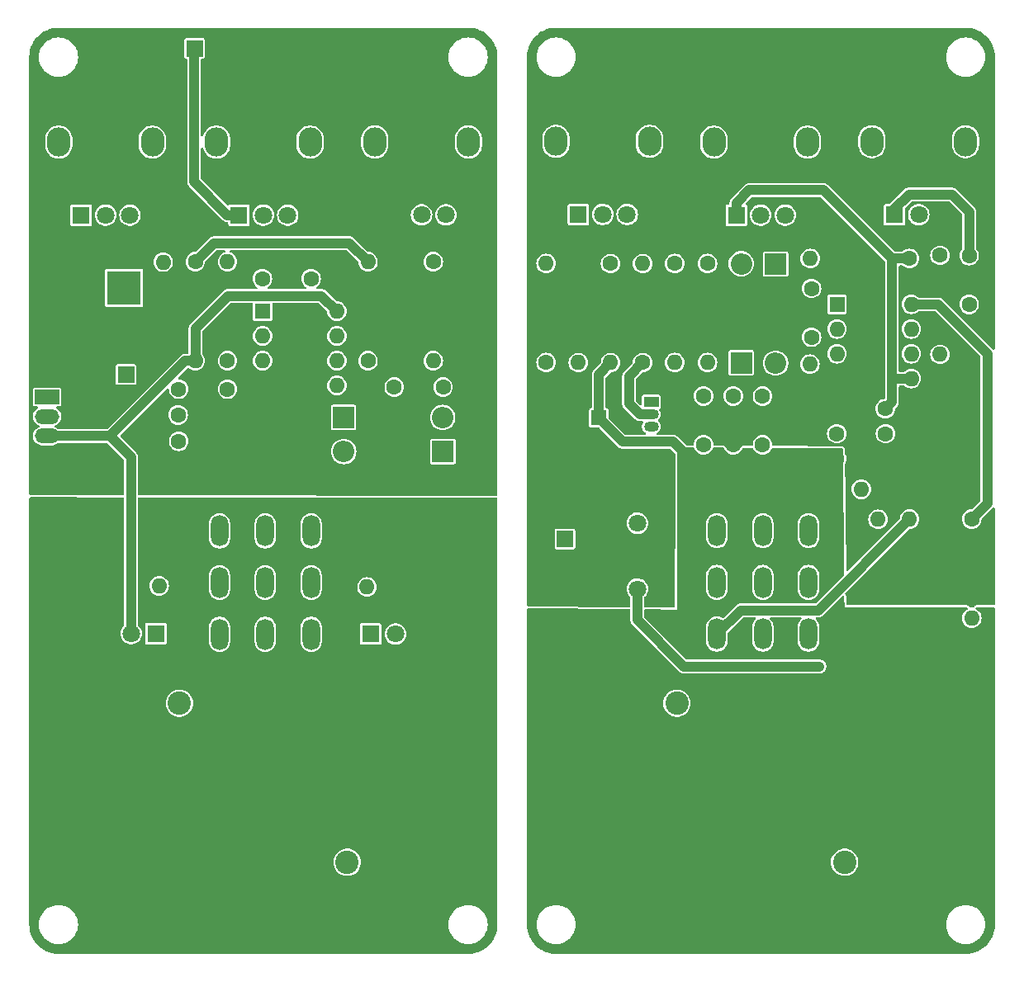
<source format=gbr>
%TF.GenerationSoftware,KiCad,Pcbnew,8.0.6*%
%TF.CreationDate,2024-12-07T22:30:06+02:00*%
%TF.ProjectId,DistorsionPedals,44697374-6f72-4736-996f-6e506564616c,rev?*%
%TF.SameCoordinates,Original*%
%TF.FileFunction,Copper,L2,Bot*%
%TF.FilePolarity,Positive*%
%FSLAX46Y46*%
G04 Gerber Fmt 4.6, Leading zero omitted, Abs format (unit mm)*
G04 Created by KiCad (PCBNEW 8.0.6) date 2024-12-07 22:30:06*
%MOMM*%
%LPD*%
G01*
G04 APERTURE LIST*
G04 Aperture macros list*
%AMRoundRect*
0 Rectangle with rounded corners*
0 $1 Rounding radius*
0 $2 $3 $4 $5 $6 $7 $8 $9 X,Y pos of 4 corners*
0 Add a 4 corners polygon primitive as box body*
4,1,4,$2,$3,$4,$5,$6,$7,$8,$9,$2,$3,0*
0 Add four circle primitives for the rounded corners*
1,1,$1+$1,$2,$3*
1,1,$1+$1,$4,$5*
1,1,$1+$1,$6,$7*
1,1,$1+$1,$8,$9*
0 Add four rect primitives between the rounded corners*
20,1,$1+$1,$2,$3,$4,$5,0*
20,1,$1+$1,$4,$5,$6,$7,0*
20,1,$1+$1,$6,$7,$8,$9,0*
20,1,$1+$1,$8,$9,$2,$3,0*%
G04 Aperture macros list end*
%TA.AperFunction,ComponentPad*%
%ADD10O,2.400000X3.000000*%
%TD*%
%TA.AperFunction,ComponentPad*%
%ADD11R,1.800000X1.800000*%
%TD*%
%TA.AperFunction,ComponentPad*%
%ADD12C,1.800000*%
%TD*%
%TA.AperFunction,ComponentPad*%
%ADD13C,1.600000*%
%TD*%
%TA.AperFunction,ComponentPad*%
%ADD14O,1.600000X1.600000*%
%TD*%
%TA.AperFunction,ComponentPad*%
%ADD15C,2.400000*%
%TD*%
%TA.AperFunction,ComponentPad*%
%ADD16R,1.500000X1.050000*%
%TD*%
%TA.AperFunction,ComponentPad*%
%ADD17O,1.500000X1.050000*%
%TD*%
%TA.AperFunction,ComponentPad*%
%ADD18R,2.200000X2.200000*%
%TD*%
%TA.AperFunction,ComponentPad*%
%ADD19O,2.200000X2.200000*%
%TD*%
%TA.AperFunction,ComponentPad*%
%ADD20R,1.700000X1.700000*%
%TD*%
%TA.AperFunction,ComponentPad*%
%ADD21O,1.700000X1.700000*%
%TD*%
%TA.AperFunction,ComponentPad*%
%ADD22R,1.600000X1.600000*%
%TD*%
%TA.AperFunction,ComponentPad*%
%ADD23O,1.800000X3.200000*%
%TD*%
%TA.AperFunction,ComponentPad*%
%ADD24O,3.500000X2.200000*%
%TD*%
%TA.AperFunction,ComponentPad*%
%ADD25R,2.500000X1.500000*%
%TD*%
%TA.AperFunction,ComponentPad*%
%ADD26O,2.500000X1.500000*%
%TD*%
%TA.AperFunction,ComponentPad*%
%ADD27R,3.500000X3.500000*%
%TD*%
%TA.AperFunction,ComponentPad*%
%ADD28RoundRect,0.750000X-0.750000X-1.000000X0.750000X-1.000000X0.750000X1.000000X-0.750000X1.000000X0*%
%TD*%
%TA.AperFunction,ComponentPad*%
%ADD29RoundRect,0.875000X-0.875000X-0.875000X0.875000X-0.875000X0.875000X0.875000X-0.875000X0.875000X0*%
%TD*%
%TA.AperFunction,ViaPad*%
%ADD30C,0.600000*%
%TD*%
%TA.AperFunction,Conductor*%
%ADD31C,1.000000*%
%TD*%
G04 APERTURE END LIST*
D10*
%TO.P,RV2,*%
%TO.N,*%
X177975049Y-62050304D03*
X187575049Y-62050304D03*
D11*
%TO.P,RV2,1,1*%
%TO.N,Net-(U1B-+)*%
X180275049Y-69550304D03*
D12*
%TO.P,RV2,2,2*%
%TO.N,Net-(C8-Pad2)*%
X182775049Y-69550304D03*
%TO.P,RV2,3,3*%
%TO.N,Net-(U1B--)*%
X185275049Y-69550304D03*
%TD*%
D13*
%TO.P,C7,1*%
%TO.N,GND*%
X190535049Y-89395304D03*
%TO.P,C7,2*%
%TO.N,Net-(U1B-+)*%
X195535049Y-89395304D03*
%TD*%
%TO.P,R14,1*%
%TO.N,N/C*%
X160755049Y-84655304D03*
D14*
%TO.P,R14,2*%
%TO.N,Net-(D4-A)*%
X160755049Y-74495304D03*
%TD*%
D15*
%TO.P,J2,CGND*%
%TO.N,+4.5V*%
X203975049Y-119725304D03*
%TO.P,J2,GND*%
X203975049Y-135925304D03*
%TO.P,J2,L*%
%TO.N,N/C*%
X191375049Y-135925304D03*
%TO.P,J2,LGND*%
%TO.N,+4.5V*%
X191375049Y-119725304D03*
%TO.P,J2,R*%
X197675049Y-135925304D03*
%TO.P,J2,RGND*%
X197675049Y-119725304D03*
%TD*%
D11*
%TO.P,D4,1,K*%
%TO.N,GND*%
X167575049Y-101150304D03*
D12*
%TO.P,D4,2,A*%
%TO.N,Net-(D4-A)*%
X170115049Y-101150304D03*
%TD*%
D13*
%TO.P,R8,1*%
%TO.N,N/C*%
X177315049Y-74505304D03*
D14*
%TO.P,R8,2*%
X177315049Y-84665304D03*
%TD*%
D13*
%TO.P,R6,1*%
%TO.N,Net-(D1-K)*%
X173955049Y-74495304D03*
D14*
%TO.P,R6,2*%
%TO.N,Net-(C4-Pad1)*%
X173955049Y-84655304D03*
%TD*%
D10*
%TO.P,RV3,*%
%TO.N,*%
X194175049Y-62000304D03*
X203775049Y-62000304D03*
D11*
%TO.P,RV3,1,1*%
%TO.N,N/C*%
X196475049Y-69500304D03*
D12*
%TO.P,RV3,2,2*%
X198975049Y-69500304D03*
%TO.P,RV3,3,3*%
%TO.N,GND*%
X201475049Y-69500304D03*
%TD*%
D13*
%TO.P,R5,1*%
%TO.N,GND*%
X164055049Y-74515304D03*
D14*
%TO.P,R5,2*%
%TO.N,N/C*%
X164055049Y-84675304D03*
%TD*%
D11*
%TO.P,D3,1,K*%
%TO.N,GND*%
X167575049Y-107900304D03*
D12*
%TO.P,D3,2,A*%
%TO.N,N/C*%
X170115049Y-107900304D03*
%TD*%
D13*
%TO.P,R4,1*%
%TO.N,N/C*%
X167375049Y-74520304D03*
D14*
%TO.P,R4,2*%
%TO.N,+4.5V*%
X167375049Y-84680304D03*
%TD*%
D16*
%TO.P,Q1,1,E*%
%TO.N,N/C*%
X171545049Y-88695304D03*
D17*
%TO.P,Q1,2,B*%
X171545049Y-89965304D03*
%TO.P,Q1,3,C*%
%TO.N,+9V*%
X171545049Y-91235304D03*
%TD*%
D13*
%TO.P,R10,1*%
%TO.N,+4.5V*%
X194805049Y-110910304D03*
D14*
%TO.P,R10,2*%
%TO.N,Net-(U1B-+)*%
X194805049Y-100750304D03*
%TD*%
D13*
%TO.P,R3,1*%
%TO.N,N/C*%
X170655049Y-84675304D03*
D14*
%TO.P,R3,2*%
%TO.N,Net-(C1-Pad2)*%
X170655049Y-74515304D03*
%TD*%
D10*
%TO.P,RV1,*%
%TO.N,*%
X161775049Y-61975304D03*
X171375049Y-61975304D03*
D11*
%TO.P,RV1,1,1*%
%TO.N,N/C*%
X164075049Y-69475304D03*
D12*
%TO.P,RV1,2,2*%
%TO.N,Net-(D1-K)*%
X166575049Y-69475304D03*
%TO.P,RV1,3,3*%
X169075049Y-69475304D03*
%TD*%
D13*
%TO.P,R7,1*%
%TO.N,+4.5V*%
X187815049Y-94995304D03*
D14*
%TO.P,R7,2*%
%TO.N,Net-(U1A-+)*%
X187815049Y-84835304D03*
%TD*%
D13*
%TO.P,C3,1*%
%TO.N,GND*%
X195555049Y-94515304D03*
%TO.P,C3,2*%
%TO.N,+4.5V*%
X190555049Y-94515304D03*
%TD*%
D18*
%TO.P,D2,1,K*%
%TO.N,N/C*%
X184295049Y-74565304D03*
D19*
%TO.P,D2,2,A*%
%TO.N,Net-(D1-K)*%
X184295049Y-84725304D03*
%TD*%
D15*
%TO.P,J1,CGND*%
%TO.N,+4.5V*%
X161575049Y-135825304D03*
%TO.P,J1,GND*%
X161575049Y-119625304D03*
%TO.P,J1,L*%
%TO.N,N/C*%
X174175049Y-119625304D03*
%TO.P,J1,LGND*%
%TO.N,+4.5V*%
X174175049Y-135825304D03*
%TO.P,J1,R*%
X167875049Y-119625304D03*
%TO.P,J1,RGND*%
X167875049Y-135825304D03*
%TD*%
D20*
%TO.P,J3,1,Pin_1*%
%TO.N,N/C*%
X162700049Y-102775304D03*
D21*
%TO.P,J3,2,Pin_2*%
%TO.N,GND*%
X162700049Y-100235304D03*
%TD*%
D13*
%TO.P,C1,1*%
%TO.N,N/C*%
X176905049Y-93115304D03*
%TO.P,C1,2*%
%TO.N,Net-(C1-Pad2)*%
X176905049Y-88115304D03*
%TD*%
%TO.P,C9,1*%
%TO.N,N/C*%
X204135049Y-73705304D03*
%TO.P,C9,2*%
X204135049Y-78705304D03*
%TD*%
%TO.P,R1,1*%
%TO.N,+4.5V*%
X198025049Y-110880304D03*
D14*
%TO.P,R1,2*%
%TO.N,+9V*%
X198025049Y-100720304D03*
%TD*%
D13*
%TO.P,R11,1*%
%TO.N,N/C*%
X201155049Y-73675304D03*
D14*
%TO.P,R11,2*%
%TO.N,Net-(U1B--)*%
X201155049Y-83835304D03*
%TD*%
D13*
%TO.P,R13,1*%
%TO.N,+9V*%
X204405049Y-100730304D03*
D14*
%TO.P,R13,2*%
%TO.N,N/C*%
X204405049Y-110890304D03*
%TD*%
D13*
%TO.P,C4,1*%
%TO.N,Net-(C4-Pad1)*%
X179955049Y-88115304D03*
%TO.P,C4,2*%
%TO.N,GND*%
X179955049Y-93115304D03*
%TD*%
%TO.P,C6,1*%
%TO.N,Net-(D1-K)*%
X187985049Y-82065304D03*
%TO.P,C6,2*%
%TO.N,N/C*%
X187985049Y-77065304D03*
%TD*%
%TO.P,R12,1*%
%TO.N,GND*%
X203245049Y-97670304D03*
D14*
%TO.P,R12,2*%
%TO.N,N/C*%
X193085049Y-97670304D03*
%TD*%
D22*
%TO.P,C2,1*%
%TO.N,+4.5V*%
X166175049Y-90350304D03*
D13*
%TO.P,C2,2*%
%TO.N,GND*%
X162675049Y-90350304D03*
%TD*%
D23*
%TO.P,SW1,1,C*%
%TO.N,N/C*%
X178275049Y-101925304D03*
%TO.P,SW1,2,B*%
X182975049Y-101925304D03*
%TO.P,SW1,3,A*%
X187675049Y-101925304D03*
%TO.P,SW1,4,C*%
X178275049Y-107225304D03*
%TO.P,SW1,5,B*%
X182975049Y-107225304D03*
%TO.P,SW1,6,A*%
X187675049Y-107225304D03*
%TO.P,SW1,7,C*%
%TO.N,+9V*%
X178275049Y-112525304D03*
%TO.P,SW1,8,B*%
%TO.N,N/C*%
X182975049Y-112525304D03*
%TO.P,SW1,9,A*%
X187675049Y-112525304D03*
%TD*%
D18*
%TO.P,D1,1,K*%
%TO.N,Net-(D1-K)*%
X180775049Y-84695304D03*
D19*
%TO.P,D1,2,A*%
%TO.N,N/C*%
X180775049Y-74535304D03*
%TD*%
D13*
%TO.P,C5,1*%
%TO.N,Net-(U1A-+)*%
X182955049Y-88115304D03*
%TO.P,C5,2*%
%TO.N,N/C*%
X182955049Y-93115304D03*
%TD*%
%TO.P,C8,1*%
%TO.N,N/C*%
X190555049Y-91965304D03*
%TO.P,C8,2*%
%TO.N,Net-(C8-Pad2)*%
X195555049Y-91965304D03*
%TD*%
%TO.P,R9,1*%
%TO.N,Net-(U1B-+)*%
X198005049Y-73985304D03*
D14*
%TO.P,R9,2*%
%TO.N,N/C*%
X187845049Y-73985304D03*
%TD*%
D13*
%TO.P,R2,1*%
%TO.N,GND*%
X201265049Y-100750304D03*
D14*
%TO.P,R2,2*%
%TO.N,+4.5V*%
X201265049Y-110910304D03*
%TD*%
D22*
%TO.P,U1,1*%
%TO.N,N/C*%
X190585049Y-78695304D03*
D14*
%TO.P,U1,2,-*%
%TO.N,Net-(D1-K)*%
X190585049Y-81235304D03*
%TO.P,U1,3,+*%
%TO.N,Net-(U1A-+)*%
X190585049Y-83775304D03*
%TO.P,U1,4,V-*%
%TO.N,GND*%
X190585049Y-86315304D03*
%TO.P,U1,5,+*%
%TO.N,Net-(U1B-+)*%
X198205049Y-86315304D03*
%TO.P,U1,6,-*%
%TO.N,Net-(U1B--)*%
X198205049Y-83775304D03*
%TO.P,U1,7*%
%TO.N,N/C*%
X198205049Y-81235304D03*
%TO.P,U1,8,V+*%
%TO.N,+9V*%
X198205049Y-78695304D03*
%TD*%
D24*
%TO.P,SW1,*%
%TO.N,GND*%
X109600050Y-86100050D03*
X109600050Y-94300050D03*
D25*
%TO.P,SW1,1,C*%
%TO.N,N/C*%
X109600050Y-88200050D03*
D26*
%TO.P,SW1,2,B*%
X109600050Y-90200050D03*
%TO.P,SW1,3,A*%
X109600050Y-92200050D03*
%TD*%
D13*
%TO.P,R6,1*%
%TO.N,N/C*%
X149200050Y-74320050D03*
D14*
%TO.P,R6,2*%
%TO.N,Net-(D1-K)*%
X149200050Y-84480050D03*
%TD*%
D15*
%TO.P,J3,CGND*%
%TO.N,N/C*%
X110574922Y-135825177D03*
%TO.P,J3,GND*%
X110574922Y-119625177D03*
%TO.P,J3,L*%
X123174922Y-119625177D03*
%TO.P,J3,LGND*%
X123174922Y-135825177D03*
%TO.P,J3,R*%
X116874922Y-119625177D03*
%TO.P,J3,RGND*%
X116874922Y-135825177D03*
%TD*%
D10*
%TO.P,RV2,*%
%TO.N,*%
X126974922Y-62050177D03*
X136574922Y-62050177D03*
D11*
%TO.P,RV2,1,1*%
%TO.N,N/C*%
X129274922Y-69550177D03*
D12*
%TO.P,RV2,2,2*%
X131774922Y-69550177D03*
%TO.P,RV2,3,3*%
X134274922Y-69550177D03*
%TD*%
D11*
%TO.P,D3,1,K*%
%TO.N,N/C*%
X142774950Y-112525150D03*
D12*
%TO.P,D3,2,A*%
X145314950Y-112525150D03*
%TD*%
D13*
%TO.P,R5,1*%
%TO.N,GND*%
X142400050Y-97540050D03*
D14*
%TO.P,R5,2*%
%TO.N,N/C*%
X142400050Y-107700050D03*
%TD*%
D10*
%TO.P,RV3,*%
%TO.N,*%
X143200050Y-62025050D03*
X152800050Y-62025050D03*
D11*
%TO.P,RV3,1,1*%
%TO.N,GND*%
X145500050Y-69525050D03*
D12*
%TO.P,RV3,2,2*%
%TO.N,N/C*%
X148000050Y-69525050D03*
%TO.P,RV3,3,3*%
%TO.N,Net-(D1-K)*%
X150500050Y-69525050D03*
%TD*%
D23*
%TO.P,SW2,1,C*%
%TO.N,N/C*%
X127275050Y-101950050D03*
%TO.P,SW2,2,B*%
X131975050Y-101950050D03*
%TO.P,SW2,3,A*%
X136675050Y-101950050D03*
%TO.P,SW2,4,C*%
X127275050Y-107250050D03*
%TO.P,SW2,5,B*%
X131975050Y-107250050D03*
%TO.P,SW2,6,A*%
X136675050Y-107250050D03*
%TO.P,SW2,7,C*%
X127275050Y-112550050D03*
%TO.P,SW2,8,B*%
X131975050Y-112550050D03*
%TO.P,SW2,9,A*%
X136675050Y-112550050D03*
%TD*%
D27*
%TO.P,J1,1*%
%TO.N,N/C*%
X117500050Y-77000050D03*
D28*
%TO.P,J1,2*%
%TO.N,GND*%
X111500050Y-77000050D03*
D29*
%TO.P,J1,3*%
X114500050Y-81700050D03*
%TD*%
D13*
%TO.P,R7,1*%
%TO.N,GND*%
X121100050Y-97420050D03*
D14*
%TO.P,R7,2*%
%TO.N,Net-(D4-K)*%
X121100050Y-107580050D03*
%TD*%
D15*
%TO.P,J4,CGND*%
%TO.N,N/C*%
X152974922Y-119725177D03*
%TO.P,J4,GND*%
X152974922Y-135925177D03*
%TO.P,J4,L*%
X140374922Y-135925177D03*
%TO.P,J4,LGND*%
X140374922Y-119725177D03*
%TO.P,J4,R*%
X146674922Y-135925177D03*
%TO.P,J4,RGND*%
X146674922Y-119725177D03*
%TD*%
D18*
%TO.P,D2,1,K*%
%TO.N,N/C*%
X140000050Y-90300050D03*
D19*
%TO.P,D2,2,A*%
%TO.N,Net-(D1-K)*%
X150160050Y-90300050D03*
%TD*%
D13*
%TO.P,C3,1*%
%TO.N,Net-(U1B-+)*%
X136674950Y-76075150D03*
%TO.P,C3,2*%
%TO.N,Net-(U1A--)*%
X131674950Y-76075150D03*
%TD*%
%TO.P,C4,1*%
%TO.N,GND*%
X128040050Y-90050050D03*
%TO.P,C4,2*%
%TO.N,N/C*%
X123040050Y-90050050D03*
%TD*%
D18*
%TO.P,D1,1,K*%
%TO.N,Net-(D1-K)*%
X150180050Y-93800050D03*
D19*
%TO.P,D1,2,A*%
%TO.N,N/C*%
X140020050Y-93800050D03*
%TD*%
D10*
%TO.P,RV1,*%
%TO.N,*%
X110800050Y-62050050D03*
X120400050Y-62050050D03*
D11*
%TO.P,RV1,1,1*%
%TO.N,N/C*%
X113100050Y-69550050D03*
D12*
%TO.P,RV1,2,2*%
X115600050Y-69550050D03*
%TO.P,RV1,3,3*%
%TO.N,Net-(U1B--)*%
X118100050Y-69550050D03*
%TD*%
D13*
%TO.P,C1,1*%
%TO.N,N/C*%
X123100050Y-87400050D03*
%TO.P,C1,2*%
%TO.N,Net-(U1A-+)*%
X128100050Y-87400050D03*
%TD*%
%TO.P,R1,1*%
%TO.N,N/C*%
X128100050Y-84480050D03*
D14*
%TO.P,R1,2*%
%TO.N,Net-(U1A-+)*%
X128100050Y-74320050D03*
%TD*%
D13*
%TO.P,C5,1*%
%TO.N,GND*%
X128100050Y-92740050D03*
%TO.P,C5,2*%
%TO.N,N/C*%
X123100050Y-92740050D03*
%TD*%
%TO.P,R4,1*%
%TO.N,Net-(U1B--)*%
X142500050Y-84480050D03*
D14*
%TO.P,R4,2*%
%TO.N,N/C*%
X142500050Y-74320050D03*
%TD*%
D11*
%TO.P,D4,1,K*%
%TO.N,Net-(D4-K)*%
X120749950Y-112475150D03*
D12*
%TO.P,D4,2,A*%
%TO.N,N/C*%
X118209950Y-112475150D03*
%TD*%
D13*
%TO.P,R3,1*%
%TO.N,GND*%
X121500050Y-84520050D03*
D14*
%TO.P,R3,2*%
%TO.N,N/C*%
X121500050Y-74360050D03*
%TD*%
D22*
%TO.P,U1,1*%
%TO.N,Net-(U1A--)*%
X131700050Y-79400050D03*
D14*
%TO.P,U1,2,-*%
X131700050Y-81940050D03*
%TO.P,U1,3,+*%
%TO.N,Net-(U1A-+)*%
X131700050Y-84480050D03*
%TO.P,U1,4,V-*%
%TO.N,GND*%
X131700050Y-87020050D03*
%TO.P,U1,5,+*%
%TO.N,Net-(U1B-+)*%
X139320050Y-87020050D03*
%TO.P,U1,6,-*%
%TO.N,Net-(U1B--)*%
X139320050Y-84480050D03*
%TO.P,U1,7*%
%TO.N,N/C*%
X139320050Y-81940050D03*
%TO.P,U1,8,V+*%
X139320050Y-79400050D03*
%TD*%
D13*
%TO.P,R2,1*%
%TO.N,N/C*%
X124800050Y-74320050D03*
D14*
%TO.P,R2,2*%
X124800050Y-84480050D03*
%TD*%
D20*
%TO.P,JP1,1,A*%
%TO.N,N/C*%
X124724950Y-52425150D03*
D21*
%TO.P,JP1,2,B*%
%TO.N,GND*%
X122184950Y-52425150D03*
%TD*%
D13*
%TO.P,C6,1*%
%TO.N,Net-(D1-K)*%
X150200050Y-87180050D03*
%TO.P,C6,2*%
%TO.N,N/C*%
X145200050Y-87180050D03*
%TD*%
D20*
%TO.P,J2,1,Pin_1*%
%TO.N,N/C*%
X117700050Y-85900050D03*
D21*
%TO.P,J2,2,Pin_2*%
%TO.N,GND*%
X115160050Y-85900050D03*
%TD*%
D30*
%TO.N,*%
X188795049Y-115845304D03*
%TD*%
D31*
%TO.N,*%
X170115049Y-111065304D02*
X170115049Y-107900304D01*
X170355049Y-89965304D02*
X169255049Y-88865304D01*
X169255049Y-88865304D02*
X169255049Y-86075304D01*
X171545049Y-89965304D02*
X170355049Y-89965304D01*
X169255049Y-86075304D02*
X170655049Y-84675304D01*
X188795049Y-115845304D02*
X174895049Y-115845304D01*
X174895049Y-115845304D02*
X170115049Y-111065304D01*
X202355049Y-67415304D02*
X204135049Y-69195304D01*
%TO.N,Net-(U1B-+)*%
X181605049Y-66965304D02*
X180275049Y-68295304D01*
X189205049Y-66965304D02*
X181605049Y-66965304D01*
%TO.N,*%
X197955049Y-67415304D02*
X202355049Y-67415304D01*
X196475049Y-69500304D02*
X196475049Y-68895304D01*
%TO.N,Net-(U1B-+)*%
X196525049Y-86315304D02*
X198205049Y-86315304D01*
%TO.N,*%
X196475049Y-68895304D02*
X197955049Y-67415304D01*
%TO.N,Net-(U1B-+)*%
X196225049Y-86615304D02*
X196525049Y-86315304D01*
%TO.N,*%
X204135049Y-69195304D02*
X204135049Y-73705304D01*
%TO.N,Net-(U1B-+)*%
X196225049Y-86615304D02*
X196225049Y-88705304D01*
X196225049Y-73985304D02*
X196225049Y-86615304D01*
X196225049Y-73985304D02*
X189205049Y-66965304D01*
X198005049Y-73985304D02*
X196225049Y-73985304D01*
X180275049Y-68295304D02*
X180275049Y-69550304D01*
X196225049Y-88705304D02*
X195535049Y-89395304D01*
%TO.N,+4.5V*%
X173795049Y-92795304D02*
X175995049Y-94995304D01*
X166175049Y-90350304D02*
X166175049Y-85880304D01*
X187815049Y-94995304D02*
X190075049Y-94995304D01*
X166175049Y-90350304D02*
X168620049Y-92795304D01*
X190075049Y-94995304D02*
X190555049Y-94515304D01*
X175995049Y-94995304D02*
X187815049Y-94995304D01*
X168620049Y-92795304D02*
X173795049Y-92795304D01*
X166175049Y-85880304D02*
X167375049Y-84680304D01*
%TO.N,GND*%
X190585049Y-89345304D02*
X190585049Y-86315304D01*
%TO.N,+9V*%
X206005049Y-99130304D02*
X204405049Y-100730304D01*
X206005049Y-83765304D02*
X206005049Y-99130304D01*
%TO.N,GND*%
X201265049Y-100750304D02*
X201265049Y-99650304D01*
X190535049Y-89395304D02*
X190585049Y-89345304D01*
X201265049Y-99650304D02*
X203245049Y-97670304D01*
%TO.N,+9V*%
X180705049Y-110095304D02*
X188650049Y-110095304D01*
X198205049Y-78695304D02*
X200935049Y-78695304D01*
X188650049Y-110095304D02*
X198025049Y-100720304D01*
X200935049Y-78695304D02*
X206005049Y-83765304D01*
X178275049Y-112525304D02*
X180705049Y-110095304D01*
%TO.N,*%
X140605150Y-72425150D02*
X142500050Y-74320050D01*
X126694950Y-72425150D02*
X140605150Y-72425150D01*
X124800050Y-74320050D02*
X126694950Y-72425150D01*
X128099977Y-69550177D02*
X124674950Y-66125150D01*
X129274922Y-69550177D02*
X128099977Y-69550177D01*
X124674950Y-66125150D02*
X124674950Y-52425150D01*
X118209950Y-112475150D02*
X118209950Y-94360150D01*
X116050050Y-92200250D02*
X116050050Y-92200050D01*
X123770050Y-84480050D02*
X116050050Y-92200050D01*
X128174950Y-77825150D02*
X137745150Y-77825150D01*
X118209950Y-94360150D02*
X116050050Y-92200250D01*
X116050050Y-92200050D02*
X109600050Y-92200050D01*
X124800050Y-84480050D02*
X123770050Y-84480050D01*
X137745150Y-77825150D02*
X139320050Y-79400050D01*
X124800050Y-81200050D02*
X128174950Y-77825150D01*
X124800050Y-84480050D02*
X124800050Y-81200050D01*
%TD*%
%TA.AperFunction,Conductor*%
%TO.N,GND*%
G36*
X152709034Y-50325678D02*
G01*
X152771681Y-50325677D01*
X152778169Y-50325846D01*
X153081976Y-50341766D01*
X153094879Y-50343122D01*
X153392144Y-50390203D01*
X153404820Y-50392896D01*
X153695560Y-50470798D01*
X153707882Y-50474802D01*
X153988866Y-50582660D01*
X154000721Y-50587938D01*
X154268893Y-50724578D01*
X154280121Y-50731060D01*
X154532562Y-50894996D01*
X154543030Y-50902602D01*
X154739782Y-51061928D01*
X154776941Y-51092019D01*
X154786586Y-51100704D01*
X154999395Y-51313513D01*
X155008080Y-51323158D01*
X155197494Y-51557065D01*
X155205113Y-51567553D01*
X155250830Y-51637950D01*
X155369034Y-51819969D01*
X155375524Y-51831210D01*
X155512158Y-52099374D01*
X155517437Y-52111230D01*
X155625293Y-52392204D01*
X155629304Y-52404549D01*
X155707200Y-52695268D01*
X155709898Y-52707964D01*
X155756976Y-53005217D01*
X155758333Y-53018125D01*
X155774251Y-53321907D01*
X155774421Y-53328396D01*
X155774421Y-53401052D01*
X155774422Y-53401065D01*
X155774422Y-98199927D01*
X155754737Y-98266966D01*
X155701933Y-98312721D01*
X155650298Y-98323927D01*
X119034326Y-98287383D01*
X118967306Y-98267631D01*
X118921604Y-98214782D01*
X118910450Y-98163383D01*
X118910450Y-94291154D01*
X118883531Y-94155827D01*
X118883530Y-94155826D01*
X118883530Y-94155822D01*
X118830725Y-94028339D01*
X118830723Y-94028336D01*
X118829660Y-94026744D01*
X118754064Y-93913607D01*
X118754061Y-93913603D01*
X118640508Y-93800050D01*
X138714582Y-93800050D01*
X138734415Y-94026742D01*
X138734843Y-94028339D01*
X138793308Y-94246538D01*
X138793311Y-94246547D01*
X138889481Y-94452782D01*
X138889482Y-94452784D01*
X139020004Y-94639191D01*
X139180908Y-94800095D01*
X139180911Y-94800097D01*
X139367316Y-94930618D01*
X139573554Y-95026789D01*
X139793358Y-95085685D01*
X139955280Y-95099851D01*
X140020048Y-95105518D01*
X140020050Y-95105518D01*
X140020052Y-95105518D01*
X140076846Y-95100549D01*
X140246742Y-95085685D01*
X140466546Y-95026789D01*
X140672784Y-94930618D01*
X140859189Y-94800097D01*
X141020097Y-94639189D01*
X141150618Y-94452784D01*
X141246789Y-94246546D01*
X141305685Y-94026742D01*
X141325518Y-93800050D01*
X141305685Y-93573358D01*
X141246789Y-93353554D01*
X141150618Y-93147316D01*
X141020097Y-92960911D01*
X141020095Y-92960908D01*
X140859191Y-92800004D01*
X140688230Y-92680297D01*
X148879550Y-92680297D01*
X148879550Y-94919802D01*
X148891181Y-94978279D01*
X148891182Y-94978280D01*
X148935497Y-95044602D01*
X149001819Y-95088917D01*
X149001820Y-95088918D01*
X149060297Y-95100549D01*
X149060300Y-95100550D01*
X149060302Y-95100550D01*
X151299800Y-95100550D01*
X151299801Y-95100549D01*
X151314618Y-95097602D01*
X151358279Y-95088918D01*
X151358279Y-95088917D01*
X151358281Y-95088917D01*
X151424602Y-95044602D01*
X151468917Y-94978281D01*
X151468917Y-94978279D01*
X151468918Y-94978279D01*
X151480549Y-94919802D01*
X151480550Y-94919800D01*
X151480550Y-92680299D01*
X151480549Y-92680297D01*
X151468918Y-92621820D01*
X151468917Y-92621819D01*
X151424602Y-92555497D01*
X151358280Y-92511182D01*
X151358279Y-92511181D01*
X151299802Y-92499550D01*
X151299798Y-92499550D01*
X149060302Y-92499550D01*
X149060297Y-92499550D01*
X149001820Y-92511181D01*
X149001819Y-92511182D01*
X148935497Y-92555497D01*
X148891182Y-92621819D01*
X148891181Y-92621820D01*
X148879550Y-92680297D01*
X140688230Y-92680297D01*
X140672784Y-92669482D01*
X140672782Y-92669481D01*
X140466547Y-92573311D01*
X140466538Y-92573308D01*
X140246747Y-92514416D01*
X140246743Y-92514415D01*
X140246742Y-92514415D01*
X140246741Y-92514414D01*
X140246736Y-92514414D01*
X140020052Y-92494582D01*
X140020048Y-92494582D01*
X139793363Y-92514414D01*
X139793352Y-92514416D01*
X139573561Y-92573308D01*
X139573552Y-92573311D01*
X139367317Y-92669481D01*
X139367315Y-92669482D01*
X139180908Y-92800004D01*
X139020004Y-92960908D01*
X138889482Y-93147315D01*
X138889481Y-93147317D01*
X138793311Y-93353552D01*
X138793308Y-93353561D01*
X138734416Y-93573352D01*
X138734414Y-93573363D01*
X138726059Y-93668864D01*
X138714582Y-93800050D01*
X118640508Y-93800050D01*
X117580508Y-92740050D01*
X122094709Y-92740050D01*
X122114025Y-92936179D01*
X122133096Y-92999047D01*
X122167973Y-93114022D01*
X122171238Y-93124783D01*
X122264136Y-93298582D01*
X122264140Y-93298589D01*
X122389166Y-93450933D01*
X122541510Y-93575959D01*
X122541517Y-93575963D01*
X122715316Y-93668861D01*
X122715319Y-93668861D01*
X122715323Y-93668864D01*
X122903918Y-93726074D01*
X123100050Y-93745391D01*
X123296182Y-93726074D01*
X123484777Y-93668864D01*
X123658588Y-93575960D01*
X123810933Y-93450933D01*
X123935960Y-93298588D01*
X124028864Y-93124777D01*
X124086074Y-92936182D01*
X124105391Y-92740050D01*
X124086074Y-92543918D01*
X124028864Y-92355323D01*
X124028861Y-92355319D01*
X124028861Y-92355316D01*
X123935963Y-92181517D01*
X123935959Y-92181510D01*
X123810933Y-92029166D01*
X123658589Y-91904140D01*
X123658582Y-91904136D01*
X123484783Y-91811238D01*
X123484777Y-91811236D01*
X123296182Y-91754026D01*
X123296179Y-91754025D01*
X123100050Y-91734709D01*
X122903920Y-91754025D01*
X122715316Y-91811238D01*
X122541517Y-91904136D01*
X122541510Y-91904140D01*
X122389166Y-92029166D01*
X122264140Y-92181510D01*
X122264136Y-92181517D01*
X122171238Y-92355316D01*
X122114025Y-92543920D01*
X122094709Y-92740050D01*
X117580508Y-92740050D01*
X117128288Y-92287830D01*
X117094803Y-92226507D01*
X117099787Y-92156815D01*
X117128286Y-92112470D01*
X119190706Y-90050050D01*
X122034709Y-90050050D01*
X122054025Y-90246179D01*
X122111238Y-90434783D01*
X122204136Y-90608582D01*
X122204140Y-90608589D01*
X122329166Y-90760933D01*
X122481510Y-90885959D01*
X122481517Y-90885963D01*
X122655316Y-90978861D01*
X122655319Y-90978861D01*
X122655323Y-90978864D01*
X122843918Y-91036074D01*
X123040050Y-91055391D01*
X123236182Y-91036074D01*
X123424777Y-90978864D01*
X123598588Y-90885960D01*
X123750933Y-90760933D01*
X123875960Y-90608588D01*
X123922412Y-90521682D01*
X123968861Y-90434783D01*
X123968861Y-90434782D01*
X123968864Y-90434777D01*
X124026074Y-90246182D01*
X124045391Y-90050050D01*
X124026074Y-89853918D01*
X123968864Y-89665323D01*
X123968861Y-89665319D01*
X123968861Y-89665316D01*
X123875963Y-89491517D01*
X123875959Y-89491510D01*
X123750933Y-89339166D01*
X123598589Y-89214140D01*
X123598582Y-89214136D01*
X123535274Y-89180297D01*
X138699550Y-89180297D01*
X138699550Y-91419802D01*
X138711181Y-91478279D01*
X138711182Y-91478280D01*
X138755497Y-91544602D01*
X138821819Y-91588917D01*
X138821820Y-91588918D01*
X138880297Y-91600549D01*
X138880300Y-91600550D01*
X138880302Y-91600550D01*
X141119800Y-91600550D01*
X141119801Y-91600549D01*
X141134618Y-91597602D01*
X141178279Y-91588918D01*
X141178279Y-91588917D01*
X141178281Y-91588917D01*
X141244602Y-91544602D01*
X141288917Y-91478281D01*
X141288917Y-91478279D01*
X141288918Y-91478279D01*
X141300549Y-91419802D01*
X141300550Y-91419800D01*
X141300550Y-90300048D01*
X148854582Y-90300048D01*
X148854582Y-90300051D01*
X148874414Y-90526736D01*
X148874416Y-90526747D01*
X148933308Y-90746538D01*
X148933311Y-90746547D01*
X149029481Y-90952782D01*
X149029482Y-90952784D01*
X149160004Y-91139191D01*
X149320908Y-91300095D01*
X149320911Y-91300097D01*
X149507316Y-91430618D01*
X149713554Y-91526789D01*
X149933358Y-91585685D01*
X150095280Y-91599851D01*
X150160048Y-91605518D01*
X150160050Y-91605518D01*
X150160052Y-91605518D01*
X150216846Y-91600549D01*
X150386742Y-91585685D01*
X150606546Y-91526789D01*
X150812784Y-91430618D01*
X150999189Y-91300097D01*
X151160097Y-91139189D01*
X151290618Y-90952784D01*
X151386789Y-90746546D01*
X151445685Y-90526742D01*
X151465518Y-90300050D01*
X151464959Y-90293666D01*
X151459851Y-90235280D01*
X151445685Y-90073358D01*
X151386789Y-89853554D01*
X151290618Y-89647316D01*
X151181522Y-89491510D01*
X151160095Y-89460908D01*
X150999191Y-89300004D01*
X150812784Y-89169482D01*
X150812782Y-89169481D01*
X150606547Y-89073311D01*
X150606538Y-89073308D01*
X150386747Y-89014416D01*
X150386743Y-89014415D01*
X150386742Y-89014415D01*
X150386741Y-89014414D01*
X150386736Y-89014414D01*
X150160052Y-88994582D01*
X150160048Y-88994582D01*
X149933363Y-89014414D01*
X149933352Y-89014416D01*
X149713561Y-89073308D01*
X149713552Y-89073311D01*
X149507317Y-89169481D01*
X149507315Y-89169482D01*
X149320908Y-89300004D01*
X149160004Y-89460908D01*
X149029482Y-89647315D01*
X149029481Y-89647317D01*
X148933311Y-89853552D01*
X148933308Y-89853561D01*
X148874416Y-90073352D01*
X148874414Y-90073363D01*
X148854582Y-90300048D01*
X141300550Y-90300048D01*
X141300550Y-89180299D01*
X141300549Y-89180297D01*
X141288918Y-89121820D01*
X141288917Y-89121819D01*
X141244602Y-89055497D01*
X141178280Y-89011182D01*
X141178279Y-89011181D01*
X141119802Y-88999550D01*
X141119798Y-88999550D01*
X138880302Y-88999550D01*
X138880297Y-88999550D01*
X138821820Y-89011181D01*
X138821819Y-89011182D01*
X138755497Y-89055497D01*
X138711182Y-89121819D01*
X138711181Y-89121820D01*
X138699550Y-89180297D01*
X123535274Y-89180297D01*
X123424783Y-89121238D01*
X123424777Y-89121236D01*
X123299047Y-89083096D01*
X123236179Y-89064025D01*
X123040050Y-89044709D01*
X122843920Y-89064025D01*
X122655316Y-89121238D01*
X122481517Y-89214136D01*
X122481510Y-89214140D01*
X122329166Y-89339166D01*
X122204140Y-89491510D01*
X122204136Y-89491517D01*
X122111238Y-89665316D01*
X122054025Y-89853920D01*
X122034709Y-90050050D01*
X119190706Y-90050050D01*
X121886550Y-87354205D01*
X121947871Y-87320722D01*
X122017563Y-87325706D01*
X122073496Y-87367578D01*
X122097632Y-87429734D01*
X122114025Y-87596179D01*
X122171238Y-87784783D01*
X122264136Y-87958582D01*
X122264140Y-87958589D01*
X122389166Y-88110933D01*
X122541510Y-88235959D01*
X122541517Y-88235963D01*
X122715316Y-88328861D01*
X122715319Y-88328861D01*
X122715323Y-88328864D01*
X122903918Y-88386074D01*
X123100050Y-88405391D01*
X123296182Y-88386074D01*
X123484777Y-88328864D01*
X123658588Y-88235960D01*
X123810933Y-88110933D01*
X123935960Y-87958588D01*
X124028864Y-87784777D01*
X124086074Y-87596182D01*
X124105391Y-87400050D01*
X127094709Y-87400050D01*
X127114025Y-87596179D01*
X127171238Y-87784783D01*
X127264136Y-87958582D01*
X127264140Y-87958589D01*
X127389166Y-88110933D01*
X127541510Y-88235959D01*
X127541517Y-88235963D01*
X127715316Y-88328861D01*
X127715319Y-88328861D01*
X127715323Y-88328864D01*
X127903918Y-88386074D01*
X128100050Y-88405391D01*
X128296182Y-88386074D01*
X128484777Y-88328864D01*
X128658588Y-88235960D01*
X128810933Y-88110933D01*
X128935960Y-87958588D01*
X129028864Y-87784777D01*
X129086074Y-87596182D01*
X129105391Y-87400050D01*
X129086074Y-87203918D01*
X129030298Y-87020050D01*
X138314709Y-87020050D01*
X138334025Y-87216179D01*
X138391238Y-87404783D01*
X138484136Y-87578582D01*
X138484140Y-87578589D01*
X138609166Y-87730933D01*
X138761510Y-87855959D01*
X138761517Y-87855963D01*
X138935316Y-87948861D01*
X138935319Y-87948861D01*
X138935323Y-87948864D01*
X139123918Y-88006074D01*
X139320050Y-88025391D01*
X139516182Y-88006074D01*
X139704777Y-87948864D01*
X139878588Y-87855960D01*
X140030933Y-87730933D01*
X140155960Y-87578588D01*
X140248864Y-87404777D01*
X140306074Y-87216182D01*
X140309633Y-87180050D01*
X144194709Y-87180050D01*
X144214025Y-87376179D01*
X144271238Y-87564783D01*
X144364136Y-87738582D01*
X144364140Y-87738589D01*
X144489166Y-87890933D01*
X144641510Y-88015959D01*
X144641517Y-88015963D01*
X144815316Y-88108861D01*
X144815319Y-88108861D01*
X144815323Y-88108864D01*
X145003918Y-88166074D01*
X145200050Y-88185391D01*
X145396182Y-88166074D01*
X145584777Y-88108864D01*
X145758588Y-88015960D01*
X145910933Y-87890933D01*
X146035960Y-87738588D01*
X146128864Y-87564777D01*
X146186074Y-87376182D01*
X146205391Y-87180050D01*
X149194709Y-87180050D01*
X149214025Y-87376179D01*
X149271238Y-87564783D01*
X149364136Y-87738582D01*
X149364140Y-87738589D01*
X149489166Y-87890933D01*
X149641510Y-88015959D01*
X149641517Y-88015963D01*
X149815316Y-88108861D01*
X149815319Y-88108861D01*
X149815323Y-88108864D01*
X150003918Y-88166074D01*
X150200050Y-88185391D01*
X150396182Y-88166074D01*
X150584777Y-88108864D01*
X150758588Y-88015960D01*
X150910933Y-87890933D01*
X151035960Y-87738588D01*
X151128864Y-87564777D01*
X151186074Y-87376182D01*
X151205391Y-87180050D01*
X151186074Y-86983918D01*
X151128864Y-86795323D01*
X151128861Y-86795319D01*
X151128861Y-86795316D01*
X151035963Y-86621517D01*
X151035959Y-86621510D01*
X150910933Y-86469166D01*
X150758589Y-86344140D01*
X150758582Y-86344136D01*
X150584783Y-86251238D01*
X150584777Y-86251236D01*
X150396182Y-86194026D01*
X150396179Y-86194025D01*
X150200050Y-86174709D01*
X150003920Y-86194025D01*
X149815316Y-86251238D01*
X149641517Y-86344136D01*
X149641510Y-86344140D01*
X149489166Y-86469166D01*
X149364140Y-86621510D01*
X149364136Y-86621517D01*
X149271238Y-86795316D01*
X149214025Y-86983920D01*
X149194709Y-87180050D01*
X146205391Y-87180050D01*
X146186074Y-86983918D01*
X146128864Y-86795323D01*
X146128861Y-86795319D01*
X146128861Y-86795316D01*
X146035963Y-86621517D01*
X146035959Y-86621510D01*
X145910933Y-86469166D01*
X145758589Y-86344140D01*
X145758582Y-86344136D01*
X145584783Y-86251238D01*
X145584777Y-86251236D01*
X145396182Y-86194026D01*
X145396179Y-86194025D01*
X145200050Y-86174709D01*
X145003920Y-86194025D01*
X144815316Y-86251238D01*
X144641517Y-86344136D01*
X144641510Y-86344140D01*
X144489166Y-86469166D01*
X144364140Y-86621510D01*
X144364136Y-86621517D01*
X144271238Y-86795316D01*
X144214025Y-86983920D01*
X144194709Y-87180050D01*
X140309633Y-87180050D01*
X140325391Y-87020050D01*
X140306074Y-86823918D01*
X140248864Y-86635323D01*
X140248861Y-86635319D01*
X140248861Y-86635316D01*
X140155963Y-86461517D01*
X140155959Y-86461510D01*
X140030933Y-86309166D01*
X139878589Y-86184140D01*
X139878582Y-86184136D01*
X139704783Y-86091238D01*
X139704777Y-86091236D01*
X139516182Y-86034026D01*
X139516179Y-86034025D01*
X139320050Y-86014709D01*
X139123920Y-86034025D01*
X138935316Y-86091238D01*
X138761517Y-86184136D01*
X138761510Y-86184140D01*
X138609166Y-86309166D01*
X138484140Y-86461510D01*
X138484136Y-86461517D01*
X138391238Y-86635316D01*
X138334025Y-86823920D01*
X138314709Y-87020050D01*
X129030298Y-87020050D01*
X129028864Y-87015323D01*
X129028861Y-87015319D01*
X129028861Y-87015316D01*
X128935963Y-86841517D01*
X128935959Y-86841510D01*
X128810933Y-86689166D01*
X128658589Y-86564140D01*
X128658582Y-86564136D01*
X128484783Y-86471238D01*
X128484777Y-86471236D01*
X128296182Y-86414026D01*
X128296179Y-86414025D01*
X128100050Y-86394709D01*
X127903920Y-86414025D01*
X127715316Y-86471238D01*
X127541517Y-86564136D01*
X127541510Y-86564140D01*
X127389166Y-86689166D01*
X127264140Y-86841510D01*
X127264136Y-86841517D01*
X127171238Y-87015316D01*
X127114025Y-87203920D01*
X127094709Y-87400050D01*
X124105391Y-87400050D01*
X124086074Y-87203918D01*
X124028864Y-87015323D01*
X124028861Y-87015319D01*
X124028861Y-87015316D01*
X123935963Y-86841517D01*
X123935959Y-86841510D01*
X123810933Y-86689166D01*
X123658589Y-86564140D01*
X123658582Y-86564136D01*
X123484783Y-86471238D01*
X123484777Y-86471236D01*
X123296182Y-86414026D01*
X123296179Y-86414025D01*
X123129734Y-86397632D01*
X123064947Y-86371471D01*
X123024588Y-86314436D01*
X123021471Y-86244636D01*
X123054205Y-86186550D01*
X123988090Y-85252666D01*
X124049411Y-85219183D01*
X124119103Y-85224167D01*
X124154429Y-85244492D01*
X124241512Y-85315960D01*
X124241516Y-85315962D01*
X124241517Y-85315963D01*
X124415316Y-85408861D01*
X124415319Y-85408861D01*
X124415323Y-85408864D01*
X124603918Y-85466074D01*
X124800050Y-85485391D01*
X124996182Y-85466074D01*
X125184777Y-85408864D01*
X125358588Y-85315960D01*
X125510933Y-85190933D01*
X125635960Y-85038588D01*
X125728864Y-84864777D01*
X125786074Y-84676182D01*
X125805391Y-84480050D01*
X127094709Y-84480050D01*
X127114025Y-84676179D01*
X127114026Y-84676182D01*
X127170145Y-84861182D01*
X127171238Y-84864783D01*
X127264136Y-85038582D01*
X127264140Y-85038589D01*
X127389166Y-85190933D01*
X127541510Y-85315959D01*
X127541517Y-85315963D01*
X127715316Y-85408861D01*
X127715319Y-85408861D01*
X127715323Y-85408864D01*
X127903918Y-85466074D01*
X128100050Y-85485391D01*
X128296182Y-85466074D01*
X128484777Y-85408864D01*
X128658588Y-85315960D01*
X128810933Y-85190933D01*
X128935960Y-85038588D01*
X129028864Y-84864777D01*
X129086074Y-84676182D01*
X129105391Y-84480050D01*
X130694709Y-84480050D01*
X130714025Y-84676179D01*
X130714026Y-84676182D01*
X130770145Y-84861182D01*
X130771238Y-84864783D01*
X130864136Y-85038582D01*
X130864140Y-85038589D01*
X130989166Y-85190933D01*
X131141510Y-85315959D01*
X131141517Y-85315963D01*
X131315316Y-85408861D01*
X131315319Y-85408861D01*
X131315323Y-85408864D01*
X131503918Y-85466074D01*
X131700050Y-85485391D01*
X131896182Y-85466074D01*
X132084777Y-85408864D01*
X132258588Y-85315960D01*
X132410933Y-85190933D01*
X132535960Y-85038588D01*
X132628864Y-84864777D01*
X132686074Y-84676182D01*
X132705391Y-84480050D01*
X138314709Y-84480050D01*
X138334025Y-84676179D01*
X138334026Y-84676182D01*
X138390145Y-84861182D01*
X138391238Y-84864783D01*
X138484136Y-85038582D01*
X138484140Y-85038589D01*
X138609166Y-85190933D01*
X138761510Y-85315959D01*
X138761517Y-85315963D01*
X138935316Y-85408861D01*
X138935319Y-85408861D01*
X138935323Y-85408864D01*
X139123918Y-85466074D01*
X139320050Y-85485391D01*
X139516182Y-85466074D01*
X139704777Y-85408864D01*
X139878588Y-85315960D01*
X140030933Y-85190933D01*
X140155960Y-85038588D01*
X140248864Y-84864777D01*
X140306074Y-84676182D01*
X140325391Y-84480050D01*
X141494709Y-84480050D01*
X141514025Y-84676179D01*
X141514026Y-84676182D01*
X141570145Y-84861182D01*
X141571238Y-84864783D01*
X141664136Y-85038582D01*
X141664140Y-85038589D01*
X141789166Y-85190933D01*
X141941510Y-85315959D01*
X141941517Y-85315963D01*
X142115316Y-85408861D01*
X142115319Y-85408861D01*
X142115323Y-85408864D01*
X142303918Y-85466074D01*
X142500050Y-85485391D01*
X142696182Y-85466074D01*
X142884777Y-85408864D01*
X143058588Y-85315960D01*
X143210933Y-85190933D01*
X143335960Y-85038588D01*
X143428864Y-84864777D01*
X143486074Y-84676182D01*
X143505391Y-84480050D01*
X148194709Y-84480050D01*
X148214025Y-84676179D01*
X148214026Y-84676182D01*
X148270145Y-84861182D01*
X148271238Y-84864783D01*
X148364136Y-85038582D01*
X148364140Y-85038589D01*
X148489166Y-85190933D01*
X148641510Y-85315959D01*
X148641517Y-85315963D01*
X148815316Y-85408861D01*
X148815319Y-85408861D01*
X148815323Y-85408864D01*
X149003918Y-85466074D01*
X149200050Y-85485391D01*
X149396182Y-85466074D01*
X149584777Y-85408864D01*
X149758588Y-85315960D01*
X149910933Y-85190933D01*
X150035960Y-85038588D01*
X150128864Y-84864777D01*
X150186074Y-84676182D01*
X150205391Y-84480050D01*
X150186074Y-84283918D01*
X150128864Y-84095323D01*
X150128861Y-84095319D01*
X150128861Y-84095316D01*
X150035963Y-83921517D01*
X150035959Y-83921510D01*
X149910933Y-83769166D01*
X149758589Y-83644140D01*
X149758582Y-83644136D01*
X149584783Y-83551238D01*
X149584777Y-83551236D01*
X149396182Y-83494026D01*
X149396179Y-83494025D01*
X149200050Y-83474709D01*
X149003920Y-83494025D01*
X148815316Y-83551238D01*
X148641517Y-83644136D01*
X148641510Y-83644140D01*
X148489166Y-83769166D01*
X148364140Y-83921510D01*
X148364136Y-83921517D01*
X148271238Y-84095316D01*
X148214025Y-84283920D01*
X148194709Y-84480050D01*
X143505391Y-84480050D01*
X143486074Y-84283918D01*
X143428864Y-84095323D01*
X143428861Y-84095319D01*
X143428861Y-84095316D01*
X143335963Y-83921517D01*
X143335959Y-83921510D01*
X143210933Y-83769166D01*
X143058589Y-83644140D01*
X143058582Y-83644136D01*
X142884783Y-83551238D01*
X142884777Y-83551236D01*
X142696182Y-83494026D01*
X142696179Y-83494025D01*
X142500050Y-83474709D01*
X142303920Y-83494025D01*
X142115316Y-83551238D01*
X141941517Y-83644136D01*
X141941510Y-83644140D01*
X141789166Y-83769166D01*
X141664140Y-83921510D01*
X141664136Y-83921517D01*
X141571238Y-84095316D01*
X141514025Y-84283920D01*
X141494709Y-84480050D01*
X140325391Y-84480050D01*
X140306074Y-84283918D01*
X140248864Y-84095323D01*
X140248861Y-84095319D01*
X140248861Y-84095316D01*
X140155963Y-83921517D01*
X140155959Y-83921510D01*
X140030933Y-83769166D01*
X139878589Y-83644140D01*
X139878582Y-83644136D01*
X139704783Y-83551238D01*
X139704777Y-83551236D01*
X139516182Y-83494026D01*
X139516179Y-83494025D01*
X139320050Y-83474709D01*
X139123920Y-83494025D01*
X138935316Y-83551238D01*
X138761517Y-83644136D01*
X138761510Y-83644140D01*
X138609166Y-83769166D01*
X138484140Y-83921510D01*
X138484136Y-83921517D01*
X138391238Y-84095316D01*
X138334025Y-84283920D01*
X138314709Y-84480050D01*
X132705391Y-84480050D01*
X132686074Y-84283918D01*
X132628864Y-84095323D01*
X132628861Y-84095319D01*
X132628861Y-84095316D01*
X132535963Y-83921517D01*
X132535959Y-83921510D01*
X132410933Y-83769166D01*
X132258589Y-83644140D01*
X132258582Y-83644136D01*
X132084783Y-83551238D01*
X132084777Y-83551236D01*
X131896182Y-83494026D01*
X131896179Y-83494025D01*
X131700050Y-83474709D01*
X131503920Y-83494025D01*
X131315316Y-83551238D01*
X131141517Y-83644136D01*
X131141510Y-83644140D01*
X130989166Y-83769166D01*
X130864140Y-83921510D01*
X130864136Y-83921517D01*
X130771238Y-84095316D01*
X130714025Y-84283920D01*
X130694709Y-84480050D01*
X129105391Y-84480050D01*
X129086074Y-84283918D01*
X129028864Y-84095323D01*
X129028861Y-84095319D01*
X129028861Y-84095316D01*
X128935963Y-83921517D01*
X128935959Y-83921510D01*
X128810933Y-83769166D01*
X128658589Y-83644140D01*
X128658582Y-83644136D01*
X128484783Y-83551238D01*
X128484777Y-83551236D01*
X128296182Y-83494026D01*
X128296179Y-83494025D01*
X128100050Y-83474709D01*
X127903920Y-83494025D01*
X127715316Y-83551238D01*
X127541517Y-83644136D01*
X127541510Y-83644140D01*
X127389166Y-83769166D01*
X127264140Y-83921510D01*
X127264136Y-83921517D01*
X127171238Y-84095316D01*
X127114025Y-84283920D01*
X127094709Y-84480050D01*
X125805391Y-84480050D01*
X125786074Y-84283918D01*
X125728864Y-84095323D01*
X125728861Y-84095319D01*
X125728861Y-84095316D01*
X125635963Y-83921517D01*
X125635959Y-83921510D01*
X125528697Y-83790811D01*
X125501384Y-83726501D01*
X125500550Y-83712146D01*
X125500550Y-81940050D01*
X130694709Y-81940050D01*
X130714025Y-82136179D01*
X130771238Y-82324783D01*
X130864136Y-82498582D01*
X130864140Y-82498589D01*
X130989166Y-82650933D01*
X131141510Y-82775959D01*
X131141517Y-82775963D01*
X131315316Y-82868861D01*
X131315319Y-82868861D01*
X131315323Y-82868864D01*
X131503918Y-82926074D01*
X131700050Y-82945391D01*
X131896182Y-82926074D01*
X132084777Y-82868864D01*
X132258588Y-82775960D01*
X132410933Y-82650933D01*
X132535960Y-82498588D01*
X132628864Y-82324777D01*
X132686074Y-82136182D01*
X132705391Y-81940050D01*
X138314709Y-81940050D01*
X138334025Y-82136179D01*
X138391238Y-82324783D01*
X138484136Y-82498582D01*
X138484140Y-82498589D01*
X138609166Y-82650933D01*
X138761510Y-82775959D01*
X138761517Y-82775963D01*
X138935316Y-82868861D01*
X138935319Y-82868861D01*
X138935323Y-82868864D01*
X139123918Y-82926074D01*
X139320050Y-82945391D01*
X139516182Y-82926074D01*
X139704777Y-82868864D01*
X139878588Y-82775960D01*
X140030933Y-82650933D01*
X140155960Y-82498588D01*
X140248864Y-82324777D01*
X140306074Y-82136182D01*
X140325391Y-81940050D01*
X140306074Y-81743918D01*
X140248864Y-81555323D01*
X140248861Y-81555319D01*
X140248861Y-81555316D01*
X140155963Y-81381517D01*
X140155959Y-81381510D01*
X140030933Y-81229166D01*
X139878589Y-81104140D01*
X139878582Y-81104136D01*
X139704783Y-81011238D01*
X139704777Y-81011236D01*
X139516182Y-80954026D01*
X139516179Y-80954025D01*
X139320050Y-80934709D01*
X139123920Y-80954025D01*
X138935316Y-81011238D01*
X138761517Y-81104136D01*
X138761510Y-81104140D01*
X138609166Y-81229166D01*
X138484140Y-81381510D01*
X138484136Y-81381517D01*
X138391238Y-81555316D01*
X138334025Y-81743920D01*
X138314709Y-81940050D01*
X132705391Y-81940050D01*
X132686074Y-81743918D01*
X132628864Y-81555323D01*
X132628861Y-81555319D01*
X132628861Y-81555316D01*
X132535963Y-81381517D01*
X132535959Y-81381510D01*
X132410933Y-81229166D01*
X132258589Y-81104140D01*
X132258582Y-81104136D01*
X132084783Y-81011238D01*
X132084777Y-81011236D01*
X131896182Y-80954026D01*
X131896179Y-80954025D01*
X131700050Y-80934709D01*
X131503920Y-80954025D01*
X131315316Y-81011238D01*
X131141517Y-81104136D01*
X131141510Y-81104140D01*
X130989166Y-81229166D01*
X130864140Y-81381510D01*
X130864136Y-81381517D01*
X130771238Y-81555316D01*
X130714025Y-81743920D01*
X130694709Y-81940050D01*
X125500550Y-81940050D01*
X125500550Y-81541568D01*
X125520235Y-81474529D01*
X125536869Y-81453887D01*
X128428787Y-78561969D01*
X128490110Y-78528484D01*
X128516468Y-78525650D01*
X130575550Y-78525650D01*
X130642589Y-78545335D01*
X130688344Y-78598139D01*
X130699550Y-78649650D01*
X130699550Y-80219802D01*
X130711181Y-80278279D01*
X130711182Y-80278280D01*
X130755497Y-80344602D01*
X130821819Y-80388917D01*
X130821820Y-80388918D01*
X130880297Y-80400549D01*
X130880300Y-80400550D01*
X130880302Y-80400550D01*
X132519800Y-80400550D01*
X132519801Y-80400549D01*
X132534618Y-80397602D01*
X132578279Y-80388918D01*
X132578279Y-80388917D01*
X132578281Y-80388917D01*
X132644602Y-80344602D01*
X132688917Y-80278281D01*
X132688917Y-80278279D01*
X132688918Y-80278279D01*
X132700549Y-80219802D01*
X132700550Y-80219800D01*
X132700550Y-78649650D01*
X132720235Y-78582611D01*
X132773039Y-78536856D01*
X132824550Y-78525650D01*
X137403631Y-78525650D01*
X137470670Y-78545335D01*
X137491312Y-78561969D01*
X138281731Y-79352388D01*
X138315216Y-79413711D01*
X138317453Y-79427915D01*
X138334025Y-79596179D01*
X138391238Y-79784783D01*
X138484136Y-79958582D01*
X138484140Y-79958589D01*
X138609166Y-80110933D01*
X138761510Y-80235959D01*
X138761517Y-80235963D01*
X138935316Y-80328861D01*
X138935319Y-80328861D01*
X138935323Y-80328864D01*
X139123918Y-80386074D01*
X139320050Y-80405391D01*
X139516182Y-80386074D01*
X139704777Y-80328864D01*
X139878588Y-80235960D01*
X140030933Y-80110933D01*
X140155960Y-79958588D01*
X140248864Y-79784777D01*
X140306074Y-79596182D01*
X140325391Y-79400050D01*
X140306074Y-79203918D01*
X140248864Y-79015323D01*
X140248861Y-79015319D01*
X140248861Y-79015316D01*
X140155963Y-78841517D01*
X140155959Y-78841510D01*
X140030933Y-78689166D01*
X139878589Y-78564140D01*
X139878582Y-78564136D01*
X139704783Y-78471238D01*
X139704777Y-78471236D01*
X139516182Y-78414026D01*
X139516179Y-78414025D01*
X139347915Y-78397453D01*
X139283128Y-78371292D01*
X139272388Y-78361731D01*
X138191696Y-77281038D01*
X138191695Y-77281037D01*
X138076957Y-77204372D01*
X137949482Y-77151571D01*
X137949472Y-77151568D01*
X137814146Y-77124650D01*
X137814144Y-77124650D01*
X137814143Y-77124650D01*
X137319785Y-77124650D01*
X137252746Y-77104965D01*
X137206991Y-77052161D01*
X137197047Y-76983003D01*
X137226072Y-76919447D01*
X137241120Y-76904797D01*
X137385833Y-76786033D01*
X137510859Y-76633689D01*
X137510863Y-76633682D01*
X137603761Y-76459883D01*
X137603761Y-76459882D01*
X137603764Y-76459877D01*
X137660974Y-76271282D01*
X137680291Y-76075150D01*
X137660974Y-75879018D01*
X137603764Y-75690423D01*
X137603761Y-75690419D01*
X137603761Y-75690416D01*
X137510863Y-75516617D01*
X137510859Y-75516610D01*
X137385833Y-75364266D01*
X137233489Y-75239240D01*
X137233482Y-75239236D01*
X137059683Y-75146338D01*
X137059677Y-75146336D01*
X136871082Y-75089126D01*
X136871079Y-75089125D01*
X136674950Y-75069809D01*
X136478820Y-75089125D01*
X136290216Y-75146338D01*
X136116417Y-75239236D01*
X136116410Y-75239240D01*
X135964066Y-75364266D01*
X135839040Y-75516610D01*
X135839036Y-75516617D01*
X135746138Y-75690416D01*
X135688925Y-75879020D01*
X135669609Y-76075150D01*
X135688925Y-76271279D01*
X135746138Y-76459883D01*
X135839036Y-76633682D01*
X135839040Y-76633689D01*
X135964066Y-76786033D01*
X136108780Y-76904797D01*
X136148114Y-76962543D01*
X136149985Y-77032387D01*
X136113797Y-77092156D01*
X136051041Y-77122871D01*
X136030115Y-77124650D01*
X132319785Y-77124650D01*
X132252746Y-77104965D01*
X132206991Y-77052161D01*
X132197047Y-76983003D01*
X132226072Y-76919447D01*
X132241120Y-76904797D01*
X132385833Y-76786033D01*
X132510859Y-76633689D01*
X132510863Y-76633682D01*
X132603761Y-76459883D01*
X132603761Y-76459882D01*
X132603764Y-76459877D01*
X132660974Y-76271282D01*
X132680291Y-76075150D01*
X132660974Y-75879018D01*
X132603764Y-75690423D01*
X132603761Y-75690419D01*
X132603761Y-75690416D01*
X132510863Y-75516617D01*
X132510859Y-75516610D01*
X132385833Y-75364266D01*
X132233489Y-75239240D01*
X132233482Y-75239236D01*
X132059683Y-75146338D01*
X132059677Y-75146336D01*
X131871082Y-75089126D01*
X131871079Y-75089125D01*
X131674950Y-75069809D01*
X131478820Y-75089125D01*
X131290216Y-75146338D01*
X131116417Y-75239236D01*
X131116410Y-75239240D01*
X130964066Y-75364266D01*
X130839040Y-75516610D01*
X130839036Y-75516617D01*
X130746138Y-75690416D01*
X130688925Y-75879020D01*
X130669609Y-76075150D01*
X130688925Y-76271279D01*
X130746138Y-76459883D01*
X130839036Y-76633682D01*
X130839040Y-76633689D01*
X130964066Y-76786033D01*
X131108780Y-76904797D01*
X131148114Y-76962543D01*
X131149985Y-77032387D01*
X131113797Y-77092156D01*
X131051041Y-77122871D01*
X131030115Y-77124650D01*
X128105953Y-77124650D01*
X127997540Y-77146215D01*
X127997539Y-77146215D01*
X127984081Y-77148892D01*
X127970623Y-77151569D01*
X127917816Y-77173441D01*
X127917816Y-77173442D01*
X127870724Y-77192948D01*
X127843136Y-77204376D01*
X127832984Y-77211160D01*
X127832873Y-77211234D01*
X127728407Y-77281036D01*
X127728403Y-77281039D01*
X124255938Y-80753503D01*
X124255937Y-80753504D01*
X124179272Y-80868242D01*
X124126471Y-80995717D01*
X124126468Y-80995727D01*
X124099550Y-81131054D01*
X124099550Y-83655550D01*
X124079865Y-83722589D01*
X124027061Y-83768344D01*
X123975550Y-83779550D01*
X123701054Y-83779550D01*
X123565727Y-83806468D01*
X123565717Y-83806471D01*
X123438242Y-83859272D01*
X123323504Y-83935937D01*
X123323503Y-83935938D01*
X115796212Y-91463231D01*
X115734889Y-91496716D01*
X115708531Y-91499550D01*
X110795123Y-91499550D01*
X110728084Y-91479865D01*
X110707442Y-91463231D01*
X110705961Y-91461750D01*
X110705957Y-91461747D01*
X110550287Y-91357731D01*
X110550274Y-91357724D01*
X110446188Y-91314611D01*
X110391784Y-91270770D01*
X110369719Y-91204476D01*
X110386998Y-91136777D01*
X110438135Y-91089166D01*
X110446188Y-91085489D01*
X110550274Y-91042375D01*
X110550274Y-91042374D01*
X110550281Y-91042372D01*
X110705958Y-90938352D01*
X110838352Y-90805958D01*
X110942372Y-90650281D01*
X111014023Y-90477301D01*
X111050550Y-90293666D01*
X111050550Y-90106434D01*
X111014023Y-89922799D01*
X110942372Y-89749819D01*
X110942371Y-89749818D01*
X110942368Y-89749812D01*
X110838352Y-89594142D01*
X110838349Y-89594138D01*
X110705961Y-89461750D01*
X110705957Y-89461747D01*
X110580100Y-89377652D01*
X110535295Y-89324040D01*
X110526588Y-89254715D01*
X110556742Y-89191687D01*
X110616185Y-89154968D01*
X110648991Y-89150550D01*
X110869800Y-89150550D01*
X110869801Y-89150549D01*
X110884618Y-89147602D01*
X110928279Y-89138918D01*
X110928279Y-89138917D01*
X110928281Y-89138917D01*
X110994602Y-89094602D01*
X111038917Y-89028281D01*
X111038917Y-89028279D01*
X111038918Y-89028279D01*
X111050549Y-88969802D01*
X111050550Y-88969800D01*
X111050550Y-87430299D01*
X111050549Y-87430297D01*
X111038918Y-87371820D01*
X111038917Y-87371819D01*
X110994602Y-87305497D01*
X110928280Y-87261182D01*
X110928279Y-87261181D01*
X110869802Y-87249550D01*
X110869798Y-87249550D01*
X108330302Y-87249550D01*
X108330297Y-87249550D01*
X108271820Y-87261181D01*
X108271819Y-87261182D01*
X108205497Y-87305497D01*
X108161182Y-87371819D01*
X108161181Y-87371820D01*
X108149550Y-87430297D01*
X108149550Y-88969802D01*
X108161181Y-89028279D01*
X108161182Y-89028280D01*
X108205497Y-89094602D01*
X108271819Y-89138917D01*
X108271820Y-89138918D01*
X108330297Y-89150549D01*
X108330300Y-89150550D01*
X108551109Y-89150550D01*
X108618148Y-89170235D01*
X108663903Y-89223039D01*
X108673847Y-89292197D01*
X108644822Y-89355753D01*
X108620000Y-89377652D01*
X108494142Y-89461747D01*
X108494138Y-89461750D01*
X108361750Y-89594138D01*
X108361747Y-89594142D01*
X108257731Y-89749812D01*
X108257726Y-89749821D01*
X108186077Y-89922798D01*
X108186075Y-89922806D01*
X108149550Y-90106429D01*
X108149550Y-90293670D01*
X108186075Y-90477293D01*
X108186077Y-90477301D01*
X108257726Y-90650278D01*
X108257731Y-90650287D01*
X108361747Y-90805957D01*
X108361750Y-90805961D01*
X108494138Y-90938349D01*
X108494142Y-90938352D01*
X108649812Y-91042368D01*
X108649816Y-91042370D01*
X108649819Y-91042372D01*
X108732115Y-91076460D01*
X108753912Y-91085489D01*
X108808315Y-91129330D01*
X108830380Y-91195624D01*
X108813101Y-91263324D01*
X108761963Y-91310934D01*
X108753912Y-91314611D01*
X108649822Y-91357726D01*
X108649812Y-91357731D01*
X108494142Y-91461747D01*
X108494138Y-91461750D01*
X108361750Y-91594138D01*
X108361747Y-91594142D01*
X108257731Y-91749812D01*
X108257726Y-91749821D01*
X108186077Y-91922798D01*
X108186075Y-91922806D01*
X108149550Y-92106429D01*
X108149550Y-92293670D01*
X108186075Y-92477293D01*
X108186077Y-92477301D01*
X108257726Y-92650278D01*
X108257731Y-92650287D01*
X108361747Y-92805957D01*
X108361750Y-92805961D01*
X108494138Y-92938349D01*
X108494142Y-92938352D01*
X108649812Y-93042368D01*
X108649818Y-93042371D01*
X108649819Y-93042372D01*
X108822799Y-93114023D01*
X109006429Y-93150549D01*
X109006433Y-93150550D01*
X109006434Y-93150550D01*
X110193667Y-93150550D01*
X110193668Y-93150549D01*
X110377301Y-93114023D01*
X110550281Y-93042372D01*
X110705958Y-92938352D01*
X110705961Y-92938349D01*
X110707442Y-92936869D01*
X110708408Y-92936341D01*
X110710668Y-92934487D01*
X110711019Y-92934915D01*
X110768765Y-92903384D01*
X110795123Y-92900550D01*
X115708331Y-92900550D01*
X115775370Y-92920235D01*
X115796012Y-92936869D01*
X117473131Y-94613988D01*
X117506616Y-94675311D01*
X117509450Y-94701669D01*
X117509450Y-98161738D01*
X117489765Y-98228777D01*
X117436961Y-98274532D01*
X117385326Y-98285738D01*
X107899298Y-98276270D01*
X107832278Y-98256518D01*
X107786576Y-98203669D01*
X107775422Y-98152270D01*
X107775422Y-85030297D01*
X116649550Y-85030297D01*
X116649550Y-86769802D01*
X116661181Y-86828279D01*
X116661182Y-86828280D01*
X116705497Y-86894602D01*
X116771819Y-86938917D01*
X116771820Y-86938918D01*
X116830297Y-86950549D01*
X116830300Y-86950550D01*
X116830302Y-86950550D01*
X118569800Y-86950550D01*
X118569801Y-86950549D01*
X118584618Y-86947602D01*
X118628279Y-86938918D01*
X118628279Y-86938917D01*
X118628281Y-86938917D01*
X118694602Y-86894602D01*
X118738917Y-86828281D01*
X118738917Y-86828279D01*
X118738918Y-86828279D01*
X118750549Y-86769802D01*
X118750550Y-86769800D01*
X118750550Y-85030299D01*
X118750549Y-85030297D01*
X118738918Y-84971820D01*
X118738917Y-84971819D01*
X118694602Y-84905497D01*
X118628280Y-84861182D01*
X118628279Y-84861181D01*
X118569802Y-84849550D01*
X118569798Y-84849550D01*
X116830302Y-84849550D01*
X116830297Y-84849550D01*
X116771820Y-84861181D01*
X116771819Y-84861182D01*
X116705497Y-84905497D01*
X116661182Y-84971819D01*
X116661181Y-84971820D01*
X116649550Y-85030297D01*
X107775422Y-85030297D01*
X107775422Y-75230297D01*
X115549550Y-75230297D01*
X115549550Y-78769802D01*
X115561181Y-78828279D01*
X115561182Y-78828280D01*
X115605497Y-78894602D01*
X115671819Y-78938917D01*
X115671820Y-78938918D01*
X115730297Y-78950549D01*
X115730300Y-78950550D01*
X115730302Y-78950550D01*
X119269800Y-78950550D01*
X119269801Y-78950549D01*
X119284618Y-78947602D01*
X119328279Y-78938918D01*
X119328279Y-78938917D01*
X119328281Y-78938917D01*
X119394602Y-78894602D01*
X119438917Y-78828281D01*
X119438917Y-78828279D01*
X119438918Y-78828279D01*
X119450549Y-78769802D01*
X119450550Y-78769800D01*
X119450550Y-75230299D01*
X119450549Y-75230297D01*
X119438918Y-75171820D01*
X119438917Y-75171819D01*
X119394602Y-75105497D01*
X119328280Y-75061182D01*
X119328279Y-75061181D01*
X119269802Y-75049550D01*
X119269798Y-75049550D01*
X115730302Y-75049550D01*
X115730297Y-75049550D01*
X115671820Y-75061181D01*
X115671819Y-75061182D01*
X115605497Y-75105497D01*
X115561182Y-75171819D01*
X115561181Y-75171820D01*
X115549550Y-75230297D01*
X107775422Y-75230297D01*
X107775422Y-74360050D01*
X120494709Y-74360050D01*
X120514025Y-74556179D01*
X120571238Y-74744783D01*
X120664136Y-74918582D01*
X120664140Y-74918589D01*
X120789166Y-75070933D01*
X120941510Y-75195959D01*
X120941517Y-75195963D01*
X121115316Y-75288861D01*
X121115319Y-75288861D01*
X121115323Y-75288864D01*
X121303918Y-75346074D01*
X121500050Y-75365391D01*
X121696182Y-75346074D01*
X121884777Y-75288864D01*
X122058588Y-75195960D01*
X122210933Y-75070933D01*
X122335960Y-74918588D01*
X122428864Y-74744777D01*
X122486074Y-74556182D01*
X122505391Y-74360050D01*
X122501451Y-74320050D01*
X123794709Y-74320050D01*
X123814025Y-74516179D01*
X123871238Y-74704783D01*
X123964136Y-74878582D01*
X123964140Y-74878589D01*
X124089166Y-75030933D01*
X124241510Y-75155959D01*
X124241517Y-75155963D01*
X124415316Y-75248861D01*
X124415319Y-75248861D01*
X124415323Y-75248864D01*
X124603918Y-75306074D01*
X124800050Y-75325391D01*
X124996182Y-75306074D01*
X125184777Y-75248864D01*
X125202783Y-75239240D01*
X125358582Y-75155963D01*
X125358588Y-75155960D01*
X125510933Y-75030933D01*
X125635960Y-74878588D01*
X125728864Y-74704777D01*
X125786074Y-74516182D01*
X125802646Y-74347913D01*
X125828806Y-74283127D01*
X125838359Y-74272396D01*
X126948788Y-73161969D01*
X127010111Y-73128484D01*
X127036469Y-73125650D01*
X127754902Y-73125650D01*
X127821941Y-73145335D01*
X127867696Y-73198139D01*
X127877640Y-73267297D01*
X127848615Y-73330853D01*
X127790898Y-73368310D01*
X127715321Y-73391236D01*
X127541517Y-73484136D01*
X127541510Y-73484140D01*
X127389166Y-73609166D01*
X127264140Y-73761510D01*
X127264136Y-73761517D01*
X127171238Y-73935316D01*
X127114025Y-74123920D01*
X127094709Y-74320050D01*
X127114025Y-74516179D01*
X127171238Y-74704783D01*
X127264136Y-74878582D01*
X127264140Y-74878589D01*
X127389166Y-75030933D01*
X127541510Y-75155959D01*
X127541517Y-75155963D01*
X127715316Y-75248861D01*
X127715319Y-75248861D01*
X127715323Y-75248864D01*
X127903918Y-75306074D01*
X128100050Y-75325391D01*
X128296182Y-75306074D01*
X128484777Y-75248864D01*
X128502783Y-75239240D01*
X128658582Y-75155963D01*
X128658588Y-75155960D01*
X128810933Y-75030933D01*
X128935960Y-74878588D01*
X129028864Y-74704777D01*
X129086074Y-74516182D01*
X129105391Y-74320050D01*
X129086074Y-74123918D01*
X129028864Y-73935323D01*
X129028861Y-73935319D01*
X129028861Y-73935316D01*
X128935963Y-73761517D01*
X128935959Y-73761510D01*
X128810933Y-73609166D01*
X128658589Y-73484140D01*
X128658582Y-73484136D01*
X128484778Y-73391236D01*
X128409202Y-73368310D01*
X128350764Y-73330013D01*
X128322307Y-73266200D01*
X128332868Y-73197133D01*
X128379093Y-73144740D01*
X128445198Y-73125650D01*
X140263631Y-73125650D01*
X140330670Y-73145335D01*
X140351312Y-73161969D01*
X141461731Y-74272388D01*
X141495216Y-74333711D01*
X141497453Y-74347915D01*
X141514025Y-74516179D01*
X141571238Y-74704783D01*
X141664136Y-74878582D01*
X141664140Y-74878589D01*
X141789166Y-75030933D01*
X141941510Y-75155959D01*
X141941517Y-75155963D01*
X142115316Y-75248861D01*
X142115319Y-75248861D01*
X142115323Y-75248864D01*
X142303918Y-75306074D01*
X142500050Y-75325391D01*
X142696182Y-75306074D01*
X142884777Y-75248864D01*
X142902783Y-75239240D01*
X143058582Y-75155963D01*
X143058588Y-75155960D01*
X143210933Y-75030933D01*
X143335960Y-74878588D01*
X143428864Y-74704777D01*
X143486074Y-74516182D01*
X143505391Y-74320050D01*
X148194709Y-74320050D01*
X148214025Y-74516179D01*
X148271238Y-74704783D01*
X148364136Y-74878582D01*
X148364140Y-74878589D01*
X148489166Y-75030933D01*
X148641510Y-75155959D01*
X148641517Y-75155963D01*
X148815316Y-75248861D01*
X148815319Y-75248861D01*
X148815323Y-75248864D01*
X149003918Y-75306074D01*
X149200050Y-75325391D01*
X149396182Y-75306074D01*
X149584777Y-75248864D01*
X149602783Y-75239240D01*
X149758582Y-75155963D01*
X149758588Y-75155960D01*
X149910933Y-75030933D01*
X150035960Y-74878588D01*
X150128864Y-74704777D01*
X150186074Y-74516182D01*
X150205391Y-74320050D01*
X150186074Y-74123918D01*
X150128864Y-73935323D01*
X150128861Y-73935319D01*
X150128861Y-73935316D01*
X150035963Y-73761517D01*
X150035959Y-73761510D01*
X149910933Y-73609166D01*
X149758589Y-73484140D01*
X149758582Y-73484136D01*
X149584783Y-73391238D01*
X149584777Y-73391236D01*
X149396182Y-73334026D01*
X149396179Y-73334025D01*
X149200050Y-73314709D01*
X149003920Y-73334025D01*
X148815316Y-73391238D01*
X148641517Y-73484136D01*
X148641510Y-73484140D01*
X148489166Y-73609166D01*
X148364140Y-73761510D01*
X148364136Y-73761517D01*
X148271238Y-73935316D01*
X148214025Y-74123920D01*
X148194709Y-74320050D01*
X143505391Y-74320050D01*
X143486074Y-74123918D01*
X143428864Y-73935323D01*
X143428861Y-73935319D01*
X143428861Y-73935316D01*
X143335963Y-73761517D01*
X143335959Y-73761510D01*
X143210933Y-73609166D01*
X143058589Y-73484140D01*
X143058582Y-73484136D01*
X142884783Y-73391238D01*
X142884777Y-73391236D01*
X142696182Y-73334026D01*
X142696179Y-73334025D01*
X142527915Y-73317453D01*
X142463128Y-73291292D01*
X142452388Y-73281731D01*
X141051696Y-71881038D01*
X141051695Y-71881037D01*
X140936957Y-71804372D01*
X140809482Y-71751571D01*
X140809472Y-71751568D01*
X140674146Y-71724650D01*
X140674144Y-71724650D01*
X140674143Y-71724650D01*
X126625957Y-71724650D01*
X126625953Y-71724650D01*
X126517540Y-71746215D01*
X126517539Y-71746215D01*
X126490631Y-71751568D01*
X126490621Y-71751570D01*
X126363140Y-71804374D01*
X126248404Y-71881037D01*
X124847710Y-73281731D01*
X124786387Y-73315216D01*
X124772183Y-73317453D01*
X124603920Y-73334025D01*
X124415316Y-73391238D01*
X124241517Y-73484136D01*
X124241510Y-73484140D01*
X124089166Y-73609166D01*
X123964140Y-73761510D01*
X123964136Y-73761517D01*
X123871238Y-73935316D01*
X123814025Y-74123920D01*
X123794709Y-74320050D01*
X122501451Y-74320050D01*
X122486074Y-74163918D01*
X122428864Y-73975323D01*
X122428861Y-73975319D01*
X122428861Y-73975316D01*
X122335963Y-73801517D01*
X122335959Y-73801510D01*
X122210933Y-73649166D01*
X122058589Y-73524140D01*
X122058582Y-73524136D01*
X121884783Y-73431238D01*
X121884777Y-73431236D01*
X121696182Y-73374026D01*
X121696179Y-73374025D01*
X121500050Y-73354709D01*
X121303920Y-73374025D01*
X121115316Y-73431238D01*
X120941517Y-73524136D01*
X120941510Y-73524140D01*
X120789166Y-73649166D01*
X120664140Y-73801510D01*
X120664136Y-73801517D01*
X120571238Y-73975316D01*
X120514025Y-74163920D01*
X120494709Y-74360050D01*
X107775422Y-74360050D01*
X107775422Y-68630297D01*
X111999550Y-68630297D01*
X111999550Y-70469802D01*
X112011181Y-70528279D01*
X112011182Y-70528280D01*
X112055497Y-70594602D01*
X112121819Y-70638917D01*
X112121820Y-70638918D01*
X112180297Y-70650549D01*
X112180300Y-70650550D01*
X112180302Y-70650550D01*
X114019800Y-70650550D01*
X114019801Y-70650549D01*
X114034618Y-70647602D01*
X114078279Y-70638918D01*
X114078279Y-70638917D01*
X114078281Y-70638917D01*
X114144602Y-70594602D01*
X114188917Y-70528281D01*
X114188917Y-70528279D01*
X114188918Y-70528279D01*
X114200549Y-70469802D01*
X114200550Y-70469800D01*
X114200550Y-69550049D01*
X114494835Y-69550049D01*
X114494835Y-69550050D01*
X114513652Y-69753132D01*
X114569467Y-69949297D01*
X114569472Y-69949310D01*
X114660377Y-70131871D01*
X114783287Y-70294631D01*
X114934008Y-70432030D01*
X114934010Y-70432032D01*
X114995005Y-70469798D01*
X115107413Y-70539398D01*
X115297594Y-70613074D01*
X115498074Y-70650550D01*
X115498076Y-70650550D01*
X115702024Y-70650550D01*
X115702026Y-70650550D01*
X115902506Y-70613074D01*
X116092687Y-70539398D01*
X116266091Y-70432031D01*
X116394172Y-70315269D01*
X116416812Y-70294631D01*
X116416814Y-70294629D01*
X116539723Y-70131871D01*
X116630632Y-69949300D01*
X116686447Y-69753133D01*
X116705265Y-69550050D01*
X116705265Y-69550049D01*
X116994835Y-69550049D01*
X116994835Y-69550050D01*
X117013652Y-69753132D01*
X117069467Y-69949297D01*
X117069472Y-69949310D01*
X117160377Y-70131871D01*
X117283287Y-70294631D01*
X117434008Y-70432030D01*
X117434010Y-70432032D01*
X117495005Y-70469798D01*
X117607413Y-70539398D01*
X117797594Y-70613074D01*
X117998074Y-70650550D01*
X117998076Y-70650550D01*
X118202024Y-70650550D01*
X118202026Y-70650550D01*
X118402506Y-70613074D01*
X118592687Y-70539398D01*
X118766091Y-70432031D01*
X118894172Y-70315269D01*
X118916812Y-70294631D01*
X118916814Y-70294629D01*
X119039723Y-70131871D01*
X119130632Y-69949300D01*
X119186447Y-69753133D01*
X119205265Y-69550050D01*
X119202948Y-69525050D01*
X119186447Y-69346967D01*
X119179334Y-69321967D01*
X119130632Y-69150800D01*
X119039723Y-68968229D01*
X118916814Y-68805471D01*
X118916812Y-68805468D01*
X118766091Y-68668069D01*
X118766089Y-68668067D01*
X118592692Y-68560705D01*
X118592685Y-68560701D01*
X118462044Y-68510091D01*
X118402506Y-68487026D01*
X118202026Y-68449550D01*
X117998074Y-68449550D01*
X117797594Y-68487026D01*
X117797591Y-68487026D01*
X117797591Y-68487027D01*
X117607414Y-68560701D01*
X117607407Y-68560705D01*
X117434010Y-68668067D01*
X117434008Y-68668069D01*
X117283287Y-68805468D01*
X117160377Y-68968228D01*
X117069472Y-69150789D01*
X117069467Y-69150802D01*
X117013652Y-69346967D01*
X116994835Y-69550049D01*
X116705265Y-69550049D01*
X116702948Y-69525050D01*
X116686447Y-69346967D01*
X116679334Y-69321967D01*
X116630632Y-69150800D01*
X116539723Y-68968229D01*
X116416814Y-68805471D01*
X116416812Y-68805468D01*
X116266091Y-68668069D01*
X116266089Y-68668067D01*
X116092692Y-68560705D01*
X116092685Y-68560701D01*
X115962044Y-68510091D01*
X115902506Y-68487026D01*
X115702026Y-68449550D01*
X115498074Y-68449550D01*
X115297594Y-68487026D01*
X115297591Y-68487026D01*
X115297591Y-68487027D01*
X115107414Y-68560701D01*
X115107407Y-68560705D01*
X114934010Y-68668067D01*
X114934008Y-68668069D01*
X114783287Y-68805468D01*
X114660377Y-68968228D01*
X114569472Y-69150789D01*
X114569467Y-69150802D01*
X114513652Y-69346967D01*
X114494835Y-69550049D01*
X114200550Y-69550049D01*
X114200550Y-68630299D01*
X114200549Y-68630297D01*
X114188918Y-68571820D01*
X114188917Y-68571819D01*
X114144602Y-68505497D01*
X114078280Y-68461182D01*
X114078279Y-68461181D01*
X114019802Y-68449550D01*
X114019798Y-68449550D01*
X112180302Y-68449550D01*
X112180297Y-68449550D01*
X112121820Y-68461181D01*
X112121819Y-68461182D01*
X112055497Y-68505497D01*
X112011182Y-68571819D01*
X112011181Y-68571820D01*
X111999550Y-68630297D01*
X107775422Y-68630297D01*
X107775422Y-61639828D01*
X109399550Y-61639828D01*
X109399550Y-62460271D01*
X109434035Y-62678002D01*
X109502153Y-62887653D01*
X109502154Y-62887656D01*
X109570172Y-63021146D01*
X109589498Y-63059075D01*
X109602237Y-63084075D01*
X109731802Y-63262408D01*
X109731806Y-63262413D01*
X109887686Y-63418293D01*
X109887691Y-63418297D01*
X110031614Y-63522862D01*
X110066028Y-63547865D01*
X110194425Y-63613287D01*
X110262443Y-63647945D01*
X110262446Y-63647946D01*
X110367271Y-63682005D01*
X110472099Y-63716065D01*
X110689828Y-63750550D01*
X110689829Y-63750550D01*
X110910271Y-63750550D01*
X110910272Y-63750550D01*
X111128001Y-63716065D01*
X111337656Y-63647945D01*
X111534072Y-63547865D01*
X111712415Y-63418292D01*
X111868292Y-63262415D01*
X111997865Y-63084072D01*
X112097945Y-62887656D01*
X112166065Y-62678001D01*
X112200550Y-62460272D01*
X112200550Y-61639828D01*
X118999550Y-61639828D01*
X118999550Y-62460271D01*
X119034035Y-62678002D01*
X119102153Y-62887653D01*
X119102154Y-62887656D01*
X119170172Y-63021146D01*
X119189498Y-63059075D01*
X119202237Y-63084075D01*
X119331802Y-63262408D01*
X119331806Y-63262413D01*
X119487686Y-63418293D01*
X119487691Y-63418297D01*
X119631614Y-63522862D01*
X119666028Y-63547865D01*
X119794425Y-63613287D01*
X119862443Y-63647945D01*
X119862446Y-63647946D01*
X119967271Y-63682005D01*
X120072099Y-63716065D01*
X120289828Y-63750550D01*
X120289829Y-63750550D01*
X120510271Y-63750550D01*
X120510272Y-63750550D01*
X120728001Y-63716065D01*
X120937656Y-63647945D01*
X121134072Y-63547865D01*
X121312415Y-63418292D01*
X121468292Y-63262415D01*
X121597865Y-63084072D01*
X121697945Y-62887656D01*
X121766065Y-62678001D01*
X121800550Y-62460272D01*
X121800550Y-61639828D01*
X121766065Y-61422099D01*
X121697987Y-61212573D01*
X121697946Y-61212446D01*
X121697945Y-61212443D01*
X121663287Y-61144425D01*
X121597865Y-61016028D01*
X121468389Y-60837818D01*
X121468297Y-60837691D01*
X121468293Y-60837686D01*
X121312413Y-60681806D01*
X121312408Y-60681802D01*
X121134075Y-60552237D01*
X121134074Y-60552236D01*
X121134072Y-60552235D01*
X121071146Y-60520172D01*
X120937656Y-60452154D01*
X120937653Y-60452153D01*
X120728002Y-60384035D01*
X120619136Y-60366792D01*
X120510272Y-60349550D01*
X120289828Y-60349550D01*
X120229942Y-60359035D01*
X120072097Y-60384035D01*
X119862446Y-60452153D01*
X119862443Y-60452154D01*
X119666024Y-60552237D01*
X119487691Y-60681802D01*
X119487686Y-60681806D01*
X119331806Y-60837686D01*
X119331802Y-60837691D01*
X119202237Y-61016024D01*
X119102154Y-61212443D01*
X119102153Y-61212446D01*
X119034035Y-61422097D01*
X118999550Y-61639828D01*
X112200550Y-61639828D01*
X112166065Y-61422099D01*
X112097987Y-61212573D01*
X112097946Y-61212446D01*
X112097945Y-61212443D01*
X112063287Y-61144425D01*
X111997865Y-61016028D01*
X111868389Y-60837818D01*
X111868297Y-60837691D01*
X111868293Y-60837686D01*
X111712413Y-60681806D01*
X111712408Y-60681802D01*
X111534075Y-60552237D01*
X111534074Y-60552236D01*
X111534072Y-60552235D01*
X111471146Y-60520172D01*
X111337656Y-60452154D01*
X111337653Y-60452153D01*
X111128002Y-60384035D01*
X111019136Y-60366792D01*
X110910272Y-60349550D01*
X110689828Y-60349550D01*
X110629942Y-60359035D01*
X110472097Y-60384035D01*
X110262446Y-60452153D01*
X110262443Y-60452154D01*
X110066024Y-60552237D01*
X109887691Y-60681802D01*
X109887686Y-60681806D01*
X109731806Y-60837686D01*
X109731802Y-60837691D01*
X109602237Y-61016024D01*
X109502154Y-61212443D01*
X109502153Y-61212446D01*
X109434035Y-61422097D01*
X109399550Y-61639828D01*
X107775422Y-61639828D01*
X107775422Y-53391068D01*
X107775423Y-53391065D01*
X107775422Y-53328416D01*
X107775507Y-53325174D01*
X108769311Y-53325174D01*
X108769311Y-53325177D01*
X108789725Y-53610609D01*
X108850549Y-53890213D01*
X108950556Y-54158342D01*
X109087691Y-54409485D01*
X109087696Y-54409493D01*
X109259175Y-54638563D01*
X109259191Y-54638581D01*
X109461515Y-54840905D01*
X109461533Y-54840921D01*
X109690603Y-55012400D01*
X109690611Y-55012405D01*
X109941754Y-55149540D01*
X109941753Y-55149540D01*
X109941757Y-55149541D01*
X109941760Y-55149543D01*
X110209875Y-55249545D01*
X110209881Y-55249546D01*
X110209883Y-55249547D01*
X110489487Y-55310371D01*
X110489489Y-55310371D01*
X110489493Y-55310372D01*
X110743141Y-55328513D01*
X110774920Y-55330786D01*
X110774921Y-55330786D01*
X110774922Y-55330786D01*
X110803516Y-55328740D01*
X111060349Y-55310372D01*
X111339967Y-55249545D01*
X111608082Y-55149543D01*
X111859236Y-55012402D01*
X112088316Y-54840915D01*
X112290660Y-54638571D01*
X112462147Y-54409491D01*
X112599288Y-54158337D01*
X112699290Y-53890222D01*
X112760117Y-53610604D01*
X112780531Y-53325176D01*
X112778365Y-53294898D01*
X112766585Y-53130183D01*
X112760117Y-53039748D01*
X112755413Y-53018125D01*
X112699292Y-52760138D01*
X112699291Y-52760136D01*
X112699290Y-52760130D01*
X112599288Y-52492015D01*
X112551530Y-52404554D01*
X112462150Y-52240866D01*
X112462145Y-52240858D01*
X112290666Y-52011788D01*
X112290650Y-52011770D01*
X112088326Y-51809446D01*
X112088308Y-51809430D01*
X111859238Y-51637951D01*
X111859230Y-51637946D01*
X111708053Y-51555397D01*
X123674450Y-51555397D01*
X123674450Y-53294902D01*
X123686081Y-53353379D01*
X123686082Y-53353380D01*
X123730397Y-53419702D01*
X123796719Y-53464017D01*
X123796720Y-53464018D01*
X123854802Y-53475570D01*
X123855202Y-53475650D01*
X123855207Y-53475650D01*
X123861262Y-53476247D01*
X123861015Y-53478752D01*
X123917489Y-53495335D01*
X123963244Y-53548139D01*
X123974450Y-53599650D01*
X123974450Y-66056156D01*
X123974450Y-66194144D01*
X123974450Y-66194146D01*
X123974449Y-66194146D01*
X124001368Y-66329472D01*
X124001371Y-66329482D01*
X124054172Y-66456957D01*
X124130837Y-66571695D01*
X127653431Y-70094289D01*
X127768169Y-70170954D01*
X127895644Y-70223755D01*
X127895649Y-70223757D01*
X127895653Y-70223757D01*
X127895654Y-70223758D01*
X128030980Y-70250677D01*
X128030983Y-70250677D01*
X128030984Y-70250677D01*
X128050422Y-70250677D01*
X128117461Y-70270362D01*
X128163216Y-70323166D01*
X128174422Y-70374677D01*
X128174422Y-70469929D01*
X128186053Y-70528406D01*
X128186054Y-70528407D01*
X128230369Y-70594729D01*
X128296691Y-70639044D01*
X128296692Y-70639045D01*
X128355169Y-70650676D01*
X128355172Y-70650677D01*
X128355174Y-70650677D01*
X130194672Y-70650677D01*
X130194673Y-70650676D01*
X130209490Y-70647729D01*
X130253151Y-70639045D01*
X130253151Y-70639044D01*
X130253153Y-70639044D01*
X130319474Y-70594729D01*
X130363789Y-70528408D01*
X130363789Y-70528406D01*
X130363790Y-70528406D01*
X130375421Y-70469929D01*
X130375422Y-70469927D01*
X130375422Y-69550176D01*
X130669707Y-69550176D01*
X130669707Y-69550177D01*
X130688524Y-69753259D01*
X130744339Y-69949424D01*
X130744344Y-69949437D01*
X130835249Y-70131998D01*
X130958159Y-70294758D01*
X131108880Y-70432157D01*
X131108882Y-70432159D01*
X131169672Y-70469798D01*
X131282285Y-70539525D01*
X131472466Y-70613201D01*
X131672946Y-70650677D01*
X131672948Y-70650677D01*
X131876896Y-70650677D01*
X131876898Y-70650677D01*
X132077378Y-70613201D01*
X132267559Y-70539525D01*
X132440963Y-70432158D01*
X132591686Y-70294756D01*
X132714595Y-70131998D01*
X132805504Y-69949427D01*
X132861319Y-69753260D01*
X132880137Y-69550177D01*
X132880137Y-69550176D01*
X133169707Y-69550176D01*
X133169707Y-69550177D01*
X133188524Y-69753259D01*
X133244339Y-69949424D01*
X133244344Y-69949437D01*
X133335249Y-70131998D01*
X133458159Y-70294758D01*
X133608880Y-70432157D01*
X133608882Y-70432159D01*
X133669672Y-70469798D01*
X133782285Y-70539525D01*
X133972466Y-70613201D01*
X134172946Y-70650677D01*
X134172948Y-70650677D01*
X134376896Y-70650677D01*
X134376898Y-70650677D01*
X134577378Y-70613201D01*
X134767559Y-70539525D01*
X134940963Y-70432158D01*
X135091686Y-70294756D01*
X135214595Y-70131998D01*
X135305504Y-69949427D01*
X135361319Y-69753260D01*
X135380137Y-69550177D01*
X135377809Y-69525049D01*
X146894835Y-69525049D01*
X146894835Y-69525050D01*
X146913652Y-69728132D01*
X146969467Y-69924297D01*
X146969472Y-69924310D01*
X147060377Y-70106871D01*
X147183287Y-70269631D01*
X147334008Y-70407030D01*
X147334010Y-70407032D01*
X147374592Y-70432159D01*
X147507413Y-70514398D01*
X147697594Y-70588074D01*
X147898074Y-70625550D01*
X147898076Y-70625550D01*
X148102024Y-70625550D01*
X148102026Y-70625550D01*
X148302506Y-70588074D01*
X148492687Y-70514398D01*
X148666091Y-70407031D01*
X148816814Y-70269629D01*
X148939723Y-70106871D01*
X149030632Y-69924300D01*
X149086447Y-69728133D01*
X149105265Y-69525050D01*
X149105265Y-69525049D01*
X149394835Y-69525049D01*
X149394835Y-69525050D01*
X149413652Y-69728132D01*
X149469467Y-69924297D01*
X149469472Y-69924310D01*
X149560377Y-70106871D01*
X149683287Y-70269631D01*
X149834008Y-70407030D01*
X149834010Y-70407032D01*
X149874592Y-70432159D01*
X150007413Y-70514398D01*
X150197594Y-70588074D01*
X150398074Y-70625550D01*
X150398076Y-70625550D01*
X150602024Y-70625550D01*
X150602026Y-70625550D01*
X150802506Y-70588074D01*
X150992687Y-70514398D01*
X151166091Y-70407031D01*
X151316814Y-70269629D01*
X151439723Y-70106871D01*
X151530632Y-69924300D01*
X151586447Y-69728133D01*
X151605265Y-69525050D01*
X151586447Y-69321967D01*
X151530632Y-69125800D01*
X151439723Y-68943229D01*
X151316814Y-68780471D01*
X151316812Y-68780468D01*
X151166091Y-68643069D01*
X151166089Y-68643067D01*
X150992692Y-68535705D01*
X150992685Y-68535701D01*
X150867039Y-68487026D01*
X150802506Y-68462026D01*
X150602026Y-68424550D01*
X150398074Y-68424550D01*
X150197594Y-68462026D01*
X150197591Y-68462026D01*
X150197591Y-68462027D01*
X150007414Y-68535701D01*
X150007407Y-68535705D01*
X149834010Y-68643067D01*
X149834008Y-68643069D01*
X149683287Y-68780468D01*
X149560377Y-68943228D01*
X149469472Y-69125789D01*
X149469467Y-69125802D01*
X149413652Y-69321967D01*
X149394835Y-69525049D01*
X149105265Y-69525049D01*
X149086447Y-69321967D01*
X149030632Y-69125800D01*
X148939723Y-68943229D01*
X148816814Y-68780471D01*
X148816812Y-68780468D01*
X148666091Y-68643069D01*
X148666089Y-68643067D01*
X148492692Y-68535705D01*
X148492685Y-68535701D01*
X148367039Y-68487026D01*
X148302506Y-68462026D01*
X148102026Y-68424550D01*
X147898074Y-68424550D01*
X147697594Y-68462026D01*
X147697591Y-68462026D01*
X147697591Y-68462027D01*
X147507414Y-68535701D01*
X147507407Y-68535705D01*
X147334010Y-68643067D01*
X147334008Y-68643069D01*
X147183287Y-68780468D01*
X147060377Y-68943228D01*
X146969472Y-69125789D01*
X146969467Y-69125802D01*
X146913652Y-69321967D01*
X146894835Y-69525049D01*
X135377809Y-69525049D01*
X135361319Y-69347094D01*
X135305504Y-69150927D01*
X135305435Y-69150789D01*
X135261194Y-69061941D01*
X135214595Y-68968356D01*
X135091686Y-68805598D01*
X135091684Y-68805595D01*
X134940963Y-68668196D01*
X134940961Y-68668194D01*
X134767564Y-68560832D01*
X134767557Y-68560828D01*
X134624732Y-68505498D01*
X134577378Y-68487153D01*
X134376898Y-68449677D01*
X134172946Y-68449677D01*
X133972466Y-68487153D01*
X133972463Y-68487153D01*
X133972463Y-68487154D01*
X133782286Y-68560828D01*
X133782279Y-68560832D01*
X133608882Y-68668194D01*
X133608880Y-68668196D01*
X133458159Y-68805595D01*
X133335249Y-68968355D01*
X133244344Y-69150916D01*
X133244339Y-69150929D01*
X133188524Y-69347094D01*
X133169707Y-69550176D01*
X132880137Y-69550176D01*
X132861319Y-69347094D01*
X132805504Y-69150927D01*
X132805435Y-69150789D01*
X132761194Y-69061941D01*
X132714595Y-68968356D01*
X132591686Y-68805598D01*
X132591684Y-68805595D01*
X132440963Y-68668196D01*
X132440961Y-68668194D01*
X132267564Y-68560832D01*
X132267557Y-68560828D01*
X132124732Y-68505498D01*
X132077378Y-68487153D01*
X131876898Y-68449677D01*
X131672946Y-68449677D01*
X131472466Y-68487153D01*
X131472463Y-68487153D01*
X131472463Y-68487154D01*
X131282286Y-68560828D01*
X131282279Y-68560832D01*
X131108882Y-68668194D01*
X131108880Y-68668196D01*
X130958159Y-68805595D01*
X130835249Y-68968355D01*
X130744344Y-69150916D01*
X130744339Y-69150929D01*
X130688524Y-69347094D01*
X130669707Y-69550176D01*
X130375422Y-69550176D01*
X130375422Y-68630426D01*
X130375421Y-68630424D01*
X130363790Y-68571947D01*
X130363789Y-68571946D01*
X130319474Y-68505624D01*
X130253152Y-68461309D01*
X130253151Y-68461308D01*
X130194674Y-68449677D01*
X130194670Y-68449677D01*
X128355174Y-68449677D01*
X128355169Y-68449677D01*
X128296692Y-68461308D01*
X128296691Y-68461309D01*
X128230369Y-68505625D01*
X128225903Y-68510091D01*
X128164578Y-68543573D01*
X128094887Y-68538586D01*
X128050544Y-68510087D01*
X125411769Y-65871312D01*
X125378284Y-65809989D01*
X125375450Y-65783631D01*
X125375450Y-62742527D01*
X125395135Y-62675488D01*
X125447939Y-62629733D01*
X125517097Y-62619789D01*
X125580653Y-62648814D01*
X125617381Y-62704210D01*
X125677024Y-62887777D01*
X125677026Y-62887783D01*
X125745044Y-63021273D01*
X125777042Y-63084072D01*
X125777109Y-63084202D01*
X125906674Y-63262535D01*
X125906678Y-63262540D01*
X126062558Y-63418420D01*
X126062563Y-63418424D01*
X126206311Y-63522862D01*
X126240900Y-63547992D01*
X126369297Y-63613414D01*
X126437315Y-63648072D01*
X126437318Y-63648073D01*
X126542143Y-63682132D01*
X126646971Y-63716192D01*
X126864700Y-63750677D01*
X126864701Y-63750677D01*
X127085143Y-63750677D01*
X127085144Y-63750677D01*
X127302873Y-63716192D01*
X127512528Y-63648072D01*
X127708944Y-63547992D01*
X127887287Y-63418419D01*
X128043164Y-63262542D01*
X128172737Y-63084199D01*
X128272817Y-62887783D01*
X128340937Y-62678128D01*
X128375422Y-62460399D01*
X128375422Y-61639955D01*
X135174422Y-61639955D01*
X135174422Y-62460398D01*
X135208907Y-62678129D01*
X135277025Y-62887780D01*
X135277026Y-62887783D01*
X135345044Y-63021273D01*
X135377042Y-63084072D01*
X135377109Y-63084202D01*
X135506674Y-63262535D01*
X135506678Y-63262540D01*
X135662558Y-63418420D01*
X135662563Y-63418424D01*
X135806311Y-63522862D01*
X135840900Y-63547992D01*
X135969297Y-63613414D01*
X136037315Y-63648072D01*
X136037318Y-63648073D01*
X136142143Y-63682132D01*
X136246971Y-63716192D01*
X136464700Y-63750677D01*
X136464701Y-63750677D01*
X136685143Y-63750677D01*
X136685144Y-63750677D01*
X136902873Y-63716192D01*
X137112528Y-63648072D01*
X137308944Y-63547992D01*
X137487287Y-63418419D01*
X137643164Y-63262542D01*
X137772737Y-63084199D01*
X137872817Y-62887783D01*
X137940937Y-62678128D01*
X137975422Y-62460399D01*
X137975422Y-61639955D01*
X137971442Y-61614828D01*
X141799550Y-61614828D01*
X141799550Y-62435272D01*
X141803510Y-62460272D01*
X141834035Y-62653002D01*
X141902153Y-62862653D01*
X141902154Y-62862656D01*
X142002237Y-63059075D01*
X142131802Y-63237408D01*
X142131806Y-63237413D01*
X142287686Y-63393293D01*
X142287691Y-63393297D01*
X142322276Y-63418424D01*
X142466028Y-63522865D01*
X142594425Y-63588287D01*
X142662443Y-63622945D01*
X142662446Y-63622946D01*
X142739387Y-63647945D01*
X142872099Y-63691065D01*
X143089828Y-63725550D01*
X143089829Y-63725550D01*
X143310271Y-63725550D01*
X143310272Y-63725550D01*
X143528001Y-63691065D01*
X143737656Y-63622945D01*
X143934072Y-63522865D01*
X144112415Y-63393292D01*
X144268292Y-63237415D01*
X144397865Y-63059072D01*
X144497945Y-62862656D01*
X144566065Y-62653001D01*
X144600550Y-62435272D01*
X144600550Y-61614828D01*
X151399550Y-61614828D01*
X151399550Y-62435272D01*
X151403510Y-62460272D01*
X151434035Y-62653002D01*
X151502153Y-62862653D01*
X151502154Y-62862656D01*
X151602237Y-63059075D01*
X151731802Y-63237408D01*
X151731806Y-63237413D01*
X151887686Y-63393293D01*
X151887691Y-63393297D01*
X151922276Y-63418424D01*
X152066028Y-63522865D01*
X152194425Y-63588287D01*
X152262443Y-63622945D01*
X152262446Y-63622946D01*
X152339387Y-63647945D01*
X152472099Y-63691065D01*
X152689828Y-63725550D01*
X152689829Y-63725550D01*
X152910271Y-63725550D01*
X152910272Y-63725550D01*
X153128001Y-63691065D01*
X153337656Y-63622945D01*
X153534072Y-63522865D01*
X153712415Y-63393292D01*
X153868292Y-63237415D01*
X153997865Y-63059072D01*
X154097945Y-62862656D01*
X154166065Y-62653001D01*
X154200550Y-62435272D01*
X154200550Y-61614828D01*
X154166065Y-61397099D01*
X154097945Y-61187444D01*
X154097945Y-61187443D01*
X154063287Y-61119425D01*
X153997865Y-60991028D01*
X153981310Y-60968242D01*
X153868297Y-60812691D01*
X153868293Y-60812686D01*
X153712413Y-60656806D01*
X153712408Y-60656802D01*
X153534075Y-60527237D01*
X153534074Y-60527236D01*
X153534072Y-60527235D01*
X153471146Y-60495172D01*
X153337656Y-60427154D01*
X153337653Y-60427153D01*
X153128002Y-60359035D01*
X153019136Y-60341792D01*
X152910272Y-60324550D01*
X152689828Y-60324550D01*
X152617251Y-60336045D01*
X152472097Y-60359035D01*
X152262446Y-60427153D01*
X152262443Y-60427154D01*
X152066024Y-60527237D01*
X151887691Y-60656802D01*
X151887686Y-60656806D01*
X151731806Y-60812686D01*
X151731802Y-60812691D01*
X151602237Y-60991024D01*
X151502154Y-61187443D01*
X151502153Y-61187446D01*
X151434035Y-61397097D01*
X151430055Y-61422226D01*
X151399550Y-61614828D01*
X144600550Y-61614828D01*
X144566065Y-61397099D01*
X144497945Y-61187444D01*
X144497945Y-61187443D01*
X144463287Y-61119425D01*
X144397865Y-60991028D01*
X144381310Y-60968242D01*
X144268297Y-60812691D01*
X144268293Y-60812686D01*
X144112413Y-60656806D01*
X144112408Y-60656802D01*
X143934075Y-60527237D01*
X143934074Y-60527236D01*
X143934072Y-60527235D01*
X143871146Y-60495172D01*
X143737656Y-60427154D01*
X143737653Y-60427153D01*
X143528002Y-60359035D01*
X143419136Y-60341792D01*
X143310272Y-60324550D01*
X143089828Y-60324550D01*
X143017251Y-60336045D01*
X142872097Y-60359035D01*
X142662446Y-60427153D01*
X142662443Y-60427154D01*
X142466024Y-60527237D01*
X142287691Y-60656802D01*
X142287686Y-60656806D01*
X142131806Y-60812686D01*
X142131802Y-60812691D01*
X142002237Y-60991024D01*
X141902154Y-61187443D01*
X141902153Y-61187446D01*
X141834035Y-61397097D01*
X141830055Y-61422226D01*
X141799550Y-61614828D01*
X137971442Y-61614828D01*
X137940937Y-61422226D01*
X137872817Y-61212571D01*
X137872817Y-61212570D01*
X137838159Y-61144552D01*
X137772737Y-61016155D01*
X137754478Y-60991024D01*
X137643169Y-60837818D01*
X137643165Y-60837813D01*
X137487285Y-60681933D01*
X137487280Y-60681929D01*
X137308947Y-60552364D01*
X137308946Y-60552363D01*
X137308944Y-60552362D01*
X137246018Y-60520299D01*
X137112528Y-60452281D01*
X137112525Y-60452280D01*
X136902874Y-60384162D01*
X136794008Y-60366919D01*
X136685144Y-60349677D01*
X136464700Y-60349677D01*
X136405616Y-60359035D01*
X136246969Y-60384162D01*
X136037318Y-60452280D01*
X136037315Y-60452281D01*
X135840896Y-60552364D01*
X135662563Y-60681929D01*
X135662558Y-60681933D01*
X135506678Y-60837813D01*
X135506674Y-60837818D01*
X135377109Y-61016151D01*
X135277026Y-61212570D01*
X135277025Y-61212573D01*
X135208907Y-61422224D01*
X135174422Y-61639955D01*
X128375422Y-61639955D01*
X128340937Y-61422226D01*
X128272817Y-61212571D01*
X128272817Y-61212570D01*
X128238159Y-61144552D01*
X128172737Y-61016155D01*
X128154478Y-60991024D01*
X128043169Y-60837818D01*
X128043165Y-60837813D01*
X127887285Y-60681933D01*
X127887280Y-60681929D01*
X127708947Y-60552364D01*
X127708946Y-60552363D01*
X127708944Y-60552362D01*
X127646018Y-60520299D01*
X127512528Y-60452281D01*
X127512525Y-60452280D01*
X127302874Y-60384162D01*
X127194008Y-60366919D01*
X127085144Y-60349677D01*
X126864700Y-60349677D01*
X126805616Y-60359035D01*
X126646969Y-60384162D01*
X126437318Y-60452280D01*
X126437315Y-60452281D01*
X126240896Y-60552364D01*
X126062563Y-60681929D01*
X126062558Y-60681933D01*
X125906678Y-60837813D01*
X125906674Y-60837818D01*
X125777109Y-61016151D01*
X125677026Y-61212570D01*
X125677025Y-61212573D01*
X125617381Y-61396144D01*
X125577944Y-61453819D01*
X125513585Y-61481018D01*
X125444739Y-61469104D01*
X125393263Y-61421860D01*
X125375450Y-61357826D01*
X125375450Y-53599650D01*
X125395135Y-53532611D01*
X125447939Y-53486856D01*
X125499450Y-53475650D01*
X125594700Y-53475650D01*
X125594701Y-53475649D01*
X125609518Y-53472702D01*
X125653179Y-53464018D01*
X125653179Y-53464017D01*
X125653181Y-53464017D01*
X125719502Y-53419702D01*
X125763817Y-53353381D01*
X125763817Y-53353379D01*
X125763818Y-53353379D01*
X125769428Y-53325174D01*
X150769313Y-53325174D01*
X150769313Y-53325177D01*
X150789727Y-53610609D01*
X150850551Y-53890213D01*
X150950558Y-54158342D01*
X151087693Y-54409485D01*
X151087698Y-54409493D01*
X151259177Y-54638563D01*
X151259193Y-54638581D01*
X151461517Y-54840905D01*
X151461535Y-54840921D01*
X151690605Y-55012400D01*
X151690613Y-55012405D01*
X151941756Y-55149540D01*
X151941755Y-55149540D01*
X151941759Y-55149541D01*
X151941762Y-55149543D01*
X152209877Y-55249545D01*
X152209883Y-55249546D01*
X152209885Y-55249547D01*
X152489489Y-55310371D01*
X152489491Y-55310371D01*
X152489495Y-55310372D01*
X152743143Y-55328513D01*
X152774922Y-55330786D01*
X152774923Y-55330786D01*
X152774924Y-55330786D01*
X152803518Y-55328740D01*
X153060351Y-55310372D01*
X153339969Y-55249545D01*
X153608084Y-55149543D01*
X153859238Y-55012402D01*
X154088318Y-54840915D01*
X154290662Y-54638571D01*
X154462149Y-54409491D01*
X154599290Y-54158337D01*
X154699292Y-53890222D01*
X154760119Y-53610604D01*
X154780533Y-53325176D01*
X154778367Y-53294898D01*
X154766587Y-53130183D01*
X154760119Y-53039748D01*
X154755415Y-53018125D01*
X154699294Y-52760138D01*
X154699293Y-52760136D01*
X154699292Y-52760130D01*
X154599290Y-52492015D01*
X154551532Y-52404554D01*
X154462152Y-52240866D01*
X154462147Y-52240858D01*
X154290668Y-52011788D01*
X154290652Y-52011770D01*
X154088328Y-51809446D01*
X154088310Y-51809430D01*
X153859240Y-51637951D01*
X153859232Y-51637946D01*
X153608089Y-51500811D01*
X153608090Y-51500811D01*
X153500838Y-51460808D01*
X153339969Y-51400807D01*
X153339966Y-51400806D01*
X153339960Y-51400804D01*
X153060356Y-51339980D01*
X152774924Y-51319566D01*
X152774922Y-51319566D01*
X152489489Y-51339980D01*
X152209885Y-51400804D01*
X151941756Y-51500811D01*
X151690613Y-51637946D01*
X151690605Y-51637951D01*
X151461535Y-51809430D01*
X151461517Y-51809446D01*
X151259193Y-52011770D01*
X151259177Y-52011788D01*
X151087698Y-52240858D01*
X151087693Y-52240866D01*
X150950558Y-52492009D01*
X150850551Y-52760138D01*
X150789727Y-53039742D01*
X150769313Y-53325174D01*
X125769428Y-53325174D01*
X125775449Y-53294902D01*
X125775450Y-53294900D01*
X125775450Y-51555399D01*
X125775449Y-51555397D01*
X125763818Y-51496920D01*
X125763817Y-51496919D01*
X125719502Y-51430597D01*
X125653180Y-51386282D01*
X125653179Y-51386281D01*
X125594702Y-51374650D01*
X125594698Y-51374650D01*
X123855202Y-51374650D01*
X123855197Y-51374650D01*
X123796720Y-51386281D01*
X123796719Y-51386282D01*
X123730397Y-51430597D01*
X123686082Y-51496919D01*
X123686081Y-51496920D01*
X123674450Y-51555397D01*
X111708053Y-51555397D01*
X111608087Y-51500811D01*
X111608088Y-51500811D01*
X111500836Y-51460808D01*
X111339967Y-51400807D01*
X111339964Y-51400806D01*
X111339958Y-51400804D01*
X111060354Y-51339980D01*
X110774922Y-51319566D01*
X110774920Y-51319566D01*
X110489487Y-51339980D01*
X110209883Y-51400804D01*
X109941754Y-51500811D01*
X109690611Y-51637946D01*
X109690603Y-51637951D01*
X109461533Y-51809430D01*
X109461515Y-51809446D01*
X109259191Y-52011770D01*
X109259175Y-52011788D01*
X109087696Y-52240858D01*
X109087691Y-52240866D01*
X108950556Y-52492009D01*
X108850549Y-52760138D01*
X108789725Y-53039742D01*
X108769311Y-53325174D01*
X107775507Y-53325174D01*
X107775592Y-53321927D01*
X107777008Y-53294898D01*
X107791511Y-53018123D01*
X107792868Y-53005219D01*
X107792869Y-53005217D01*
X107839947Y-52707964D01*
X107842644Y-52695275D01*
X107863236Y-52618423D01*
X107920544Y-52404546D01*
X107924548Y-52392223D01*
X108032411Y-52111230D01*
X108037679Y-52099395D01*
X108174330Y-51831205D01*
X108180805Y-51819990D01*
X108344733Y-51567565D01*
X108352347Y-51557084D01*
X108541769Y-51323170D01*
X108550435Y-51313545D01*
X108763271Y-51100711D01*
X108772898Y-51092043D01*
X109006810Y-50902628D01*
X109017298Y-50895008D01*
X109269737Y-50731076D01*
X109280928Y-50724615D01*
X109549129Y-50587964D01*
X109560960Y-50582696D01*
X109841970Y-50474832D01*
X109854285Y-50470831D01*
X110145007Y-50392937D01*
X110157688Y-50390241D01*
X110454980Y-50343160D01*
X110467860Y-50341807D01*
X110772526Y-50325846D01*
X110779011Y-50325677D01*
X110840804Y-50325679D01*
X110840807Y-50325677D01*
X110849427Y-50325678D01*
X110849456Y-50325677D01*
X152709030Y-50325677D01*
X152709034Y-50325678D01*
G37*
%TD.AperFunction*%
%TD*%
%TA.AperFunction,NonConductor*%
G36*
X117385121Y-98491238D02*
G01*
X117385125Y-98491237D01*
X117385574Y-98491238D01*
X117452594Y-98510990D01*
X117498296Y-98563839D01*
X117509450Y-98615238D01*
X117509450Y-111569830D01*
X117489765Y-111636869D01*
X117468989Y-111661467D01*
X117393185Y-111730571D01*
X117270277Y-111893328D01*
X117179372Y-112075889D01*
X117179367Y-112075902D01*
X117123552Y-112272067D01*
X117104735Y-112475149D01*
X117104735Y-112475150D01*
X117123552Y-112678232D01*
X117179367Y-112874397D01*
X117179372Y-112874410D01*
X117270277Y-113056971D01*
X117393187Y-113219731D01*
X117543908Y-113357130D01*
X117543910Y-113357132D01*
X117643091Y-113418542D01*
X117717313Y-113464498D01*
X117907494Y-113538174D01*
X118107974Y-113575650D01*
X118107976Y-113575650D01*
X118311924Y-113575650D01*
X118311926Y-113575650D01*
X118512406Y-113538174D01*
X118702587Y-113464498D01*
X118875991Y-113357131D01*
X119026714Y-113219729D01*
X119149623Y-113056971D01*
X119240532Y-112874400D01*
X119296347Y-112678233D01*
X119315165Y-112475150D01*
X119296347Y-112272067D01*
X119240532Y-112075900D01*
X119149623Y-111893329D01*
X119026714Y-111730571D01*
X118950911Y-111661467D01*
X118914630Y-111601755D01*
X118910450Y-111569830D01*
X118910450Y-111555397D01*
X119649450Y-111555397D01*
X119649450Y-113394902D01*
X119661081Y-113453379D01*
X119661082Y-113453380D01*
X119705397Y-113519702D01*
X119771719Y-113564017D01*
X119771720Y-113564018D01*
X119830197Y-113575649D01*
X119830200Y-113575650D01*
X119830202Y-113575650D01*
X121669700Y-113575650D01*
X121669701Y-113575649D01*
X121684518Y-113572702D01*
X121728179Y-113564018D01*
X121728179Y-113564017D01*
X121728181Y-113564017D01*
X121794502Y-113519702D01*
X121838817Y-113453381D01*
X121838817Y-113453379D01*
X121838818Y-113453379D01*
X121847502Y-113409718D01*
X121850450Y-113394898D01*
X121850450Y-111763439D01*
X126174550Y-111763439D01*
X126174550Y-113336660D01*
X126200955Y-113503380D01*
X126201648Y-113507751D01*
X126255177Y-113672495D01*
X126333818Y-113826838D01*
X126435636Y-113966978D01*
X126558122Y-114089464D01*
X126698262Y-114191282D01*
X126852605Y-114269923D01*
X127017349Y-114323452D01*
X127188439Y-114350550D01*
X127188440Y-114350550D01*
X127361660Y-114350550D01*
X127361661Y-114350550D01*
X127532751Y-114323452D01*
X127697495Y-114269923D01*
X127851838Y-114191282D01*
X127991978Y-114089464D01*
X128114464Y-113966978D01*
X128216282Y-113826838D01*
X128294923Y-113672495D01*
X128348452Y-113507751D01*
X128375550Y-113336661D01*
X128375550Y-111763439D01*
X130874550Y-111763439D01*
X130874550Y-113336660D01*
X130900955Y-113503380D01*
X130901648Y-113507751D01*
X130955177Y-113672495D01*
X131033818Y-113826838D01*
X131135636Y-113966978D01*
X131258122Y-114089464D01*
X131398262Y-114191282D01*
X131552605Y-114269923D01*
X131717349Y-114323452D01*
X131888439Y-114350550D01*
X131888440Y-114350550D01*
X132061660Y-114350550D01*
X132061661Y-114350550D01*
X132232751Y-114323452D01*
X132397495Y-114269923D01*
X132551838Y-114191282D01*
X132691978Y-114089464D01*
X132814464Y-113966978D01*
X132916282Y-113826838D01*
X132994923Y-113672495D01*
X133048452Y-113507751D01*
X133075550Y-113336661D01*
X133075550Y-111763439D01*
X135574550Y-111763439D01*
X135574550Y-113336660D01*
X135600955Y-113503380D01*
X135601648Y-113507751D01*
X135655177Y-113672495D01*
X135733818Y-113826838D01*
X135835636Y-113966978D01*
X135958122Y-114089464D01*
X136098262Y-114191282D01*
X136252605Y-114269923D01*
X136417349Y-114323452D01*
X136588439Y-114350550D01*
X136588440Y-114350550D01*
X136761660Y-114350550D01*
X136761661Y-114350550D01*
X136932751Y-114323452D01*
X137097495Y-114269923D01*
X137251838Y-114191282D01*
X137391978Y-114089464D01*
X137514464Y-113966978D01*
X137616282Y-113826838D01*
X137694923Y-113672495D01*
X137748452Y-113507751D01*
X137775550Y-113336661D01*
X137775550Y-111763439D01*
X137750519Y-111605397D01*
X141674450Y-111605397D01*
X141674450Y-113444902D01*
X141686081Y-113503379D01*
X141686082Y-113503380D01*
X141730397Y-113569702D01*
X141796719Y-113614017D01*
X141796720Y-113614018D01*
X141855197Y-113625649D01*
X141855200Y-113625650D01*
X141855202Y-113625650D01*
X143694700Y-113625650D01*
X143694701Y-113625649D01*
X143709518Y-113622702D01*
X143753179Y-113614018D01*
X143753179Y-113614017D01*
X143753181Y-113614017D01*
X143819502Y-113569702D01*
X143863817Y-113503381D01*
X143863817Y-113503379D01*
X143863818Y-113503379D01*
X143875449Y-113444902D01*
X143875450Y-113444900D01*
X143875450Y-112525149D01*
X144209735Y-112525149D01*
X144209735Y-112525150D01*
X144228552Y-112728232D01*
X144284367Y-112924397D01*
X144284372Y-112924410D01*
X144375277Y-113106971D01*
X144498187Y-113269731D01*
X144648908Y-113407130D01*
X144648910Y-113407132D01*
X144709905Y-113444898D01*
X144822313Y-113514498D01*
X145012494Y-113588174D01*
X145212974Y-113625650D01*
X145212976Y-113625650D01*
X145416924Y-113625650D01*
X145416926Y-113625650D01*
X145617406Y-113588174D01*
X145807587Y-113514498D01*
X145980991Y-113407131D01*
X146131714Y-113269729D01*
X146254623Y-113106971D01*
X146345532Y-112924400D01*
X146401347Y-112728233D01*
X146420165Y-112525150D01*
X146401347Y-112322067D01*
X146345532Y-112125900D01*
X146254623Y-111943329D01*
X146131714Y-111780571D01*
X146131712Y-111780568D01*
X145980991Y-111643169D01*
X145980989Y-111643167D01*
X145807592Y-111535805D01*
X145807585Y-111535801D01*
X145665085Y-111480597D01*
X145617406Y-111462126D01*
X145416926Y-111424650D01*
X145212974Y-111424650D01*
X145012494Y-111462126D01*
X145012491Y-111462126D01*
X145012491Y-111462127D01*
X144822314Y-111535801D01*
X144822307Y-111535805D01*
X144648910Y-111643167D01*
X144648908Y-111643169D01*
X144498187Y-111780568D01*
X144375277Y-111943328D01*
X144284372Y-112125889D01*
X144284367Y-112125902D01*
X144228552Y-112322067D01*
X144209735Y-112525149D01*
X143875450Y-112525149D01*
X143875450Y-111605399D01*
X143875449Y-111605397D01*
X143863818Y-111546920D01*
X143863817Y-111546919D01*
X143819502Y-111480597D01*
X143753180Y-111436282D01*
X143753179Y-111436281D01*
X143694702Y-111424650D01*
X143694698Y-111424650D01*
X141855202Y-111424650D01*
X141855197Y-111424650D01*
X141796720Y-111436281D01*
X141796719Y-111436282D01*
X141730397Y-111480597D01*
X141686082Y-111546919D01*
X141686081Y-111546920D01*
X141674450Y-111605397D01*
X137750519Y-111605397D01*
X137748452Y-111592349D01*
X137694923Y-111427605D01*
X137616282Y-111273262D01*
X137514464Y-111133122D01*
X137391978Y-111010636D01*
X137251838Y-110908818D01*
X137097495Y-110830177D01*
X136932751Y-110776648D01*
X136932749Y-110776647D01*
X136932748Y-110776647D01*
X136801321Y-110755831D01*
X136761661Y-110749550D01*
X136588439Y-110749550D01*
X136548778Y-110755831D01*
X136417352Y-110776647D01*
X136252602Y-110830178D01*
X136098261Y-110908818D01*
X136018306Y-110966909D01*
X135958122Y-111010636D01*
X135958120Y-111010638D01*
X135958119Y-111010638D01*
X135835638Y-111133119D01*
X135835638Y-111133120D01*
X135835636Y-111133122D01*
X135791909Y-111193306D01*
X135733818Y-111273261D01*
X135655178Y-111427602D01*
X135601647Y-111592352D01*
X135574550Y-111763439D01*
X133075550Y-111763439D01*
X133048452Y-111592349D01*
X132994923Y-111427605D01*
X132916282Y-111273262D01*
X132814464Y-111133122D01*
X132691978Y-111010636D01*
X132551838Y-110908818D01*
X132397495Y-110830177D01*
X132232751Y-110776648D01*
X132232749Y-110776647D01*
X132232748Y-110776647D01*
X132101321Y-110755831D01*
X132061661Y-110749550D01*
X131888439Y-110749550D01*
X131848778Y-110755831D01*
X131717352Y-110776647D01*
X131552602Y-110830178D01*
X131398261Y-110908818D01*
X131318306Y-110966909D01*
X131258122Y-111010636D01*
X131258120Y-111010638D01*
X131258119Y-111010638D01*
X131135638Y-111133119D01*
X131135638Y-111133120D01*
X131135636Y-111133122D01*
X131091909Y-111193306D01*
X131033818Y-111273261D01*
X130955178Y-111427602D01*
X130901647Y-111592352D01*
X130874550Y-111763439D01*
X128375550Y-111763439D01*
X128348452Y-111592349D01*
X128294923Y-111427605D01*
X128216282Y-111273262D01*
X128114464Y-111133122D01*
X127991978Y-111010636D01*
X127851838Y-110908818D01*
X127697495Y-110830177D01*
X127532751Y-110776648D01*
X127532749Y-110776647D01*
X127532748Y-110776647D01*
X127401321Y-110755831D01*
X127361661Y-110749550D01*
X127188439Y-110749550D01*
X127148778Y-110755831D01*
X127017352Y-110776647D01*
X126852602Y-110830178D01*
X126698261Y-110908818D01*
X126618306Y-110966909D01*
X126558122Y-111010636D01*
X126558120Y-111010638D01*
X126558119Y-111010638D01*
X126435638Y-111133119D01*
X126435638Y-111133120D01*
X126435636Y-111133122D01*
X126391909Y-111193306D01*
X126333818Y-111273261D01*
X126255178Y-111427602D01*
X126201647Y-111592352D01*
X126174550Y-111763439D01*
X121850450Y-111763439D01*
X121850450Y-111555402D01*
X121850450Y-111555399D01*
X121850449Y-111555397D01*
X121838818Y-111496920D01*
X121838817Y-111496919D01*
X121794502Y-111430597D01*
X121728180Y-111386282D01*
X121728179Y-111386281D01*
X121669702Y-111374650D01*
X121669698Y-111374650D01*
X119830202Y-111374650D01*
X119830197Y-111374650D01*
X119771720Y-111386281D01*
X119771719Y-111386282D01*
X119705397Y-111430597D01*
X119661082Y-111496919D01*
X119661081Y-111496920D01*
X119649450Y-111555397D01*
X118910450Y-111555397D01*
X118910450Y-107580050D01*
X120094709Y-107580050D01*
X120114025Y-107776179D01*
X120171238Y-107964783D01*
X120264136Y-108138582D01*
X120264140Y-108138589D01*
X120389166Y-108290933D01*
X120541510Y-108415959D01*
X120541517Y-108415963D01*
X120715316Y-108508861D01*
X120715319Y-108508861D01*
X120715323Y-108508864D01*
X120903918Y-108566074D01*
X121100050Y-108585391D01*
X121296182Y-108566074D01*
X121484777Y-108508864D01*
X121658588Y-108415960D01*
X121810933Y-108290933D01*
X121935960Y-108138588D01*
X122028864Y-107964777D01*
X122086074Y-107776182D01*
X122105391Y-107580050D01*
X122086074Y-107383918D01*
X122028864Y-107195323D01*
X122028861Y-107195319D01*
X122028861Y-107195316D01*
X121935963Y-107021517D01*
X121935959Y-107021510D01*
X121810933Y-106869166D01*
X121658589Y-106744140D01*
X121658582Y-106744136D01*
X121484783Y-106651238D01*
X121484777Y-106651236D01*
X121296182Y-106594026D01*
X121296179Y-106594025D01*
X121100050Y-106574709D01*
X120903920Y-106594025D01*
X120715316Y-106651238D01*
X120541517Y-106744136D01*
X120541510Y-106744140D01*
X120389166Y-106869166D01*
X120264140Y-107021510D01*
X120264136Y-107021517D01*
X120171238Y-107195316D01*
X120114025Y-107383920D01*
X120094709Y-107580050D01*
X118910450Y-107580050D01*
X118910450Y-106463439D01*
X126174550Y-106463439D01*
X126174550Y-108036661D01*
X126201648Y-108207751D01*
X126255177Y-108372495D01*
X126333818Y-108526838D01*
X126435636Y-108666978D01*
X126558122Y-108789464D01*
X126698262Y-108891282D01*
X126852605Y-108969923D01*
X127017349Y-109023452D01*
X127188439Y-109050550D01*
X127188440Y-109050550D01*
X127361660Y-109050550D01*
X127361661Y-109050550D01*
X127532751Y-109023452D01*
X127697495Y-108969923D01*
X127851838Y-108891282D01*
X127991978Y-108789464D01*
X128114464Y-108666978D01*
X128216282Y-108526838D01*
X128294923Y-108372495D01*
X128348452Y-108207751D01*
X128375550Y-108036661D01*
X128375550Y-106463439D01*
X130874550Y-106463439D01*
X130874550Y-108036661D01*
X130901648Y-108207751D01*
X130955177Y-108372495D01*
X131033818Y-108526838D01*
X131135636Y-108666978D01*
X131258122Y-108789464D01*
X131398262Y-108891282D01*
X131552605Y-108969923D01*
X131717349Y-109023452D01*
X131888439Y-109050550D01*
X131888440Y-109050550D01*
X132061660Y-109050550D01*
X132061661Y-109050550D01*
X132232751Y-109023452D01*
X132397495Y-108969923D01*
X132551838Y-108891282D01*
X132691978Y-108789464D01*
X132814464Y-108666978D01*
X132916282Y-108526838D01*
X132994923Y-108372495D01*
X133048452Y-108207751D01*
X133075550Y-108036661D01*
X133075550Y-106463439D01*
X135574550Y-106463439D01*
X135574550Y-108036661D01*
X135601648Y-108207751D01*
X135655177Y-108372495D01*
X135733818Y-108526838D01*
X135835636Y-108666978D01*
X135958122Y-108789464D01*
X136098262Y-108891282D01*
X136252605Y-108969923D01*
X136417349Y-109023452D01*
X136588439Y-109050550D01*
X136588440Y-109050550D01*
X136761660Y-109050550D01*
X136761661Y-109050550D01*
X136932751Y-109023452D01*
X137097495Y-108969923D01*
X137251838Y-108891282D01*
X137391978Y-108789464D01*
X137514464Y-108666978D01*
X137616282Y-108526838D01*
X137694923Y-108372495D01*
X137748452Y-108207751D01*
X137775550Y-108036661D01*
X137775550Y-107700050D01*
X141394709Y-107700050D01*
X141414025Y-107896179D01*
X141471238Y-108084783D01*
X141564136Y-108258582D01*
X141564140Y-108258589D01*
X141689166Y-108410933D01*
X141841510Y-108535959D01*
X141841517Y-108535963D01*
X142015316Y-108628861D01*
X142015319Y-108628861D01*
X142015323Y-108628864D01*
X142203918Y-108686074D01*
X142400050Y-108705391D01*
X142596182Y-108686074D01*
X142784777Y-108628864D01*
X142958588Y-108535960D01*
X143110933Y-108410933D01*
X143235960Y-108258588D01*
X143328864Y-108084777D01*
X143386074Y-107896182D01*
X143405391Y-107700050D01*
X143386074Y-107503918D01*
X143328864Y-107315323D01*
X143328861Y-107315319D01*
X143328861Y-107315316D01*
X143235963Y-107141517D01*
X143235959Y-107141510D01*
X143110933Y-106989166D01*
X142958589Y-106864140D01*
X142958582Y-106864136D01*
X142784783Y-106771238D01*
X142784777Y-106771236D01*
X142596182Y-106714026D01*
X142596179Y-106714025D01*
X142400050Y-106694709D01*
X142203920Y-106714025D01*
X142015316Y-106771238D01*
X141841517Y-106864136D01*
X141841510Y-106864140D01*
X141689166Y-106989166D01*
X141564140Y-107141510D01*
X141564136Y-107141517D01*
X141471238Y-107315316D01*
X141414025Y-107503920D01*
X141394709Y-107700050D01*
X137775550Y-107700050D01*
X137775550Y-106463439D01*
X137748452Y-106292349D01*
X137694923Y-106127605D01*
X137616282Y-105973262D01*
X137514464Y-105833122D01*
X137391978Y-105710636D01*
X137251838Y-105608818D01*
X137097495Y-105530177D01*
X136932751Y-105476648D01*
X136932749Y-105476647D01*
X136932748Y-105476647D01*
X136801321Y-105455831D01*
X136761661Y-105449550D01*
X136588439Y-105449550D01*
X136548778Y-105455831D01*
X136417352Y-105476647D01*
X136252602Y-105530178D01*
X136098261Y-105608818D01*
X136018306Y-105666909D01*
X135958122Y-105710636D01*
X135958120Y-105710638D01*
X135958119Y-105710638D01*
X135835638Y-105833119D01*
X135835638Y-105833120D01*
X135835636Y-105833122D01*
X135791909Y-105893306D01*
X135733818Y-105973261D01*
X135655178Y-106127602D01*
X135601647Y-106292352D01*
X135574550Y-106463439D01*
X133075550Y-106463439D01*
X133048452Y-106292349D01*
X132994923Y-106127605D01*
X132916282Y-105973262D01*
X132814464Y-105833122D01*
X132691978Y-105710636D01*
X132551838Y-105608818D01*
X132397495Y-105530177D01*
X132232751Y-105476648D01*
X132232749Y-105476647D01*
X132232748Y-105476647D01*
X132101321Y-105455831D01*
X132061661Y-105449550D01*
X131888439Y-105449550D01*
X131848778Y-105455831D01*
X131717352Y-105476647D01*
X131552602Y-105530178D01*
X131398261Y-105608818D01*
X131318306Y-105666909D01*
X131258122Y-105710636D01*
X131258120Y-105710638D01*
X131258119Y-105710638D01*
X131135638Y-105833119D01*
X131135638Y-105833120D01*
X131135636Y-105833122D01*
X131091909Y-105893306D01*
X131033818Y-105973261D01*
X130955178Y-106127602D01*
X130901647Y-106292352D01*
X130874550Y-106463439D01*
X128375550Y-106463439D01*
X128348452Y-106292349D01*
X128294923Y-106127605D01*
X128216282Y-105973262D01*
X128114464Y-105833122D01*
X127991978Y-105710636D01*
X127851838Y-105608818D01*
X127697495Y-105530177D01*
X127532751Y-105476648D01*
X127532749Y-105476647D01*
X127532748Y-105476647D01*
X127401321Y-105455831D01*
X127361661Y-105449550D01*
X127188439Y-105449550D01*
X127148778Y-105455831D01*
X127017352Y-105476647D01*
X126852602Y-105530178D01*
X126698261Y-105608818D01*
X126618306Y-105666909D01*
X126558122Y-105710636D01*
X126558120Y-105710638D01*
X126558119Y-105710638D01*
X126435638Y-105833119D01*
X126435638Y-105833120D01*
X126435636Y-105833122D01*
X126391909Y-105893306D01*
X126333818Y-105973261D01*
X126255178Y-106127602D01*
X126201647Y-106292352D01*
X126174550Y-106463439D01*
X118910450Y-106463439D01*
X118910450Y-101163439D01*
X126174550Y-101163439D01*
X126174550Y-102736661D01*
X126201648Y-102907751D01*
X126255177Y-103072495D01*
X126333818Y-103226838D01*
X126435636Y-103366978D01*
X126558122Y-103489464D01*
X126698262Y-103591282D01*
X126852605Y-103669923D01*
X127017349Y-103723452D01*
X127188439Y-103750550D01*
X127188440Y-103750550D01*
X127361660Y-103750550D01*
X127361661Y-103750550D01*
X127532751Y-103723452D01*
X127697495Y-103669923D01*
X127851838Y-103591282D01*
X127991978Y-103489464D01*
X128114464Y-103366978D01*
X128216282Y-103226838D01*
X128294923Y-103072495D01*
X128348452Y-102907751D01*
X128375550Y-102736661D01*
X128375550Y-101163439D01*
X130874550Y-101163439D01*
X130874550Y-102736661D01*
X130901648Y-102907751D01*
X130955177Y-103072495D01*
X131033818Y-103226838D01*
X131135636Y-103366978D01*
X131258122Y-103489464D01*
X131398262Y-103591282D01*
X131552605Y-103669923D01*
X131717349Y-103723452D01*
X131888439Y-103750550D01*
X131888440Y-103750550D01*
X132061660Y-103750550D01*
X132061661Y-103750550D01*
X132232751Y-103723452D01*
X132397495Y-103669923D01*
X132551838Y-103591282D01*
X132691978Y-103489464D01*
X132814464Y-103366978D01*
X132916282Y-103226838D01*
X132994923Y-103072495D01*
X133048452Y-102907751D01*
X133075550Y-102736661D01*
X133075550Y-101163439D01*
X135574550Y-101163439D01*
X135574550Y-102736661D01*
X135601648Y-102907751D01*
X135655177Y-103072495D01*
X135733818Y-103226838D01*
X135835636Y-103366978D01*
X135958122Y-103489464D01*
X136098262Y-103591282D01*
X136252605Y-103669923D01*
X136417349Y-103723452D01*
X136588439Y-103750550D01*
X136588440Y-103750550D01*
X136761660Y-103750550D01*
X136761661Y-103750550D01*
X136932751Y-103723452D01*
X137097495Y-103669923D01*
X137251838Y-103591282D01*
X137391978Y-103489464D01*
X137514464Y-103366978D01*
X137616282Y-103226838D01*
X137694923Y-103072495D01*
X137748452Y-102907751D01*
X137775550Y-102736661D01*
X137775550Y-101163439D01*
X137748452Y-100992349D01*
X137694923Y-100827605D01*
X137616282Y-100673262D01*
X137514464Y-100533122D01*
X137391978Y-100410636D01*
X137251838Y-100308818D01*
X137097495Y-100230177D01*
X136932751Y-100176648D01*
X136932749Y-100176647D01*
X136932748Y-100176647D01*
X136801321Y-100155831D01*
X136761661Y-100149550D01*
X136588439Y-100149550D01*
X136548778Y-100155831D01*
X136417352Y-100176647D01*
X136252602Y-100230178D01*
X136098261Y-100308818D01*
X136018306Y-100366909D01*
X135958122Y-100410636D01*
X135958120Y-100410638D01*
X135958119Y-100410638D01*
X135835638Y-100533119D01*
X135835638Y-100533120D01*
X135835636Y-100533122D01*
X135791909Y-100593306D01*
X135733818Y-100673261D01*
X135655178Y-100827602D01*
X135601647Y-100992352D01*
X135574550Y-101163439D01*
X133075550Y-101163439D01*
X133048452Y-100992349D01*
X132994923Y-100827605D01*
X132916282Y-100673262D01*
X132814464Y-100533122D01*
X132691978Y-100410636D01*
X132551838Y-100308818D01*
X132397495Y-100230177D01*
X132232751Y-100176648D01*
X132232749Y-100176647D01*
X132232748Y-100176647D01*
X132101321Y-100155831D01*
X132061661Y-100149550D01*
X131888439Y-100149550D01*
X131848778Y-100155831D01*
X131717352Y-100176647D01*
X131552602Y-100230178D01*
X131398261Y-100308818D01*
X131318306Y-100366909D01*
X131258122Y-100410636D01*
X131258120Y-100410638D01*
X131258119Y-100410638D01*
X131135638Y-100533119D01*
X131135638Y-100533120D01*
X131135636Y-100533122D01*
X131091909Y-100593306D01*
X131033818Y-100673261D01*
X130955178Y-100827602D01*
X130901647Y-100992352D01*
X130874550Y-101163439D01*
X128375550Y-101163439D01*
X128348452Y-100992349D01*
X128294923Y-100827605D01*
X128216282Y-100673262D01*
X128114464Y-100533122D01*
X127991978Y-100410636D01*
X127851838Y-100308818D01*
X127697495Y-100230177D01*
X127532751Y-100176648D01*
X127532749Y-100176647D01*
X127532748Y-100176647D01*
X127401321Y-100155831D01*
X127361661Y-100149550D01*
X127188439Y-100149550D01*
X127148778Y-100155831D01*
X127017352Y-100176647D01*
X126852602Y-100230178D01*
X126698261Y-100308818D01*
X126618306Y-100366909D01*
X126558122Y-100410636D01*
X126558120Y-100410638D01*
X126558119Y-100410638D01*
X126435638Y-100533119D01*
X126435638Y-100533120D01*
X126435636Y-100533122D01*
X126391909Y-100593306D01*
X126333818Y-100673261D01*
X126255178Y-100827602D01*
X126201647Y-100992352D01*
X126174550Y-101163439D01*
X118910450Y-101163439D01*
X118910450Y-98616883D01*
X118930135Y-98549844D01*
X118982939Y-98504089D01*
X119034571Y-98492883D01*
X142152295Y-98515955D01*
X142188164Y-98521295D01*
X142203917Y-98526074D01*
X142221502Y-98527805D01*
X142400050Y-98545391D01*
X142596182Y-98526074D01*
X142610308Y-98521788D01*
X142646427Y-98516448D01*
X155650093Y-98529427D01*
X155650097Y-98529426D01*
X155650546Y-98529427D01*
X155717566Y-98549179D01*
X155763268Y-98602028D01*
X155774422Y-98653427D01*
X155774422Y-142321925D01*
X155774252Y-142328416D01*
X155758327Y-142632222D01*
X155756970Y-142645129D01*
X155709889Y-142942383D01*
X155707191Y-142955079D01*
X155629292Y-143245799D01*
X155625281Y-143258143D01*
X155517424Y-143539118D01*
X155512145Y-143550975D01*
X155375505Y-143819146D01*
X155369015Y-143830386D01*
X155205098Y-144082797D01*
X155197469Y-144093297D01*
X155008067Y-144327191D01*
X154999383Y-144336836D01*
X154786570Y-144549653D01*
X154776924Y-144558339D01*
X154543021Y-144747752D01*
X154532521Y-144755380D01*
X154280117Y-144919297D01*
X154268877Y-144925787D01*
X154000710Y-145062429D01*
X153988854Y-145067708D01*
X153707878Y-145175570D01*
X153695533Y-145179581D01*
X153404825Y-145257481D01*
X153392130Y-145260180D01*
X153094865Y-145307267D01*
X153081957Y-145308624D01*
X152779013Y-145324507D01*
X152772521Y-145324677D01*
X110778174Y-145324677D01*
X110771683Y-145324507D01*
X110467880Y-145308583D01*
X110454972Y-145307226D01*
X110157718Y-145260143D01*
X110145023Y-145257445D01*
X109854306Y-145179546D01*
X109841962Y-145175535D01*
X109560989Y-145067679D01*
X109549131Y-145062399D01*
X109280964Y-144925759D01*
X109269731Y-144919274D01*
X109017314Y-144755352D01*
X109006820Y-144747727D01*
X108772919Y-144558318D01*
X108763274Y-144549633D01*
X108550466Y-144336824D01*
X108541781Y-144327179D01*
X108352371Y-144093278D01*
X108344749Y-144082787D01*
X108180820Y-143830361D01*
X108174338Y-143819133D01*
X108037694Y-143550955D01*
X108032424Y-143539118D01*
X107924564Y-143258135D01*
X107920553Y-143245791D01*
X107919557Y-143242075D01*
X107842652Y-142955071D01*
X107839955Y-142942377D01*
X107792874Y-142645127D01*
X107791517Y-142632219D01*
X107775592Y-142328388D01*
X107775508Y-142325176D01*
X108769311Y-142325176D01*
X108769311Y-142325179D01*
X108789725Y-142610611D01*
X108850549Y-142890215D01*
X108850551Y-142890221D01*
X108850552Y-142890224D01*
X108874742Y-142955079D01*
X108950556Y-143158344D01*
X109087691Y-143409487D01*
X109087696Y-143409495D01*
X109259175Y-143638565D01*
X109259191Y-143638583D01*
X109461515Y-143840907D01*
X109461533Y-143840923D01*
X109690603Y-144012402D01*
X109690611Y-144012407D01*
X109941754Y-144149542D01*
X109941753Y-144149542D01*
X109941757Y-144149543D01*
X109941760Y-144149545D01*
X110209875Y-144249547D01*
X110209881Y-144249548D01*
X110209883Y-144249549D01*
X110489487Y-144310373D01*
X110489489Y-144310373D01*
X110489493Y-144310374D01*
X110724628Y-144327191D01*
X110774920Y-144330788D01*
X110774921Y-144330788D01*
X110774922Y-144330788D01*
X110803516Y-144328742D01*
X111060349Y-144310374D01*
X111339967Y-144249547D01*
X111608082Y-144149545D01*
X111859236Y-144012404D01*
X112088316Y-143840917D01*
X112290660Y-143638573D01*
X112462147Y-143409493D01*
X112599288Y-143158339D01*
X112699290Y-142890224D01*
X112752607Y-142645129D01*
X112760116Y-142610611D01*
X112760116Y-142610610D01*
X112760117Y-142610606D01*
X112780531Y-142325178D01*
X112780531Y-142325176D01*
X150769313Y-142325176D01*
X150769313Y-142325179D01*
X150789727Y-142610611D01*
X150850551Y-142890215D01*
X150850553Y-142890221D01*
X150850554Y-142890224D01*
X150874744Y-142955079D01*
X150950558Y-143158344D01*
X151087693Y-143409487D01*
X151087698Y-143409495D01*
X151259177Y-143638565D01*
X151259193Y-143638583D01*
X151461517Y-143840907D01*
X151461535Y-143840923D01*
X151690605Y-144012402D01*
X151690613Y-144012407D01*
X151941756Y-144149542D01*
X151941755Y-144149542D01*
X151941759Y-144149543D01*
X151941762Y-144149545D01*
X152209877Y-144249547D01*
X152209883Y-144249548D01*
X152209885Y-144249549D01*
X152489489Y-144310373D01*
X152489491Y-144310373D01*
X152489495Y-144310374D01*
X152724630Y-144327191D01*
X152774922Y-144330788D01*
X152774923Y-144330788D01*
X152774924Y-144330788D01*
X152803518Y-144328742D01*
X153060351Y-144310374D01*
X153339969Y-144249547D01*
X153608084Y-144149545D01*
X153859238Y-144012404D01*
X154088318Y-143840917D01*
X154290662Y-143638573D01*
X154462149Y-143409493D01*
X154599290Y-143158339D01*
X154699292Y-142890224D01*
X154752609Y-142645129D01*
X154760118Y-142610611D01*
X154760118Y-142610610D01*
X154760119Y-142610606D01*
X154780533Y-142325178D01*
X154780298Y-142321898D01*
X154766587Y-142130185D01*
X154760119Y-142039750D01*
X154699292Y-141760132D01*
X154599290Y-141492017D01*
X154518948Y-141344883D01*
X154462152Y-141240868D01*
X154462147Y-141240860D01*
X154290668Y-141011790D01*
X154290652Y-141011772D01*
X154088328Y-140809448D01*
X154088310Y-140809432D01*
X153859240Y-140637953D01*
X153859232Y-140637948D01*
X153608089Y-140500813D01*
X153608090Y-140500813D01*
X153500838Y-140460810D01*
X153339969Y-140400809D01*
X153339966Y-140400808D01*
X153339960Y-140400806D01*
X153060356Y-140339982D01*
X152774924Y-140319568D01*
X152774922Y-140319568D01*
X152489489Y-140339982D01*
X152209885Y-140400806D01*
X151941756Y-140500813D01*
X151690613Y-140637948D01*
X151690605Y-140637953D01*
X151461535Y-140809432D01*
X151461517Y-140809448D01*
X151259193Y-141011772D01*
X151259177Y-141011790D01*
X151087698Y-141240860D01*
X151087693Y-141240868D01*
X150950558Y-141492011D01*
X150850551Y-141760140D01*
X150789727Y-142039744D01*
X150769313Y-142325176D01*
X112780531Y-142325176D01*
X112780296Y-142321898D01*
X112766585Y-142130185D01*
X112760117Y-142039750D01*
X112699290Y-141760132D01*
X112599288Y-141492017D01*
X112518946Y-141344883D01*
X112462150Y-141240868D01*
X112462145Y-141240860D01*
X112290666Y-141011790D01*
X112290650Y-141011772D01*
X112088326Y-140809448D01*
X112088308Y-140809432D01*
X111859238Y-140637953D01*
X111859230Y-140637948D01*
X111608087Y-140500813D01*
X111608088Y-140500813D01*
X111500836Y-140460810D01*
X111339967Y-140400809D01*
X111339964Y-140400808D01*
X111339958Y-140400806D01*
X111060354Y-140339982D01*
X110774922Y-140319568D01*
X110774920Y-140319568D01*
X110489487Y-140339982D01*
X110209883Y-140400806D01*
X109941754Y-140500813D01*
X109690611Y-140637948D01*
X109690603Y-140637953D01*
X109461533Y-140809432D01*
X109461515Y-140809448D01*
X109259191Y-141011772D01*
X109259175Y-141011790D01*
X109087696Y-141240860D01*
X109087691Y-141240868D01*
X108950556Y-141492011D01*
X108850549Y-141760140D01*
X108789725Y-142039744D01*
X108769311Y-142325176D01*
X107775508Y-142325176D01*
X107775422Y-142321898D01*
X107775422Y-135925170D01*
X138969622Y-135925170D01*
X138969622Y-135925183D01*
X138988786Y-136156474D01*
X138988788Y-136156485D01*
X139045764Y-136381477D01*
X139138997Y-136594025D01*
X139265938Y-136788324D01*
X139265941Y-136788328D01*
X139265943Y-136788330D01*
X139423138Y-136959090D01*
X139423141Y-136959092D01*
X139423144Y-136959095D01*
X139606287Y-137101641D01*
X139606293Y-137101645D01*
X139606296Y-137101647D01*
X139810419Y-137212113D01*
X139924409Y-137251245D01*
X140029937Y-137287474D01*
X140029939Y-137287474D01*
X140029941Y-137287475D01*
X140258873Y-137325677D01*
X140258874Y-137325677D01*
X140490970Y-137325677D01*
X140490971Y-137325677D01*
X140719903Y-137287475D01*
X140939425Y-137212113D01*
X141143548Y-137101647D01*
X141326706Y-136959090D01*
X141483901Y-136788330D01*
X141610846Y-136594026D01*
X141704079Y-136381477D01*
X141761056Y-136156482D01*
X141780222Y-135925177D01*
X141780222Y-135925170D01*
X141761057Y-135693879D01*
X141761055Y-135693868D01*
X141704079Y-135468876D01*
X141610846Y-135256328D01*
X141483905Y-135062029D01*
X141483902Y-135062026D01*
X141483901Y-135062024D01*
X141326706Y-134891264D01*
X141326701Y-134891260D01*
X141326699Y-134891258D01*
X141143556Y-134748712D01*
X141143550Y-134748708D01*
X140939426Y-134638241D01*
X140939417Y-134638238D01*
X140719906Y-134562879D01*
X140548204Y-134534227D01*
X140490971Y-134524677D01*
X140258873Y-134524677D01*
X140213086Y-134532317D01*
X140029937Y-134562879D01*
X139810426Y-134638238D01*
X139810417Y-134638241D01*
X139606293Y-134748708D01*
X139606287Y-134748712D01*
X139423144Y-134891258D01*
X139423141Y-134891261D01*
X139265938Y-135062029D01*
X139138997Y-135256328D01*
X139045764Y-135468876D01*
X138988788Y-135693868D01*
X138988786Y-135693879D01*
X138969622Y-135925170D01*
X107775422Y-135925170D01*
X107775422Y-119625170D01*
X121769622Y-119625170D01*
X121769622Y-119625183D01*
X121788786Y-119856474D01*
X121788788Y-119856485D01*
X121845764Y-120081477D01*
X121938997Y-120294025D01*
X122065938Y-120488324D01*
X122065941Y-120488328D01*
X122065943Y-120488330D01*
X122223138Y-120659090D01*
X122223141Y-120659092D01*
X122223144Y-120659095D01*
X122406287Y-120801641D01*
X122406293Y-120801645D01*
X122406296Y-120801647D01*
X122610419Y-120912113D01*
X122724409Y-120951245D01*
X122829937Y-120987474D01*
X122829939Y-120987474D01*
X122829941Y-120987475D01*
X123058873Y-121025677D01*
X123058874Y-121025677D01*
X123290970Y-121025677D01*
X123290971Y-121025677D01*
X123519903Y-120987475D01*
X123739425Y-120912113D01*
X123943548Y-120801647D01*
X124126706Y-120659090D01*
X124283901Y-120488330D01*
X124410846Y-120294026D01*
X124504079Y-120081477D01*
X124561056Y-119856482D01*
X124580222Y-119625177D01*
X124580222Y-119625170D01*
X124561057Y-119393879D01*
X124561055Y-119393868D01*
X124504079Y-119168876D01*
X124410846Y-118956328D01*
X124283905Y-118762029D01*
X124283902Y-118762026D01*
X124283901Y-118762024D01*
X124126706Y-118591264D01*
X124126701Y-118591260D01*
X124126699Y-118591258D01*
X123943556Y-118448712D01*
X123943550Y-118448708D01*
X123739426Y-118338241D01*
X123739417Y-118338238D01*
X123519906Y-118262879D01*
X123348204Y-118234227D01*
X123290971Y-118224677D01*
X123058873Y-118224677D01*
X123013086Y-118232317D01*
X122829937Y-118262879D01*
X122610426Y-118338238D01*
X122610417Y-118338241D01*
X122406293Y-118448708D01*
X122406287Y-118448712D01*
X122223144Y-118591258D01*
X122223141Y-118591261D01*
X122065938Y-118762029D01*
X121938997Y-118956328D01*
X121845764Y-119168876D01*
X121788788Y-119393868D01*
X121788786Y-119393879D01*
X121769622Y-119625170D01*
X107775422Y-119625170D01*
X107775422Y-98605770D01*
X107795107Y-98538731D01*
X107847911Y-98492976D01*
X107899543Y-98481770D01*
X117385121Y-98491238D01*
G37*
%TD.AperFunction*%
%TA.AperFunction,Conductor*%
%TO.N,+4.5V*%
G36*
X175847022Y-93374829D02*
G01*
X175913943Y-93394908D01*
X175959386Y-93447981D01*
X175964950Y-93462831D01*
X175976235Y-93500032D01*
X176069135Y-93673836D01*
X176069139Y-93673843D01*
X176194165Y-93826187D01*
X176346509Y-93951213D01*
X176346516Y-93951217D01*
X176520315Y-94044115D01*
X176520318Y-94044115D01*
X176520322Y-94044118D01*
X176708917Y-94101328D01*
X176905049Y-94120645D01*
X177101181Y-94101328D01*
X177289776Y-94044118D01*
X177463587Y-93951214D01*
X177615932Y-93826187D01*
X177740959Y-93673842D01*
X177833863Y-93500031D01*
X177841370Y-93475281D01*
X177879667Y-93416845D01*
X177943479Y-93388389D01*
X177960750Y-93387281D01*
X178902484Y-93392829D01*
X178969403Y-93412907D01*
X179014846Y-93465980D01*
X179020410Y-93480830D01*
X179026235Y-93500032D01*
X179119135Y-93673836D01*
X179119139Y-93673843D01*
X179244165Y-93826187D01*
X179396509Y-93951213D01*
X179396516Y-93951217D01*
X179570315Y-94044115D01*
X179570318Y-94044115D01*
X179570322Y-94044118D01*
X179758917Y-94101328D01*
X179955049Y-94120645D01*
X180151181Y-94101328D01*
X180339776Y-94044118D01*
X180513587Y-93951214D01*
X180665932Y-93826187D01*
X180790959Y-93673842D01*
X180883863Y-93500031D01*
X180885493Y-93494659D01*
X180885929Y-93493222D01*
X180924225Y-93434783D01*
X180988036Y-93406325D01*
X181005316Y-93405217D01*
X181907854Y-93410534D01*
X181974774Y-93430612D01*
X182020217Y-93483685D01*
X182025779Y-93498528D01*
X182025964Y-93499138D01*
X182026236Y-93500035D01*
X182119135Y-93673836D01*
X182119139Y-93673843D01*
X182244165Y-93826187D01*
X182396509Y-93951213D01*
X182396516Y-93951217D01*
X182570315Y-94044115D01*
X182570318Y-94044115D01*
X182570322Y-94044118D01*
X182758917Y-94101328D01*
X182955049Y-94120645D01*
X183151181Y-94101328D01*
X183339776Y-94044118D01*
X183513587Y-93951214D01*
X183665932Y-93826187D01*
X183790959Y-93673842D01*
X183883863Y-93500031D01*
X183883865Y-93500022D01*
X183884118Y-93499415D01*
X183884340Y-93499138D01*
X183886735Y-93494659D01*
X183887583Y-93495112D01*
X183927951Y-93445005D01*
X183994243Y-93422932D01*
X183999343Y-93422855D01*
X191082908Y-93464584D01*
X191149830Y-93484663D01*
X191195273Y-93537736D01*
X191206172Y-93587441D01*
X191323880Y-106378306D01*
X191304813Y-106445524D01*
X191287566Y-106467128D01*
X188396211Y-109358485D01*
X188334888Y-109391970D01*
X188308530Y-109394804D01*
X180636053Y-109394804D01*
X180500726Y-109421722D01*
X180500716Y-109421725D01*
X180373241Y-109474526D01*
X180258503Y-109551191D01*
X178964421Y-110845273D01*
X178903098Y-110878758D01*
X178833406Y-110873774D01*
X178820446Y-110868077D01*
X178697499Y-110805433D01*
X178697496Y-110805432D01*
X178697494Y-110805431D01*
X178532750Y-110751902D01*
X178532748Y-110751901D01*
X178532747Y-110751901D01*
X178401320Y-110731085D01*
X178361660Y-110724804D01*
X178188438Y-110724804D01*
X178148777Y-110731085D01*
X178017351Y-110751901D01*
X177852601Y-110805432D01*
X177698260Y-110884072D01*
X177689683Y-110890304D01*
X177558121Y-110985890D01*
X177558119Y-110985892D01*
X177558118Y-110985892D01*
X177435637Y-111108373D01*
X177435637Y-111108374D01*
X177435635Y-111108376D01*
X177416802Y-111134298D01*
X177333817Y-111248515D01*
X177255177Y-111402856D01*
X177201646Y-111567606D01*
X177176526Y-111726213D01*
X177174549Y-111738693D01*
X177174549Y-113311915D01*
X177201647Y-113483005D01*
X177255176Y-113647749D01*
X177333817Y-113802092D01*
X177435635Y-113942232D01*
X177558121Y-114064718D01*
X177698261Y-114166536D01*
X177852604Y-114245177D01*
X178017348Y-114298706D01*
X178188438Y-114325804D01*
X178188439Y-114325804D01*
X178361659Y-114325804D01*
X178361660Y-114325804D01*
X178532750Y-114298706D01*
X178697494Y-114245177D01*
X178851837Y-114166536D01*
X178991977Y-114064718D01*
X179114463Y-113942232D01*
X179216281Y-113802092D01*
X179294922Y-113647749D01*
X179348451Y-113483005D01*
X179375549Y-113311915D01*
X179375549Y-112466823D01*
X179395234Y-112399784D01*
X179411868Y-112379142D01*
X180958887Y-110832123D01*
X181020210Y-110798638D01*
X181046568Y-110795804D01*
X182148845Y-110795804D01*
X182215884Y-110815489D01*
X182261639Y-110868293D01*
X182271583Y-110937451D01*
X182242558Y-111001007D01*
X182236526Y-111007485D01*
X182135637Y-111108373D01*
X182135637Y-111108374D01*
X182135635Y-111108376D01*
X182116802Y-111134298D01*
X182033817Y-111248515D01*
X181955177Y-111402856D01*
X181901646Y-111567606D01*
X181876526Y-111726213D01*
X181874549Y-111738693D01*
X181874549Y-113311915D01*
X181901647Y-113483005D01*
X181955176Y-113647749D01*
X182033817Y-113802092D01*
X182135635Y-113942232D01*
X182258121Y-114064718D01*
X182398261Y-114166536D01*
X182552604Y-114245177D01*
X182717348Y-114298706D01*
X182888438Y-114325804D01*
X182888439Y-114325804D01*
X183061659Y-114325804D01*
X183061660Y-114325804D01*
X183232750Y-114298706D01*
X183397494Y-114245177D01*
X183551837Y-114166536D01*
X183691977Y-114064718D01*
X183814463Y-113942232D01*
X183916281Y-113802092D01*
X183994922Y-113647749D01*
X184048451Y-113483005D01*
X184075549Y-113311915D01*
X184075549Y-111738693D01*
X184048451Y-111567603D01*
X183994922Y-111402859D01*
X183916281Y-111248516D01*
X183814463Y-111108376D01*
X183713572Y-111007485D01*
X183680087Y-110946162D01*
X183685071Y-110876470D01*
X183726943Y-110820537D01*
X183792407Y-110796120D01*
X183801253Y-110795804D01*
X186848845Y-110795804D01*
X186915884Y-110815489D01*
X186961639Y-110868293D01*
X186971583Y-110937451D01*
X186942558Y-111001007D01*
X186936526Y-111007485D01*
X186835637Y-111108373D01*
X186835637Y-111108374D01*
X186835635Y-111108376D01*
X186816802Y-111134298D01*
X186733817Y-111248515D01*
X186655177Y-111402856D01*
X186601646Y-111567606D01*
X186576526Y-111726213D01*
X186574549Y-111738693D01*
X186574549Y-113311915D01*
X186601647Y-113483005D01*
X186655176Y-113647749D01*
X186733817Y-113802092D01*
X186835635Y-113942232D01*
X186958121Y-114064718D01*
X187098261Y-114166536D01*
X187252604Y-114245177D01*
X187417348Y-114298706D01*
X187588438Y-114325804D01*
X187588439Y-114325804D01*
X187761659Y-114325804D01*
X187761660Y-114325804D01*
X187932750Y-114298706D01*
X188097494Y-114245177D01*
X188251837Y-114166536D01*
X188391977Y-114064718D01*
X188514463Y-113942232D01*
X188616281Y-113802092D01*
X188694922Y-113647749D01*
X188748451Y-113483005D01*
X188775549Y-113311915D01*
X188775549Y-111738693D01*
X188748451Y-111567603D01*
X188694922Y-111402859D01*
X188616281Y-111248516D01*
X188514463Y-111108376D01*
X188413572Y-111007485D01*
X188380087Y-110946162D01*
X188385071Y-110876470D01*
X188426943Y-110820537D01*
X188492407Y-110796120D01*
X188501253Y-110795804D01*
X188719045Y-110795804D01*
X188822891Y-110775147D01*
X188854377Y-110768884D01*
X188960796Y-110724804D01*
X188981856Y-110716081D01*
X188981857Y-110716080D01*
X188981860Y-110716079D01*
X189096592Y-110639418D01*
X191133474Y-108602535D01*
X191194791Y-108569054D01*
X191264482Y-108574038D01*
X191320416Y-108615909D01*
X191344833Y-108681374D01*
X191345144Y-108689079D01*
X191355049Y-109765304D01*
X203892324Y-109765304D01*
X203959363Y-109784989D01*
X204005118Y-109837793D01*
X204015062Y-109906951D01*
X203986037Y-109970507D01*
X203950777Y-109998662D01*
X203846516Y-110054390D01*
X203846509Y-110054394D01*
X203694165Y-110179420D01*
X203569139Y-110331764D01*
X203569135Y-110331771D01*
X203476237Y-110505570D01*
X203419024Y-110694174D01*
X203399708Y-110890304D01*
X203419024Y-111086433D01*
X203425680Y-111108374D01*
X203474598Y-111269636D01*
X203476237Y-111275037D01*
X203569135Y-111448836D01*
X203569139Y-111448843D01*
X203694165Y-111601187D01*
X203846509Y-111726213D01*
X203846516Y-111726217D01*
X204020315Y-111819115D01*
X204020318Y-111819115D01*
X204020322Y-111819118D01*
X204208917Y-111876328D01*
X204405049Y-111895645D01*
X204601181Y-111876328D01*
X204789776Y-111819118D01*
X204963587Y-111726214D01*
X205115932Y-111601187D01*
X205240959Y-111448842D01*
X205333863Y-111275031D01*
X205391073Y-111086436D01*
X205410390Y-110890304D01*
X205391073Y-110694172D01*
X205333863Y-110505577D01*
X205333860Y-110505573D01*
X205333860Y-110505570D01*
X205240962Y-110331771D01*
X205240958Y-110331764D01*
X205115932Y-110179420D01*
X204963588Y-110054394D01*
X204963581Y-110054390D01*
X204859321Y-109998662D01*
X204809477Y-109949700D01*
X204794016Y-109881562D01*
X204817847Y-109815883D01*
X204873405Y-109773514D01*
X204917774Y-109765304D01*
X206650549Y-109765304D01*
X206717588Y-109784989D01*
X206763343Y-109837793D01*
X206774549Y-109889304D01*
X206774549Y-142322057D01*
X206774379Y-142328547D01*
X206758456Y-142632350D01*
X206757099Y-142645257D01*
X206710020Y-142942509D01*
X206707322Y-142955206D01*
X206629423Y-143245927D01*
X206625412Y-143258270D01*
X206517559Y-143539239D01*
X206512280Y-143551097D01*
X206375640Y-143819267D01*
X206369150Y-143830507D01*
X206205236Y-144082912D01*
X206197607Y-144093413D01*
X206008198Y-144327314D01*
X205999513Y-144336959D01*
X205786704Y-144549768D01*
X205777059Y-144558453D01*
X205543158Y-144747862D01*
X205532657Y-144755491D01*
X205280252Y-144919405D01*
X205269012Y-144925895D01*
X205000842Y-145062535D01*
X204988984Y-145067814D01*
X204708015Y-145175667D01*
X204695672Y-145179678D01*
X204404951Y-145257577D01*
X204392254Y-145260275D01*
X204095002Y-145307354D01*
X204082095Y-145308711D01*
X203778293Y-145324634D01*
X203771803Y-145324804D01*
X161778295Y-145324804D01*
X161771805Y-145324634D01*
X161468002Y-145308711D01*
X161455095Y-145307354D01*
X161157843Y-145260275D01*
X161145146Y-145257577D01*
X160854425Y-145179678D01*
X160842082Y-145175667D01*
X160561113Y-145067814D01*
X160549255Y-145062535D01*
X160281085Y-144925895D01*
X160269845Y-144919405D01*
X160017440Y-144755491D01*
X160006939Y-144747862D01*
X159773038Y-144558453D01*
X159763393Y-144549768D01*
X159550584Y-144336959D01*
X159541899Y-144327314D01*
X159352490Y-144093413D01*
X159344861Y-144082912D01*
X159299154Y-144012529D01*
X159180945Y-143830503D01*
X159174457Y-143819267D01*
X159037817Y-143551097D01*
X159032538Y-143539239D01*
X158924685Y-143258270D01*
X158920674Y-143245927D01*
X158842775Y-142955206D01*
X158840077Y-142942509D01*
X158792998Y-142645257D01*
X158791641Y-142632350D01*
X158775719Y-142328547D01*
X158775634Y-142325303D01*
X159769438Y-142325303D01*
X159769438Y-142325306D01*
X159789852Y-142610738D01*
X159850676Y-142890342D01*
X159950683Y-143158471D01*
X160087818Y-143409614D01*
X160087823Y-143409622D01*
X160259302Y-143638692D01*
X160259318Y-143638710D01*
X160461642Y-143841034D01*
X160461660Y-143841050D01*
X160690730Y-144012529D01*
X160690738Y-144012534D01*
X160941881Y-144149669D01*
X160941880Y-144149669D01*
X160941884Y-144149670D01*
X160941887Y-144149672D01*
X161210002Y-144249674D01*
X161210008Y-144249675D01*
X161210010Y-144249676D01*
X161489614Y-144310500D01*
X161489616Y-144310500D01*
X161489620Y-144310501D01*
X161724699Y-144327314D01*
X161775047Y-144330915D01*
X161775048Y-144330915D01*
X161775049Y-144330915D01*
X161803643Y-144328869D01*
X162060476Y-144310501D01*
X162340094Y-144249674D01*
X162608209Y-144149672D01*
X162859363Y-144012531D01*
X163088443Y-143841044D01*
X163290787Y-143638700D01*
X163462274Y-143409620D01*
X163599415Y-143158466D01*
X163699417Y-142890351D01*
X163760244Y-142610733D01*
X163780658Y-142325305D01*
X163780658Y-142325303D01*
X201769440Y-142325303D01*
X201769440Y-142325306D01*
X201789854Y-142610738D01*
X201850678Y-142890342D01*
X201950685Y-143158471D01*
X202087820Y-143409614D01*
X202087825Y-143409622D01*
X202259304Y-143638692D01*
X202259320Y-143638710D01*
X202461644Y-143841034D01*
X202461662Y-143841050D01*
X202690732Y-144012529D01*
X202690740Y-144012534D01*
X202941883Y-144149669D01*
X202941882Y-144149669D01*
X202941886Y-144149670D01*
X202941889Y-144149672D01*
X203210004Y-144249674D01*
X203210010Y-144249675D01*
X203210012Y-144249676D01*
X203489616Y-144310500D01*
X203489618Y-144310500D01*
X203489622Y-144310501D01*
X203724701Y-144327314D01*
X203775049Y-144330915D01*
X203775050Y-144330915D01*
X203775051Y-144330915D01*
X203803645Y-144328869D01*
X204060478Y-144310501D01*
X204340096Y-144249674D01*
X204608211Y-144149672D01*
X204859365Y-144012531D01*
X205088445Y-143841044D01*
X205290789Y-143638700D01*
X205462276Y-143409620D01*
X205599417Y-143158466D01*
X205699419Y-142890351D01*
X205760246Y-142610733D01*
X205780660Y-142325305D01*
X205760246Y-142039877D01*
X205699419Y-141760259D01*
X205599417Y-141492144D01*
X205519075Y-141345010D01*
X205462279Y-141240995D01*
X205462274Y-141240987D01*
X205290795Y-141011917D01*
X205290779Y-141011899D01*
X205088455Y-140809575D01*
X205088437Y-140809559D01*
X204859367Y-140638080D01*
X204859359Y-140638075D01*
X204608216Y-140500940D01*
X204608217Y-140500940D01*
X204500965Y-140460937D01*
X204340096Y-140400936D01*
X204340093Y-140400935D01*
X204340087Y-140400933D01*
X204060483Y-140340109D01*
X203775051Y-140319695D01*
X203775049Y-140319695D01*
X203489616Y-140340109D01*
X203210012Y-140400933D01*
X202941883Y-140500940D01*
X202690740Y-140638075D01*
X202690732Y-140638080D01*
X202461662Y-140809559D01*
X202461644Y-140809575D01*
X202259320Y-141011899D01*
X202259304Y-141011917D01*
X202087825Y-141240987D01*
X202087820Y-141240995D01*
X201950685Y-141492138D01*
X201850678Y-141760267D01*
X201789854Y-142039871D01*
X201769440Y-142325303D01*
X163780658Y-142325303D01*
X163760244Y-142039877D01*
X163699417Y-141760259D01*
X163599415Y-141492144D01*
X163519073Y-141345010D01*
X163462277Y-141240995D01*
X163462272Y-141240987D01*
X163290793Y-141011917D01*
X163290777Y-141011899D01*
X163088453Y-140809575D01*
X163088435Y-140809559D01*
X162859365Y-140638080D01*
X162859357Y-140638075D01*
X162608214Y-140500940D01*
X162608215Y-140500940D01*
X162500963Y-140460937D01*
X162340094Y-140400936D01*
X162340091Y-140400935D01*
X162340085Y-140400933D01*
X162060481Y-140340109D01*
X161775049Y-140319695D01*
X161775047Y-140319695D01*
X161489614Y-140340109D01*
X161210010Y-140400933D01*
X160941881Y-140500940D01*
X160690738Y-140638075D01*
X160690730Y-140638080D01*
X160461660Y-140809559D01*
X160461642Y-140809575D01*
X160259318Y-141011899D01*
X160259302Y-141011917D01*
X160087823Y-141240987D01*
X160087818Y-141240995D01*
X159950683Y-141492138D01*
X159850676Y-141760267D01*
X159789852Y-142039871D01*
X159769438Y-142325303D01*
X158775634Y-142325303D01*
X158775549Y-142322057D01*
X158775549Y-135925297D01*
X189969749Y-135925297D01*
X189969749Y-135925310D01*
X189988913Y-136156601D01*
X189988915Y-136156612D01*
X190045891Y-136381604D01*
X190139124Y-136594152D01*
X190266065Y-136788451D01*
X190266068Y-136788455D01*
X190266070Y-136788457D01*
X190423265Y-136959217D01*
X190423268Y-136959219D01*
X190423271Y-136959222D01*
X190606414Y-137101768D01*
X190606420Y-137101772D01*
X190606423Y-137101774D01*
X190810546Y-137212240D01*
X190924536Y-137251372D01*
X191030064Y-137287601D01*
X191030066Y-137287601D01*
X191030068Y-137287602D01*
X191259000Y-137325804D01*
X191259001Y-137325804D01*
X191491097Y-137325804D01*
X191491098Y-137325804D01*
X191720030Y-137287602D01*
X191939552Y-137212240D01*
X192143675Y-137101774D01*
X192326833Y-136959217D01*
X192484028Y-136788457D01*
X192610973Y-136594153D01*
X192704206Y-136381604D01*
X192761183Y-136156609D01*
X192780349Y-135925304D01*
X192780349Y-135925297D01*
X192761184Y-135694006D01*
X192761182Y-135693995D01*
X192704206Y-135469003D01*
X192610973Y-135256455D01*
X192484032Y-135062156D01*
X192484029Y-135062153D01*
X192484028Y-135062151D01*
X192326833Y-134891391D01*
X192326828Y-134891387D01*
X192326826Y-134891385D01*
X192143683Y-134748839D01*
X192143677Y-134748835D01*
X191939553Y-134638368D01*
X191939544Y-134638365D01*
X191720033Y-134563006D01*
X191548331Y-134534354D01*
X191491098Y-134524804D01*
X191259000Y-134524804D01*
X191213213Y-134532444D01*
X191030064Y-134563006D01*
X190810553Y-134638365D01*
X190810544Y-134638368D01*
X190606420Y-134748835D01*
X190606414Y-134748839D01*
X190423271Y-134891385D01*
X190423268Y-134891388D01*
X190266065Y-135062156D01*
X190139124Y-135256455D01*
X190045891Y-135469003D01*
X189988915Y-135693995D01*
X189988913Y-135694006D01*
X189969749Y-135925297D01*
X158775549Y-135925297D01*
X158775549Y-119625297D01*
X172769749Y-119625297D01*
X172769749Y-119625310D01*
X172788913Y-119856601D01*
X172788915Y-119856612D01*
X172845891Y-120081604D01*
X172939124Y-120294152D01*
X173066065Y-120488451D01*
X173066068Y-120488455D01*
X173066070Y-120488457D01*
X173223265Y-120659217D01*
X173223268Y-120659219D01*
X173223271Y-120659222D01*
X173406414Y-120801768D01*
X173406420Y-120801772D01*
X173406423Y-120801774D01*
X173610546Y-120912240D01*
X173724536Y-120951372D01*
X173830064Y-120987601D01*
X173830066Y-120987601D01*
X173830068Y-120987602D01*
X174059000Y-121025804D01*
X174059001Y-121025804D01*
X174291097Y-121025804D01*
X174291098Y-121025804D01*
X174520030Y-120987602D01*
X174739552Y-120912240D01*
X174943675Y-120801774D01*
X175126833Y-120659217D01*
X175284028Y-120488457D01*
X175410973Y-120294153D01*
X175504206Y-120081604D01*
X175561183Y-119856609D01*
X175580349Y-119625304D01*
X175580349Y-119625297D01*
X175561184Y-119394006D01*
X175561182Y-119393995D01*
X175504206Y-119169003D01*
X175410973Y-118956455D01*
X175284032Y-118762156D01*
X175284029Y-118762153D01*
X175284028Y-118762151D01*
X175126833Y-118591391D01*
X175126828Y-118591387D01*
X175126826Y-118591385D01*
X174943683Y-118448839D01*
X174943677Y-118448835D01*
X174739553Y-118338368D01*
X174739544Y-118338365D01*
X174520033Y-118263006D01*
X174348331Y-118234354D01*
X174291098Y-118224804D01*
X174059000Y-118224804D01*
X174013213Y-118232444D01*
X173830064Y-118263006D01*
X173610553Y-118338365D01*
X173610544Y-118338368D01*
X173406420Y-118448835D01*
X173406414Y-118448839D01*
X173223271Y-118591385D01*
X173223268Y-118591388D01*
X173066065Y-118762156D01*
X172939124Y-118956455D01*
X172845891Y-119169003D01*
X172788915Y-119393995D01*
X172788913Y-119394006D01*
X172769749Y-119625297D01*
X158775549Y-119625297D01*
X158775549Y-109999120D01*
X158795234Y-109932081D01*
X158848038Y-109886326D01*
X158900683Y-109875125D01*
X169291691Y-109970456D01*
X169358543Y-109990754D01*
X169403811Y-110043975D01*
X169414549Y-110094450D01*
X169414549Y-110996310D01*
X169414549Y-111134298D01*
X169414549Y-111134300D01*
X169414548Y-111134300D01*
X169441467Y-111269626D01*
X169441470Y-111269636D01*
X169494271Y-111397111D01*
X169570936Y-111511849D01*
X174448503Y-116389416D01*
X174563241Y-116466081D01*
X174690716Y-116518882D01*
X174690721Y-116518884D01*
X174690725Y-116518884D01*
X174690726Y-116518885D01*
X174826052Y-116545804D01*
X174826055Y-116545804D01*
X188864044Y-116545804D01*
X188955090Y-116527693D01*
X188999377Y-116518884D01*
X189126860Y-116466079D01*
X189241591Y-116389418D01*
X189339163Y-116291846D01*
X189415824Y-116177115D01*
X189468629Y-116049632D01*
X189495549Y-115914297D01*
X189495549Y-115776311D01*
X189495549Y-115776308D01*
X189468630Y-115640981D01*
X189468629Y-115640980D01*
X189468629Y-115640976D01*
X189468627Y-115640971D01*
X189415827Y-115513499D01*
X189415820Y-115513486D01*
X189339163Y-115398762D01*
X189339160Y-115398758D01*
X189241594Y-115301192D01*
X189241590Y-115301189D01*
X189126866Y-115224532D01*
X189126853Y-115224525D01*
X188999381Y-115171725D01*
X188999371Y-115171722D01*
X188864044Y-115144804D01*
X188864042Y-115144804D01*
X175236568Y-115144804D01*
X175169529Y-115125119D01*
X175148887Y-115108485D01*
X170851868Y-110811466D01*
X170818383Y-110750143D01*
X170815549Y-110723785D01*
X170815549Y-110109579D01*
X170835234Y-110042540D01*
X170888038Y-109996785D01*
X170940682Y-109985584D01*
X174180049Y-110015304D01*
X174190789Y-106438693D01*
X177174549Y-106438693D01*
X177174549Y-108011915D01*
X177201647Y-108183005D01*
X177255176Y-108347749D01*
X177333817Y-108502092D01*
X177435635Y-108642232D01*
X177558121Y-108764718D01*
X177698261Y-108866536D01*
X177852604Y-108945177D01*
X178017348Y-108998706D01*
X178188438Y-109025804D01*
X178188439Y-109025804D01*
X178361659Y-109025804D01*
X178361660Y-109025804D01*
X178532750Y-108998706D01*
X178697494Y-108945177D01*
X178851837Y-108866536D01*
X178991977Y-108764718D01*
X179114463Y-108642232D01*
X179216281Y-108502092D01*
X179294922Y-108347749D01*
X179348451Y-108183005D01*
X179375549Y-108011915D01*
X179375549Y-106438693D01*
X181874549Y-106438693D01*
X181874549Y-108011915D01*
X181901647Y-108183005D01*
X181955176Y-108347749D01*
X182033817Y-108502092D01*
X182135635Y-108642232D01*
X182258121Y-108764718D01*
X182398261Y-108866536D01*
X182552604Y-108945177D01*
X182717348Y-108998706D01*
X182888438Y-109025804D01*
X182888439Y-109025804D01*
X183061659Y-109025804D01*
X183061660Y-109025804D01*
X183232750Y-108998706D01*
X183397494Y-108945177D01*
X183551837Y-108866536D01*
X183691977Y-108764718D01*
X183814463Y-108642232D01*
X183916281Y-108502092D01*
X183994922Y-108347749D01*
X184048451Y-108183005D01*
X184075549Y-108011915D01*
X184075549Y-106438693D01*
X186574549Y-106438693D01*
X186574549Y-108011915D01*
X186601647Y-108183005D01*
X186655176Y-108347749D01*
X186733817Y-108502092D01*
X186835635Y-108642232D01*
X186958121Y-108764718D01*
X187098261Y-108866536D01*
X187252604Y-108945177D01*
X187417348Y-108998706D01*
X187588438Y-109025804D01*
X187588439Y-109025804D01*
X187761659Y-109025804D01*
X187761660Y-109025804D01*
X187932750Y-108998706D01*
X188097494Y-108945177D01*
X188251837Y-108866536D01*
X188391977Y-108764718D01*
X188514463Y-108642232D01*
X188616281Y-108502092D01*
X188694922Y-108347749D01*
X188748451Y-108183005D01*
X188775549Y-108011915D01*
X188775549Y-106438693D01*
X188748451Y-106267603D01*
X188694922Y-106102859D01*
X188616281Y-105948516D01*
X188514463Y-105808376D01*
X188391977Y-105685890D01*
X188251837Y-105584072D01*
X188097494Y-105505431D01*
X187932750Y-105451902D01*
X187932748Y-105451901D01*
X187932747Y-105451901D01*
X187801320Y-105431085D01*
X187761660Y-105424804D01*
X187588438Y-105424804D01*
X187548777Y-105431085D01*
X187417351Y-105451901D01*
X187252601Y-105505432D01*
X187098260Y-105584072D01*
X187018305Y-105642163D01*
X186958121Y-105685890D01*
X186958119Y-105685892D01*
X186958118Y-105685892D01*
X186835637Y-105808373D01*
X186835637Y-105808374D01*
X186835635Y-105808376D01*
X186791908Y-105868560D01*
X186733817Y-105948515D01*
X186655177Y-106102856D01*
X186601646Y-106267606D01*
X186584113Y-106378306D01*
X186574549Y-106438693D01*
X184075549Y-106438693D01*
X184048451Y-106267603D01*
X183994922Y-106102859D01*
X183916281Y-105948516D01*
X183814463Y-105808376D01*
X183691977Y-105685890D01*
X183551837Y-105584072D01*
X183397494Y-105505431D01*
X183232750Y-105451902D01*
X183232748Y-105451901D01*
X183232747Y-105451901D01*
X183101320Y-105431085D01*
X183061660Y-105424804D01*
X182888438Y-105424804D01*
X182848777Y-105431085D01*
X182717351Y-105451901D01*
X182552601Y-105505432D01*
X182398260Y-105584072D01*
X182318305Y-105642163D01*
X182258121Y-105685890D01*
X182258119Y-105685892D01*
X182258118Y-105685892D01*
X182135637Y-105808373D01*
X182135637Y-105808374D01*
X182135635Y-105808376D01*
X182091908Y-105868560D01*
X182033817Y-105948515D01*
X181955177Y-106102856D01*
X181901646Y-106267606D01*
X181884113Y-106378306D01*
X181874549Y-106438693D01*
X179375549Y-106438693D01*
X179348451Y-106267603D01*
X179294922Y-106102859D01*
X179216281Y-105948516D01*
X179114463Y-105808376D01*
X178991977Y-105685890D01*
X178851837Y-105584072D01*
X178697494Y-105505431D01*
X178532750Y-105451902D01*
X178532748Y-105451901D01*
X178532747Y-105451901D01*
X178401320Y-105431085D01*
X178361660Y-105424804D01*
X178188438Y-105424804D01*
X178148777Y-105431085D01*
X178017351Y-105451901D01*
X177852601Y-105505432D01*
X177698260Y-105584072D01*
X177618305Y-105642163D01*
X177558121Y-105685890D01*
X177558119Y-105685892D01*
X177558118Y-105685892D01*
X177435637Y-105808373D01*
X177435637Y-105808374D01*
X177435635Y-105808376D01*
X177391908Y-105868560D01*
X177333817Y-105948515D01*
X177255177Y-106102856D01*
X177201646Y-106267606D01*
X177184113Y-106378306D01*
X177174549Y-106438693D01*
X174190789Y-106438693D01*
X174206705Y-101138693D01*
X177174549Y-101138693D01*
X177174549Y-102711915D01*
X177201647Y-102883005D01*
X177255176Y-103047749D01*
X177333817Y-103202092D01*
X177435635Y-103342232D01*
X177558121Y-103464718D01*
X177698261Y-103566536D01*
X177852604Y-103645177D01*
X178017348Y-103698706D01*
X178188438Y-103725804D01*
X178188439Y-103725804D01*
X178361659Y-103725804D01*
X178361660Y-103725804D01*
X178532750Y-103698706D01*
X178697494Y-103645177D01*
X178851837Y-103566536D01*
X178991977Y-103464718D01*
X179114463Y-103342232D01*
X179216281Y-103202092D01*
X179294922Y-103047749D01*
X179348451Y-102883005D01*
X179375549Y-102711915D01*
X179375549Y-101138693D01*
X181874549Y-101138693D01*
X181874549Y-102711915D01*
X181901647Y-102883005D01*
X181955176Y-103047749D01*
X182033817Y-103202092D01*
X182135635Y-103342232D01*
X182258121Y-103464718D01*
X182398261Y-103566536D01*
X182552604Y-103645177D01*
X182717348Y-103698706D01*
X182888438Y-103725804D01*
X182888439Y-103725804D01*
X183061659Y-103725804D01*
X183061660Y-103725804D01*
X183232750Y-103698706D01*
X183397494Y-103645177D01*
X183551837Y-103566536D01*
X183691977Y-103464718D01*
X183814463Y-103342232D01*
X183916281Y-103202092D01*
X183994922Y-103047749D01*
X184048451Y-102883005D01*
X184075549Y-102711915D01*
X184075549Y-101138693D01*
X186574549Y-101138693D01*
X186574549Y-102711915D01*
X186601647Y-102883005D01*
X186655176Y-103047749D01*
X186733817Y-103202092D01*
X186835635Y-103342232D01*
X186958121Y-103464718D01*
X187098261Y-103566536D01*
X187252604Y-103645177D01*
X187417348Y-103698706D01*
X187588438Y-103725804D01*
X187588439Y-103725804D01*
X187761659Y-103725804D01*
X187761660Y-103725804D01*
X187932750Y-103698706D01*
X188097494Y-103645177D01*
X188251837Y-103566536D01*
X188391977Y-103464718D01*
X188514463Y-103342232D01*
X188616281Y-103202092D01*
X188694922Y-103047749D01*
X188748451Y-102883005D01*
X188775549Y-102711915D01*
X188775549Y-101138693D01*
X188748451Y-100967603D01*
X188694922Y-100802859D01*
X188616281Y-100648516D01*
X188514463Y-100508376D01*
X188391977Y-100385890D01*
X188251837Y-100284072D01*
X188097494Y-100205431D01*
X187932750Y-100151902D01*
X187932748Y-100151901D01*
X187932747Y-100151901D01*
X187801320Y-100131085D01*
X187761660Y-100124804D01*
X187588438Y-100124804D01*
X187548777Y-100131085D01*
X187417351Y-100151901D01*
X187252601Y-100205432D01*
X187098260Y-100284072D01*
X187027371Y-100335577D01*
X186958121Y-100385890D01*
X186958119Y-100385892D01*
X186958118Y-100385892D01*
X186835637Y-100508373D01*
X186835637Y-100508374D01*
X186835635Y-100508376D01*
X186816893Y-100534172D01*
X186733817Y-100648515D01*
X186655177Y-100802856D01*
X186601646Y-100967606D01*
X186578620Y-101112989D01*
X186574549Y-101138693D01*
X184075549Y-101138693D01*
X184048451Y-100967603D01*
X183994922Y-100802859D01*
X183916281Y-100648516D01*
X183814463Y-100508376D01*
X183691977Y-100385890D01*
X183551837Y-100284072D01*
X183397494Y-100205431D01*
X183232750Y-100151902D01*
X183232748Y-100151901D01*
X183232747Y-100151901D01*
X183101320Y-100131085D01*
X183061660Y-100124804D01*
X182888438Y-100124804D01*
X182848777Y-100131085D01*
X182717351Y-100151901D01*
X182552601Y-100205432D01*
X182398260Y-100284072D01*
X182327371Y-100335577D01*
X182258121Y-100385890D01*
X182258119Y-100385892D01*
X182258118Y-100385892D01*
X182135637Y-100508373D01*
X182135637Y-100508374D01*
X182135635Y-100508376D01*
X182116893Y-100534172D01*
X182033817Y-100648515D01*
X181955177Y-100802856D01*
X181901646Y-100967606D01*
X181878620Y-101112989D01*
X181874549Y-101138693D01*
X179375549Y-101138693D01*
X179348451Y-100967603D01*
X179294922Y-100802859D01*
X179216281Y-100648516D01*
X179114463Y-100508376D01*
X178991977Y-100385890D01*
X178851837Y-100284072D01*
X178697494Y-100205431D01*
X178532750Y-100151902D01*
X178532748Y-100151901D01*
X178532747Y-100151901D01*
X178401320Y-100131085D01*
X178361660Y-100124804D01*
X178188438Y-100124804D01*
X178148777Y-100131085D01*
X178017351Y-100151901D01*
X177852601Y-100205432D01*
X177698260Y-100284072D01*
X177627371Y-100335577D01*
X177558121Y-100385890D01*
X177558119Y-100385892D01*
X177558118Y-100385892D01*
X177435637Y-100508373D01*
X177435637Y-100508374D01*
X177435635Y-100508376D01*
X177416893Y-100534172D01*
X177333817Y-100648515D01*
X177255177Y-100802856D01*
X177201646Y-100967606D01*
X177178620Y-101112989D01*
X177174549Y-101138693D01*
X174206705Y-101138693D01*
X174229675Y-93489660D01*
X174249560Y-93422682D01*
X174302501Y-93377085D01*
X174354401Y-93366036D01*
X175847022Y-93374829D01*
G37*
%TD.AperFunction*%
%TD*%
%TA.AperFunction,Conductor*%
%TO.N,GND*%
G36*
X203778293Y-50325974D02*
G01*
X204082095Y-50341896D01*
X204095002Y-50343253D01*
X204226138Y-50364022D01*
X204392258Y-50390332D01*
X204404945Y-50393028D01*
X204695674Y-50470929D01*
X204708014Y-50474939D01*
X204988987Y-50582794D01*
X205000839Y-50588071D01*
X205269017Y-50724715D01*
X205280248Y-50731200D01*
X205532657Y-50895116D01*
X205543158Y-50902745D01*
X205777059Y-51092154D01*
X205786704Y-51100839D01*
X205999513Y-51313648D01*
X206008198Y-51323293D01*
X206197607Y-51557194D01*
X206205236Y-51567695D01*
X206369150Y-51820100D01*
X206375640Y-51831340D01*
X206512280Y-52099510D01*
X206517559Y-52111368D01*
X206625412Y-52392337D01*
X206629423Y-52404680D01*
X206707322Y-52695401D01*
X206710020Y-52708098D01*
X206757099Y-53005350D01*
X206758456Y-53018257D01*
X206774379Y-53322059D01*
X206774549Y-53328549D01*
X206774549Y-83247301D01*
X206754864Y-83314340D01*
X206702060Y-83360095D01*
X206632902Y-83370039D01*
X206569346Y-83341014D01*
X206553513Y-83323069D01*
X206553027Y-83323469D01*
X206549160Y-83318757D01*
X201935707Y-78705304D01*
X203129708Y-78705304D01*
X203149024Y-78901433D01*
X203149025Y-78901436D01*
X203203203Y-79080037D01*
X203206237Y-79090037D01*
X203299135Y-79263836D01*
X203299139Y-79263843D01*
X203424165Y-79416187D01*
X203576509Y-79541213D01*
X203576516Y-79541217D01*
X203750315Y-79634115D01*
X203750318Y-79634115D01*
X203750322Y-79634118D01*
X203938917Y-79691328D01*
X204135049Y-79710645D01*
X204331181Y-79691328D01*
X204519776Y-79634118D01*
X204538491Y-79624115D01*
X204633119Y-79573535D01*
X204693587Y-79541214D01*
X204845932Y-79416187D01*
X204970959Y-79263842D01*
X205063863Y-79090031D01*
X205121073Y-78901436D01*
X205140390Y-78705304D01*
X205121073Y-78509172D01*
X205063863Y-78320577D01*
X205063860Y-78320573D01*
X205063860Y-78320570D01*
X204970962Y-78146771D01*
X204970958Y-78146764D01*
X204845932Y-77994420D01*
X204693588Y-77869394D01*
X204693581Y-77869390D01*
X204519782Y-77776492D01*
X204519776Y-77776490D01*
X204331181Y-77719280D01*
X204331178Y-77719279D01*
X204135049Y-77699963D01*
X203938919Y-77719279D01*
X203750315Y-77776492D01*
X203576516Y-77869390D01*
X203576509Y-77869394D01*
X203424165Y-77994420D01*
X203299139Y-78146764D01*
X203299135Y-78146771D01*
X203206237Y-78320570D01*
X203149024Y-78509174D01*
X203129708Y-78705304D01*
X201935707Y-78705304D01*
X201381594Y-78151191D01*
X201266856Y-78074526D01*
X201139381Y-78021725D01*
X201139371Y-78021722D01*
X201004045Y-77994804D01*
X201004043Y-77994804D01*
X201004042Y-77994804D01*
X198972951Y-77994804D01*
X198905912Y-77975119D01*
X198894291Y-77966661D01*
X198844128Y-77925493D01*
X198763588Y-77859394D01*
X198763581Y-77859390D01*
X198589782Y-77766492D01*
X198589776Y-77766490D01*
X198464046Y-77728350D01*
X198401178Y-77709279D01*
X198205049Y-77689963D01*
X198008919Y-77709279D01*
X197820315Y-77766492D01*
X197646516Y-77859390D01*
X197646509Y-77859394D01*
X197494165Y-77984420D01*
X197369139Y-78136764D01*
X197369135Y-78136771D01*
X197276237Y-78310570D01*
X197219024Y-78499174D01*
X197199708Y-78695304D01*
X197219024Y-78891433D01*
X197276237Y-79080037D01*
X197369135Y-79253836D01*
X197369139Y-79253843D01*
X197494165Y-79406187D01*
X197646509Y-79531213D01*
X197646516Y-79531217D01*
X197820315Y-79624115D01*
X197820318Y-79624115D01*
X197820322Y-79624118D01*
X198008917Y-79681328D01*
X198205049Y-79700645D01*
X198401181Y-79681328D01*
X198589776Y-79624118D01*
X198763587Y-79531214D01*
X198894287Y-79423950D01*
X198958595Y-79396638D01*
X198972951Y-79395804D01*
X200593530Y-79395804D01*
X200660569Y-79415489D01*
X200681211Y-79432123D01*
X205268230Y-84019142D01*
X205301715Y-84080465D01*
X205304549Y-84106823D01*
X205304549Y-98788784D01*
X205284864Y-98855823D01*
X205268230Y-98876465D01*
X204452709Y-99691985D01*
X204391386Y-99725470D01*
X204377182Y-99727707D01*
X204208919Y-99744279D01*
X204020315Y-99801492D01*
X203846516Y-99894390D01*
X203846509Y-99894394D01*
X203694165Y-100019420D01*
X203569139Y-100171764D01*
X203569135Y-100171771D01*
X203476237Y-100345570D01*
X203419024Y-100534174D01*
X203399708Y-100730304D01*
X203419024Y-100926433D01*
X203419025Y-100926436D01*
X203473203Y-101105037D01*
X203476237Y-101115037D01*
X203569135Y-101288836D01*
X203569139Y-101288843D01*
X203694165Y-101441187D01*
X203846509Y-101566213D01*
X203846516Y-101566217D01*
X204020315Y-101659115D01*
X204020318Y-101659115D01*
X204020322Y-101659118D01*
X204208917Y-101716328D01*
X204405049Y-101735645D01*
X204601181Y-101716328D01*
X204789776Y-101659118D01*
X204808491Y-101649115D01*
X204926164Y-101586217D01*
X204963587Y-101566214D01*
X205115932Y-101441187D01*
X205240959Y-101288842D01*
X205312572Y-101154864D01*
X205333860Y-101115037D01*
X205333860Y-101115036D01*
X205333863Y-101115031D01*
X205391073Y-100926436D01*
X205407645Y-100758167D01*
X205433805Y-100693381D01*
X205443358Y-100682650D01*
X206549163Y-99576847D01*
X206549165Y-99576843D01*
X206553027Y-99572139D01*
X206554606Y-99573435D01*
X206601045Y-99534616D01*
X206670369Y-99525900D01*
X206733400Y-99556047D01*
X206770127Y-99615486D01*
X206774549Y-99648306D01*
X206774549Y-109435804D01*
X206754864Y-109502843D01*
X206702060Y-109548598D01*
X206650549Y-109559804D01*
X204917758Y-109559804D01*
X204880399Y-109563232D01*
X204880385Y-109563233D01*
X204880383Y-109563234D01*
X204880381Y-109563234D01*
X204880361Y-109563237D01*
X204836025Y-109571441D01*
X204832033Y-109572220D01*
X204797770Y-109587815D01*
X204748790Y-109610108D01*
X204748787Y-109610109D01*
X204748787Y-109610110D01*
X204748785Y-109610111D01*
X204693237Y-109652472D01*
X204674213Y-109668915D01*
X204665041Y-109683148D01*
X204648716Y-109708478D01*
X204595855Y-109754164D01*
X204544488Y-109765304D01*
X204267937Y-109765304D01*
X204200898Y-109745619D01*
X204166047Y-109707800D01*
X204164364Y-109708957D01*
X204160426Y-109703223D01*
X204160424Y-109703219D01*
X204119596Y-109656101D01*
X204114663Y-109650408D01*
X204097081Y-109632464D01*
X204097080Y-109632463D01*
X204097078Y-109632461D01*
X204097076Y-109632460D01*
X204097074Y-109632458D01*
X204017264Y-109587815D01*
X204017259Y-109587813D01*
X203950227Y-109568130D01*
X203950223Y-109568129D01*
X203950222Y-109568129D01*
X203892324Y-109559804D01*
X203892320Y-109559804D01*
X191681530Y-109559804D01*
X191614491Y-109540119D01*
X191568736Y-109487315D01*
X191557535Y-109436945D01*
X191550635Y-108687188D01*
X191550477Y-108680791D01*
X191550166Y-108673086D01*
X191537376Y-108609560D01*
X191512959Y-108544095D01*
X191502750Y-108521122D01*
X191502749Y-108521120D01*
X191444537Y-108452540D01*
X191416162Y-108388692D01*
X191426810Y-108319638D01*
X191451389Y-108284619D01*
X197977388Y-101758620D01*
X198038709Y-101725137D01*
X198052904Y-101722901D01*
X198221181Y-101706328D01*
X198409776Y-101649118D01*
X198583587Y-101556214D01*
X198735932Y-101431187D01*
X198860959Y-101278842D01*
X198936200Y-101138076D01*
X198953860Y-101105037D01*
X198953860Y-101105036D01*
X198953863Y-101105031D01*
X199011073Y-100916436D01*
X199030390Y-100720304D01*
X199011073Y-100524172D01*
X198953863Y-100335577D01*
X198953860Y-100335573D01*
X198953860Y-100335570D01*
X198860962Y-100161771D01*
X198860958Y-100161764D01*
X198735932Y-100009420D01*
X198583588Y-99884394D01*
X198583581Y-99884390D01*
X198409782Y-99791492D01*
X198409776Y-99791490D01*
X198256398Y-99744963D01*
X198221178Y-99734279D01*
X198025049Y-99714963D01*
X197828919Y-99734279D01*
X197640315Y-99791492D01*
X197466516Y-99884390D01*
X197466509Y-99884394D01*
X197314165Y-100009420D01*
X197189139Y-100161764D01*
X197189135Y-100161771D01*
X197096237Y-100335570D01*
X197039024Y-100524174D01*
X197022452Y-100692437D01*
X196996291Y-100757225D01*
X196986730Y-100767964D01*
X191736949Y-106017745D01*
X191675626Y-106051230D01*
X191605934Y-106046246D01*
X191550001Y-106004374D01*
X191525584Y-105938910D01*
X191525273Y-105931226D01*
X191477596Y-100750304D01*
X193799708Y-100750304D01*
X193819024Y-100946433D01*
X193819025Y-100946436D01*
X193867136Y-101105037D01*
X193876237Y-101135037D01*
X193969135Y-101308836D01*
X193969139Y-101308843D01*
X194094165Y-101461187D01*
X194246509Y-101586213D01*
X194246516Y-101586217D01*
X194420315Y-101679115D01*
X194420318Y-101679115D01*
X194420322Y-101679118D01*
X194608917Y-101736328D01*
X194805049Y-101755645D01*
X195001181Y-101736328D01*
X195189776Y-101679118D01*
X195227194Y-101659118D01*
X195363581Y-101586217D01*
X195363587Y-101586214D01*
X195515932Y-101461187D01*
X195640959Y-101308842D01*
X195723264Y-101154861D01*
X195733860Y-101135037D01*
X195733860Y-101135036D01*
X195733863Y-101135031D01*
X195791073Y-100946436D01*
X195810390Y-100750304D01*
X195791073Y-100554172D01*
X195733863Y-100365577D01*
X195733860Y-100365573D01*
X195733860Y-100365570D01*
X195640962Y-100191771D01*
X195640958Y-100191764D01*
X195515932Y-100039420D01*
X195363588Y-99914394D01*
X195363581Y-99914390D01*
X195189782Y-99821492D01*
X195189776Y-99821490D01*
X195001181Y-99764280D01*
X195001178Y-99764279D01*
X194805049Y-99744963D01*
X194608919Y-99764279D01*
X194420315Y-99821492D01*
X194246516Y-99914390D01*
X194246509Y-99914394D01*
X194094165Y-100039420D01*
X193969139Y-100191764D01*
X193969135Y-100191771D01*
X193876237Y-100365570D01*
X193819024Y-100554174D01*
X193799708Y-100750304D01*
X191477596Y-100750304D01*
X191449252Y-97670304D01*
X192079708Y-97670304D01*
X192099024Y-97866433D01*
X192156237Y-98055037D01*
X192249135Y-98228836D01*
X192249139Y-98228843D01*
X192374165Y-98381187D01*
X192526509Y-98506213D01*
X192526516Y-98506217D01*
X192700315Y-98599115D01*
X192700318Y-98599115D01*
X192700322Y-98599118D01*
X192888917Y-98656328D01*
X193085049Y-98675645D01*
X193281181Y-98656328D01*
X193469776Y-98599118D01*
X193643587Y-98506214D01*
X193795932Y-98381187D01*
X193920959Y-98228842D01*
X194013863Y-98055031D01*
X194071073Y-97866436D01*
X194090390Y-97670304D01*
X194071073Y-97474172D01*
X194013863Y-97285577D01*
X194013860Y-97285573D01*
X194013860Y-97285570D01*
X193920962Y-97111771D01*
X193920958Y-97111764D01*
X193795932Y-96959420D01*
X193643588Y-96834394D01*
X193643581Y-96834390D01*
X193469782Y-96741492D01*
X193469776Y-96741490D01*
X193281181Y-96684280D01*
X193281178Y-96684279D01*
X193085049Y-96664963D01*
X192888919Y-96684279D01*
X192700315Y-96741492D01*
X192526516Y-96834390D01*
X192526509Y-96834394D01*
X192374165Y-96959420D01*
X192249139Y-97111764D01*
X192249135Y-97111771D01*
X192156237Y-97285570D01*
X192099024Y-97474174D01*
X192079708Y-97670304D01*
X191449252Y-97670304D01*
X191425067Y-95042237D01*
X191439705Y-94982643D01*
X191483860Y-94900036D01*
X191483863Y-94900031D01*
X191541073Y-94711436D01*
X191560390Y-94515304D01*
X191541073Y-94319172D01*
X191483863Y-94130577D01*
X191429856Y-94029538D01*
X191415220Y-93972231D01*
X191411663Y-93585550D01*
X191406903Y-93543426D01*
X191396004Y-93493721D01*
X191393903Y-93485044D01*
X191357674Y-93416080D01*
X191351371Y-93404081D01*
X191305927Y-93351007D01*
X191305920Y-93351000D01*
X191302031Y-93346984D01*
X191288440Y-93332948D01*
X191288437Y-93332946D01*
X191208885Y-93287831D01*
X191141970Y-93267754D01*
X191141957Y-93267751D01*
X191084121Y-93259088D01*
X191084116Y-93259087D01*
X184082146Y-93217839D01*
X184015223Y-93197760D01*
X183969780Y-93144687D01*
X183959473Y-93105995D01*
X183954657Y-93057094D01*
X183941073Y-92919172D01*
X183883863Y-92730577D01*
X183883860Y-92730573D01*
X183883860Y-92730570D01*
X183790962Y-92556771D01*
X183790958Y-92556764D01*
X183665932Y-92404420D01*
X183513588Y-92279394D01*
X183513581Y-92279390D01*
X183339782Y-92186492D01*
X183339776Y-92186490D01*
X183151181Y-92129280D01*
X183151178Y-92129279D01*
X182955049Y-92109963D01*
X182758919Y-92129279D01*
X182570315Y-92186492D01*
X182396516Y-92279390D01*
X182396509Y-92279394D01*
X182244165Y-92404420D01*
X182119139Y-92556764D01*
X182119135Y-92556771D01*
X182026237Y-92730570D01*
X181969024Y-92919174D01*
X181951932Y-93092715D01*
X181925771Y-93157503D01*
X181868736Y-93197861D01*
X181827799Y-93204559D01*
X181006530Y-93199720D01*
X180992165Y-93200138D01*
X180974884Y-93201246D01*
X180904332Y-93218643D01*
X180840530Y-93247097D01*
X180818238Y-93258722D01*
X180752345Y-93322144D01*
X180752342Y-93322148D01*
X180736067Y-93346984D01*
X180682857Y-93392266D01*
X180631623Y-93403015D01*
X179278031Y-93395041D01*
X179211108Y-93374962D01*
X179174345Y-93336551D01*
X179174094Y-93336732D01*
X179172841Y-93334980D01*
X179171979Y-93334079D01*
X179170943Y-93332324D01*
X179125500Y-93279251D01*
X179108013Y-93261192D01*
X179108010Y-93261190D01*
X179028458Y-93216075D01*
X178961546Y-93195999D01*
X178961533Y-93195996D01*
X178903697Y-93187333D01*
X178903692Y-93187332D01*
X178028632Y-93182177D01*
X177961710Y-93162098D01*
X177916267Y-93109025D01*
X177905961Y-93070336D01*
X177891073Y-92919172D01*
X177833863Y-92730577D01*
X177833860Y-92730573D01*
X177833860Y-92730570D01*
X177740962Y-92556771D01*
X177740958Y-92556764D01*
X177615932Y-92404420D01*
X177463588Y-92279394D01*
X177463581Y-92279390D01*
X177289782Y-92186492D01*
X177289776Y-92186490D01*
X177101181Y-92129280D01*
X177101178Y-92129279D01*
X176905049Y-92109963D01*
X176708919Y-92129279D01*
X176520315Y-92186492D01*
X176346516Y-92279390D01*
X176346509Y-92279394D01*
X176194165Y-92404420D01*
X176069139Y-92556764D01*
X176069135Y-92556771D01*
X175976237Y-92730570D01*
X175919024Y-92919174D01*
X175905441Y-93057094D01*
X175879280Y-93121881D01*
X175822246Y-93162240D01*
X175781308Y-93168938D01*
X175206589Y-93165553D01*
X175139666Y-93145474D01*
X175119638Y-93129236D01*
X174241595Y-92251192D01*
X174241594Y-92251191D01*
X174126856Y-92174526D01*
X173999381Y-92121725D01*
X173999371Y-92121722D01*
X173864045Y-92094804D01*
X173864043Y-92094804D01*
X173864042Y-92094804D01*
X172198355Y-92094804D01*
X172131316Y-92075119D01*
X172085561Y-92022315D01*
X172077364Y-91965304D01*
X189549708Y-91965304D01*
X189569024Y-92161433D01*
X189626237Y-92350037D01*
X189719135Y-92523836D01*
X189719139Y-92523843D01*
X189844165Y-92676187D01*
X189996509Y-92801213D01*
X189996516Y-92801217D01*
X190170315Y-92894115D01*
X190170318Y-92894115D01*
X190170322Y-92894118D01*
X190358917Y-92951328D01*
X190555049Y-92970645D01*
X190751181Y-92951328D01*
X190939776Y-92894118D01*
X191113587Y-92801214D01*
X191265932Y-92676187D01*
X191390959Y-92523842D01*
X191454791Y-92404421D01*
X191483860Y-92350037D01*
X191483860Y-92350036D01*
X191483863Y-92350031D01*
X191541073Y-92161436D01*
X191560390Y-91965304D01*
X194549708Y-91965304D01*
X194569024Y-92161433D01*
X194626237Y-92350037D01*
X194719135Y-92523836D01*
X194719139Y-92523843D01*
X194844165Y-92676187D01*
X194996509Y-92801213D01*
X194996516Y-92801217D01*
X195170315Y-92894115D01*
X195170318Y-92894115D01*
X195170322Y-92894118D01*
X195358917Y-92951328D01*
X195555049Y-92970645D01*
X195751181Y-92951328D01*
X195939776Y-92894118D01*
X196113587Y-92801214D01*
X196265932Y-92676187D01*
X196390959Y-92523842D01*
X196454791Y-92404421D01*
X196483860Y-92350037D01*
X196483860Y-92350036D01*
X196483863Y-92350031D01*
X196541073Y-92161436D01*
X196560390Y-91965304D01*
X196541073Y-91769172D01*
X196483863Y-91580577D01*
X196483860Y-91580573D01*
X196483860Y-91580570D01*
X196390962Y-91406771D01*
X196390958Y-91406764D01*
X196265932Y-91254420D01*
X196113588Y-91129394D01*
X196113581Y-91129390D01*
X195939782Y-91036492D01*
X195939776Y-91036490D01*
X195751181Y-90979280D01*
X195751178Y-90979279D01*
X195555049Y-90959963D01*
X195358919Y-90979279D01*
X195170315Y-91036492D01*
X194996516Y-91129390D01*
X194996509Y-91129394D01*
X194844165Y-91254420D01*
X194719139Y-91406764D01*
X194719135Y-91406771D01*
X194626237Y-91580570D01*
X194569024Y-91769174D01*
X194549708Y-91965304D01*
X191560390Y-91965304D01*
X191541073Y-91769172D01*
X191483863Y-91580577D01*
X191483860Y-91580573D01*
X191483860Y-91580570D01*
X191390962Y-91406771D01*
X191390958Y-91406764D01*
X191265932Y-91254420D01*
X191113588Y-91129394D01*
X191113581Y-91129390D01*
X190939782Y-91036492D01*
X190939776Y-91036490D01*
X190751181Y-90979280D01*
X190751178Y-90979279D01*
X190555049Y-90959963D01*
X190358919Y-90979279D01*
X190170315Y-91036492D01*
X189996516Y-91129390D01*
X189996509Y-91129394D01*
X189844165Y-91254420D01*
X189719139Y-91406764D01*
X189719135Y-91406771D01*
X189626237Y-91580570D01*
X189569024Y-91769174D01*
X189549708Y-91965304D01*
X172077364Y-91965304D01*
X172075617Y-91953157D01*
X172104642Y-91889601D01*
X172129464Y-91867702D01*
X172186634Y-91829501D01*
X172232528Y-91798836D01*
X172333581Y-91697783D01*
X172412978Y-91578957D01*
X172467668Y-91446924D01*
X172495549Y-91306759D01*
X172495549Y-91163849D01*
X172495549Y-91163846D01*
X172467669Y-91023689D01*
X172467668Y-91023688D01*
X172467668Y-91023684D01*
X172412978Y-90891651D01*
X172412977Y-90891650D01*
X172412974Y-90891644D01*
X172333581Y-90772825D01*
X172333578Y-90772821D01*
X172248742Y-90687985D01*
X172215257Y-90626662D01*
X172220241Y-90556970D01*
X172248742Y-90512623D01*
X172333578Y-90427786D01*
X172333581Y-90427783D01*
X172412978Y-90308957D01*
X172467668Y-90176924D01*
X172495549Y-90036759D01*
X172495549Y-89893849D01*
X172495549Y-89893846D01*
X172467669Y-89753689D01*
X172467668Y-89753688D01*
X172467668Y-89753684D01*
X172412978Y-89621651D01*
X172412977Y-89621649D01*
X172412971Y-89621639D01*
X172371463Y-89559517D01*
X172350585Y-89492840D01*
X172369070Y-89425460D01*
X172405672Y-89387526D01*
X172439601Y-89364856D01*
X172483916Y-89298535D01*
X172483916Y-89298533D01*
X172483917Y-89298533D01*
X172495548Y-89240056D01*
X172495549Y-89240054D01*
X172495549Y-88150553D01*
X172495548Y-88150551D01*
X172488537Y-88115304D01*
X175899708Y-88115304D01*
X175919024Y-88311433D01*
X175919025Y-88311436D01*
X175966060Y-88466490D01*
X175976237Y-88500037D01*
X176069135Y-88673836D01*
X176069139Y-88673843D01*
X176194165Y-88826187D01*
X176346509Y-88951213D01*
X176346516Y-88951217D01*
X176520315Y-89044115D01*
X176520318Y-89044115D01*
X176520322Y-89044118D01*
X176708917Y-89101328D01*
X176905049Y-89120645D01*
X177101181Y-89101328D01*
X177289776Y-89044118D01*
X177302115Y-89037523D01*
X177463581Y-88951217D01*
X177463587Y-88951214D01*
X177615932Y-88826187D01*
X177740959Y-88673842D01*
X177833863Y-88500031D01*
X177891073Y-88311436D01*
X177910390Y-88115304D01*
X178949708Y-88115304D01*
X178969024Y-88311433D01*
X178969025Y-88311436D01*
X179016060Y-88466490D01*
X179026237Y-88500037D01*
X179119135Y-88673836D01*
X179119139Y-88673843D01*
X179244165Y-88826187D01*
X179396509Y-88951213D01*
X179396516Y-88951217D01*
X179570315Y-89044115D01*
X179570318Y-89044115D01*
X179570322Y-89044118D01*
X179758917Y-89101328D01*
X179955049Y-89120645D01*
X180151181Y-89101328D01*
X180339776Y-89044118D01*
X180352115Y-89037523D01*
X180513581Y-88951217D01*
X180513587Y-88951214D01*
X180665932Y-88826187D01*
X180790959Y-88673842D01*
X180883863Y-88500031D01*
X180941073Y-88311436D01*
X180960390Y-88115304D01*
X181949708Y-88115304D01*
X181969024Y-88311433D01*
X181969025Y-88311436D01*
X182016060Y-88466490D01*
X182026237Y-88500037D01*
X182119135Y-88673836D01*
X182119139Y-88673843D01*
X182244165Y-88826187D01*
X182396509Y-88951213D01*
X182396516Y-88951217D01*
X182570315Y-89044115D01*
X182570318Y-89044115D01*
X182570322Y-89044118D01*
X182758917Y-89101328D01*
X182955049Y-89120645D01*
X183151181Y-89101328D01*
X183339776Y-89044118D01*
X183352115Y-89037523D01*
X183513581Y-88951217D01*
X183513587Y-88951214D01*
X183665932Y-88826187D01*
X183790959Y-88673842D01*
X183883863Y-88500031D01*
X183941073Y-88311436D01*
X183960390Y-88115304D01*
X183941073Y-87919172D01*
X183883863Y-87730577D01*
X183883860Y-87730573D01*
X183883860Y-87730570D01*
X183790962Y-87556771D01*
X183790958Y-87556764D01*
X183665932Y-87404420D01*
X183513588Y-87279394D01*
X183513581Y-87279390D01*
X183339782Y-87186492D01*
X183339776Y-87186490D01*
X183151181Y-87129280D01*
X183151178Y-87129279D01*
X182955049Y-87109963D01*
X182758919Y-87129279D01*
X182570315Y-87186492D01*
X182396516Y-87279390D01*
X182396509Y-87279394D01*
X182244165Y-87404420D01*
X182119139Y-87556764D01*
X182119135Y-87556771D01*
X182026237Y-87730570D01*
X181969024Y-87919174D01*
X181949708Y-88115304D01*
X180960390Y-88115304D01*
X180941073Y-87919172D01*
X180883863Y-87730577D01*
X180883860Y-87730573D01*
X180883860Y-87730570D01*
X180790962Y-87556771D01*
X180790958Y-87556764D01*
X180665932Y-87404420D01*
X180513588Y-87279394D01*
X180513581Y-87279390D01*
X180339782Y-87186492D01*
X180339776Y-87186490D01*
X180151181Y-87129280D01*
X180151178Y-87129279D01*
X179955049Y-87109963D01*
X179758919Y-87129279D01*
X179570315Y-87186492D01*
X179396516Y-87279390D01*
X179396509Y-87279394D01*
X179244165Y-87404420D01*
X179119139Y-87556764D01*
X179119135Y-87556771D01*
X179026237Y-87730570D01*
X178969024Y-87919174D01*
X178949708Y-88115304D01*
X177910390Y-88115304D01*
X177891073Y-87919172D01*
X177833863Y-87730577D01*
X177833860Y-87730573D01*
X177833860Y-87730570D01*
X177740962Y-87556771D01*
X177740958Y-87556764D01*
X177615932Y-87404420D01*
X177463588Y-87279394D01*
X177463581Y-87279390D01*
X177289782Y-87186492D01*
X177289776Y-87186490D01*
X177101181Y-87129280D01*
X177101178Y-87129279D01*
X176905049Y-87109963D01*
X176708919Y-87129279D01*
X176520315Y-87186492D01*
X176346516Y-87279390D01*
X176346509Y-87279394D01*
X176194165Y-87404420D01*
X176069139Y-87556764D01*
X176069135Y-87556771D01*
X175976237Y-87730570D01*
X175919024Y-87919174D01*
X175899708Y-88115304D01*
X172488537Y-88115304D01*
X172483917Y-88092074D01*
X172483916Y-88092073D01*
X172439601Y-88025751D01*
X172373279Y-87981436D01*
X172373278Y-87981435D01*
X172314801Y-87969804D01*
X172314797Y-87969804D01*
X170775301Y-87969804D01*
X170775296Y-87969804D01*
X170716819Y-87981435D01*
X170716818Y-87981436D01*
X170650496Y-88025751D01*
X170606181Y-88092073D01*
X170606180Y-88092074D01*
X170594549Y-88150551D01*
X170594549Y-88914785D01*
X170574864Y-88981824D01*
X170522060Y-89027579D01*
X170452902Y-89037523D01*
X170389346Y-89008498D01*
X170382868Y-89002466D01*
X169991868Y-88611466D01*
X169958383Y-88550143D01*
X169955549Y-88523785D01*
X169955549Y-86416822D01*
X169975234Y-86349783D01*
X169991864Y-86329145D01*
X170607388Y-85713620D01*
X170668709Y-85680137D01*
X170682904Y-85677901D01*
X170851181Y-85661328D01*
X171039776Y-85604118D01*
X171058491Y-85594115D01*
X171204227Y-85516217D01*
X171213587Y-85511214D01*
X171365932Y-85386187D01*
X171490959Y-85233842D01*
X171581187Y-85065037D01*
X171583860Y-85060037D01*
X171583860Y-85060036D01*
X171583863Y-85060031D01*
X171641073Y-84871436D01*
X171660390Y-84675304D01*
X171658420Y-84655304D01*
X172949708Y-84655304D01*
X172969024Y-84851433D01*
X173026237Y-85040037D01*
X173119135Y-85213836D01*
X173119139Y-85213843D01*
X173244165Y-85366187D01*
X173396509Y-85491213D01*
X173396516Y-85491217D01*
X173570315Y-85584115D01*
X173570318Y-85584115D01*
X173570322Y-85584118D01*
X173758917Y-85641328D01*
X173955049Y-85660645D01*
X174151181Y-85641328D01*
X174339776Y-85584118D01*
X174376586Y-85564443D01*
X174476164Y-85511217D01*
X174513587Y-85491214D01*
X174665932Y-85366187D01*
X174790959Y-85213842D01*
X174883863Y-85040031D01*
X174941073Y-84851436D01*
X174959405Y-84665304D01*
X176309708Y-84665304D01*
X176329024Y-84861433D01*
X176332058Y-84871436D01*
X176383203Y-85040037D01*
X176386237Y-85050037D01*
X176479135Y-85223836D01*
X176479139Y-85223843D01*
X176604165Y-85376187D01*
X176756509Y-85501213D01*
X176756516Y-85501217D01*
X176930315Y-85594115D01*
X176930318Y-85594115D01*
X176930322Y-85594118D01*
X177118917Y-85651328D01*
X177315049Y-85670645D01*
X177511181Y-85651328D01*
X177699776Y-85594118D01*
X177718491Y-85584115D01*
X177786681Y-85547666D01*
X177873587Y-85501214D01*
X178025932Y-85376187D01*
X178150959Y-85223842D01*
X178243863Y-85050031D01*
X178301073Y-84861436D01*
X178320390Y-84665304D01*
X178301073Y-84469172D01*
X178243863Y-84280577D01*
X178243860Y-84280573D01*
X178243860Y-84280570D01*
X178150962Y-84106771D01*
X178150958Y-84106764D01*
X178025932Y-83954420D01*
X177873588Y-83829394D01*
X177873581Y-83829390D01*
X177699782Y-83736492D01*
X177699776Y-83736490D01*
X177560626Y-83694279D01*
X177511178Y-83679279D01*
X177315049Y-83659963D01*
X177118919Y-83679279D01*
X176930315Y-83736492D01*
X176756516Y-83829390D01*
X176756509Y-83829394D01*
X176604165Y-83954420D01*
X176479139Y-84106764D01*
X176479135Y-84106771D01*
X176386237Y-84280570D01*
X176329024Y-84469174D01*
X176309708Y-84665304D01*
X174959405Y-84665304D01*
X174960390Y-84655304D01*
X174941073Y-84459172D01*
X174883863Y-84270577D01*
X174883860Y-84270573D01*
X174883860Y-84270570D01*
X174790962Y-84096771D01*
X174790958Y-84096764D01*
X174665932Y-83944420D01*
X174513588Y-83819394D01*
X174513581Y-83819390D01*
X174339782Y-83726492D01*
X174339776Y-83726490D01*
X174214046Y-83688350D01*
X174151178Y-83669279D01*
X173955049Y-83649963D01*
X173758919Y-83669279D01*
X173570315Y-83726492D01*
X173396516Y-83819390D01*
X173396509Y-83819394D01*
X173244165Y-83944420D01*
X173119139Y-84096764D01*
X173119135Y-84096771D01*
X173026237Y-84270570D01*
X172969024Y-84459174D01*
X172949708Y-84655304D01*
X171658420Y-84655304D01*
X171641073Y-84479172D01*
X171583863Y-84290577D01*
X171583860Y-84290573D01*
X171583860Y-84290570D01*
X171490962Y-84116771D01*
X171490958Y-84116764D01*
X171365932Y-83964420D01*
X171213588Y-83839394D01*
X171213581Y-83839390D01*
X171039782Y-83746492D01*
X171039776Y-83746490D01*
X170867664Y-83694280D01*
X170851178Y-83689279D01*
X170655049Y-83669963D01*
X170458919Y-83689279D01*
X170270315Y-83746492D01*
X170096516Y-83839390D01*
X170096509Y-83839394D01*
X169944165Y-83964420D01*
X169819139Y-84116764D01*
X169819135Y-84116771D01*
X169726237Y-84290570D01*
X169669024Y-84479174D01*
X169652452Y-84647437D01*
X169626291Y-84712225D01*
X169616730Y-84722964D01*
X168710936Y-85628758D01*
X168634271Y-85743496D01*
X168581470Y-85870971D01*
X168581467Y-85870983D01*
X168556893Y-85994525D01*
X168554549Y-86006309D01*
X168554549Y-88934298D01*
X168581467Y-89069626D01*
X168581470Y-89069636D01*
X168634271Y-89197111D01*
X168710936Y-89311849D01*
X169908503Y-90509416D01*
X170023241Y-90586081D01*
X170121214Y-90626662D01*
X170150721Y-90638884D01*
X170150725Y-90638884D01*
X170150726Y-90638885D01*
X170286052Y-90665804D01*
X170286055Y-90665804D01*
X170286056Y-90665804D01*
X170596038Y-90665804D01*
X170663077Y-90685489D01*
X170708832Y-90738293D01*
X170718776Y-90807451D01*
X170699140Y-90858695D01*
X170677123Y-90891644D01*
X170677118Y-90891653D01*
X170622430Y-91023683D01*
X170622428Y-91023689D01*
X170594549Y-91163846D01*
X170594549Y-91163849D01*
X170594549Y-91306759D01*
X170594549Y-91306761D01*
X170594548Y-91306761D01*
X170622428Y-91446918D01*
X170622430Y-91446924D01*
X170677118Y-91578954D01*
X170677123Y-91578963D01*
X170756516Y-91697782D01*
X170756519Y-91697786D01*
X170857566Y-91798833D01*
X170857570Y-91798836D01*
X170960634Y-91867702D01*
X171005439Y-91921314D01*
X171014146Y-91990639D01*
X170983991Y-92053667D01*
X170924548Y-92090386D01*
X170891743Y-92094804D01*
X168961568Y-92094804D01*
X168894529Y-92075119D01*
X168873887Y-92058485D01*
X167211868Y-90396466D01*
X167178383Y-90335143D01*
X167175549Y-90308785D01*
X167175549Y-89530553D01*
X167175548Y-89530551D01*
X167163917Y-89472074D01*
X167163916Y-89472073D01*
X167119601Y-89405751D01*
X167053279Y-89361436D01*
X167053278Y-89361435D01*
X166994801Y-89349804D01*
X166988737Y-89349207D01*
X166988983Y-89346701D01*
X166932510Y-89330119D01*
X166886755Y-89277315D01*
X166875549Y-89225804D01*
X166875549Y-86221822D01*
X166895234Y-86154783D01*
X166911864Y-86134145D01*
X167327388Y-85718620D01*
X167388709Y-85685137D01*
X167402904Y-85682901D01*
X167571181Y-85666328D01*
X167759776Y-85609118D01*
X167768564Y-85604421D01*
X167873197Y-85548493D01*
X167933587Y-85516214D01*
X168085932Y-85391187D01*
X168210959Y-85238842D01*
X168303863Y-85065031D01*
X168361073Y-84876436D01*
X168380390Y-84680304D01*
X168361073Y-84484172D01*
X168303863Y-84295577D01*
X168303860Y-84295573D01*
X168303860Y-84295570D01*
X168210962Y-84121771D01*
X168210958Y-84121764D01*
X168085932Y-83969420D01*
X167933588Y-83844394D01*
X167933581Y-83844390D01*
X167759782Y-83751492D01*
X167759776Y-83751490D01*
X167634046Y-83713350D01*
X167571178Y-83694279D01*
X167375049Y-83674963D01*
X167178919Y-83694279D01*
X166990315Y-83751492D01*
X166816516Y-83844390D01*
X166816509Y-83844394D01*
X166664165Y-83969420D01*
X166539139Y-84121764D01*
X166539135Y-84121771D01*
X166446237Y-84295570D01*
X166389024Y-84484174D01*
X166372452Y-84652437D01*
X166346291Y-84717225D01*
X166336730Y-84727964D01*
X165630936Y-85433758D01*
X165554271Y-85548496D01*
X165501470Y-85675971D01*
X165501470Y-85675973D01*
X165501469Y-85675976D01*
X165482530Y-85771190D01*
X165482530Y-85771192D01*
X165474549Y-85811311D01*
X165474549Y-89225804D01*
X165454864Y-89292843D01*
X165402060Y-89338598D01*
X165361191Y-89347488D01*
X165361361Y-89349207D01*
X165355296Y-89349804D01*
X165296819Y-89361435D01*
X165296818Y-89361436D01*
X165230496Y-89405751D01*
X165186181Y-89472073D01*
X165186180Y-89472074D01*
X165174549Y-89530551D01*
X165174549Y-91170056D01*
X165186180Y-91228533D01*
X165186181Y-91228534D01*
X165230496Y-91294856D01*
X165296818Y-91339171D01*
X165296819Y-91339172D01*
X165355296Y-91350803D01*
X165355299Y-91350804D01*
X165355301Y-91350804D01*
X166133530Y-91350804D01*
X166200569Y-91370489D01*
X166221211Y-91387123D01*
X168173502Y-93339415D01*
X168173503Y-93339416D01*
X168288239Y-93416080D01*
X168386839Y-93456921D01*
X168415720Y-93468884D01*
X168415721Y-93468884D01*
X168415726Y-93468886D01*
X168442594Y-93474229D01*
X168442600Y-93474230D01*
X168442640Y-93474238D01*
X168532986Y-93492209D01*
X168551055Y-93495804D01*
X168551056Y-93495804D01*
X173453530Y-93495804D01*
X173520569Y-93515489D01*
X173541211Y-93532123D01*
X173986128Y-93977040D01*
X174019613Y-94038363D01*
X174022446Y-94065093D01*
X174001206Y-101138077D01*
X174001156Y-101154861D01*
X174001156Y-101154864D01*
X173985290Y-106438077D01*
X173985240Y-106454861D01*
X173985240Y-106454864D01*
X173975544Y-109683148D01*
X173955659Y-109750128D01*
X173902717Y-109795725D01*
X173850407Y-109806771D01*
X171690284Y-109786953D01*
X170942567Y-109780093D01*
X170942565Y-109780093D01*
X170939175Y-109780062D01*
X170939189Y-109778533D01*
X170877214Y-109763294D01*
X170829156Y-109712576D01*
X170815549Y-109656101D01*
X170815549Y-108805622D01*
X170835234Y-108738583D01*
X170856006Y-108713989D01*
X170931813Y-108644883D01*
X171054722Y-108482125D01*
X171145631Y-108299554D01*
X171201446Y-108103387D01*
X171220264Y-107900304D01*
X171201446Y-107697221D01*
X171145631Y-107501054D01*
X171054722Y-107318483D01*
X170931813Y-107155725D01*
X170931811Y-107155722D01*
X170781090Y-107018323D01*
X170781088Y-107018321D01*
X170607691Y-106910959D01*
X170607684Y-106910955D01*
X170512595Y-106874118D01*
X170417505Y-106837280D01*
X170217025Y-106799804D01*
X170013073Y-106799804D01*
X169812593Y-106837280D01*
X169812590Y-106837280D01*
X169812590Y-106837281D01*
X169622413Y-106910955D01*
X169622406Y-106910959D01*
X169449009Y-107018321D01*
X169449007Y-107018323D01*
X169298286Y-107155722D01*
X169175376Y-107318482D01*
X169084471Y-107501043D01*
X169084466Y-107501056D01*
X169028651Y-107697221D01*
X169009834Y-107900303D01*
X169009834Y-107900304D01*
X169028651Y-108103386D01*
X169084466Y-108299551D01*
X169084471Y-108299564D01*
X169175376Y-108482125D01*
X169298285Y-108644883D01*
X169374088Y-108713986D01*
X169410368Y-108773695D01*
X169414549Y-108805622D01*
X169414549Y-109640932D01*
X169394864Y-109707971D01*
X169342060Y-109753726D01*
X169289411Y-109764926D01*
X158902568Y-109669634D01*
X158902566Y-109669634D01*
X158899176Y-109669603D01*
X158899190Y-109668077D01*
X158837207Y-109652831D01*
X158789153Y-109602111D01*
X158775549Y-109545642D01*
X158775549Y-101905551D01*
X161649549Y-101905551D01*
X161649549Y-103645056D01*
X161661180Y-103703533D01*
X161661181Y-103703534D01*
X161705496Y-103769856D01*
X161771818Y-103814171D01*
X161771819Y-103814172D01*
X161830296Y-103825803D01*
X161830299Y-103825804D01*
X161830301Y-103825804D01*
X163569799Y-103825804D01*
X163569800Y-103825803D01*
X163584617Y-103822856D01*
X163628278Y-103814172D01*
X163628278Y-103814171D01*
X163628280Y-103814171D01*
X163694601Y-103769856D01*
X163738916Y-103703535D01*
X163738916Y-103703533D01*
X163738917Y-103703533D01*
X163750548Y-103645056D01*
X163750549Y-103645054D01*
X163750549Y-101905553D01*
X163750548Y-101905551D01*
X163738917Y-101847074D01*
X163738916Y-101847073D01*
X163694601Y-101780751D01*
X163628279Y-101736436D01*
X163628278Y-101736435D01*
X163569801Y-101724804D01*
X163569797Y-101724804D01*
X161830301Y-101724804D01*
X161830296Y-101724804D01*
X161771819Y-101736435D01*
X161771818Y-101736436D01*
X161705496Y-101780751D01*
X161661181Y-101847073D01*
X161661180Y-101847074D01*
X161649549Y-101905551D01*
X158775549Y-101905551D01*
X158775549Y-101150303D01*
X169009834Y-101150303D01*
X169009834Y-101150304D01*
X169028651Y-101353386D01*
X169084466Y-101549551D01*
X169084471Y-101549564D01*
X169175376Y-101732125D01*
X169298286Y-101894885D01*
X169449007Y-102032284D01*
X169449009Y-102032286D01*
X169548190Y-102093696D01*
X169622412Y-102139652D01*
X169812593Y-102213328D01*
X170013073Y-102250804D01*
X170013075Y-102250804D01*
X170217023Y-102250804D01*
X170217025Y-102250804D01*
X170417505Y-102213328D01*
X170607686Y-102139652D01*
X170781090Y-102032285D01*
X170931813Y-101894883D01*
X171054722Y-101732125D01*
X171145631Y-101549554D01*
X171201446Y-101353387D01*
X171220264Y-101150304D01*
X171216069Y-101105037D01*
X171201446Y-100947221D01*
X171147655Y-100758169D01*
X171145631Y-100751054D01*
X171136975Y-100733671D01*
X171101321Y-100662068D01*
X171054722Y-100568483D01*
X170931813Y-100405725D01*
X170931811Y-100405722D01*
X170781090Y-100268323D01*
X170781088Y-100268321D01*
X170607691Y-100160959D01*
X170607684Y-100160955D01*
X170512595Y-100124118D01*
X170417505Y-100087280D01*
X170217025Y-100049804D01*
X170013073Y-100049804D01*
X169812593Y-100087280D01*
X169812590Y-100087280D01*
X169812590Y-100087281D01*
X169622413Y-100160955D01*
X169622406Y-100160959D01*
X169449009Y-100268321D01*
X169449007Y-100268323D01*
X169298286Y-100405722D01*
X169175376Y-100568482D01*
X169084471Y-100751043D01*
X169084466Y-100751056D01*
X169028651Y-100947221D01*
X169009834Y-101150303D01*
X158775549Y-101150303D01*
X158775549Y-84655304D01*
X159749708Y-84655304D01*
X159769024Y-84851433D01*
X159826237Y-85040037D01*
X159919135Y-85213836D01*
X159919139Y-85213843D01*
X160044165Y-85366187D01*
X160196509Y-85491213D01*
X160196516Y-85491217D01*
X160370315Y-85584115D01*
X160370318Y-85584115D01*
X160370322Y-85584118D01*
X160558917Y-85641328D01*
X160755049Y-85660645D01*
X160951181Y-85641328D01*
X161139776Y-85584118D01*
X161176586Y-85564443D01*
X161276164Y-85511217D01*
X161313587Y-85491214D01*
X161465932Y-85366187D01*
X161590959Y-85213842D01*
X161683863Y-85040031D01*
X161741073Y-84851436D01*
X161758420Y-84675304D01*
X163049708Y-84675304D01*
X163069024Y-84871433D01*
X163069025Y-84871436D01*
X163123203Y-85050037D01*
X163126237Y-85060037D01*
X163219135Y-85233836D01*
X163219139Y-85233843D01*
X163344165Y-85386187D01*
X163496509Y-85511213D01*
X163496516Y-85511217D01*
X163670315Y-85604115D01*
X163670318Y-85604115D01*
X163670322Y-85604118D01*
X163858917Y-85661328D01*
X164055049Y-85680645D01*
X164251181Y-85661328D01*
X164439776Y-85604118D01*
X164458491Y-85594115D01*
X164604227Y-85516217D01*
X164613587Y-85511214D01*
X164765932Y-85386187D01*
X164890959Y-85233842D01*
X164981187Y-85065037D01*
X164983860Y-85060037D01*
X164983860Y-85060036D01*
X164983863Y-85060031D01*
X165041073Y-84871436D01*
X165060390Y-84675304D01*
X165041073Y-84479172D01*
X164983863Y-84290577D01*
X164983860Y-84290573D01*
X164983860Y-84290570D01*
X164890962Y-84116771D01*
X164890958Y-84116764D01*
X164765932Y-83964420D01*
X164613588Y-83839394D01*
X164613581Y-83839390D01*
X164439782Y-83746492D01*
X164439776Y-83746490D01*
X164267664Y-83694280D01*
X164251178Y-83689279D01*
X164055049Y-83669963D01*
X163858919Y-83689279D01*
X163670315Y-83746492D01*
X163496516Y-83839390D01*
X163496509Y-83839394D01*
X163344165Y-83964420D01*
X163219139Y-84116764D01*
X163219135Y-84116771D01*
X163126237Y-84290570D01*
X163069024Y-84479174D01*
X163049708Y-84675304D01*
X161758420Y-84675304D01*
X161760390Y-84655304D01*
X161741073Y-84459172D01*
X161683863Y-84270577D01*
X161683860Y-84270573D01*
X161683860Y-84270570D01*
X161590962Y-84096771D01*
X161590958Y-84096764D01*
X161465932Y-83944420D01*
X161313588Y-83819394D01*
X161313581Y-83819390D01*
X161139782Y-83726492D01*
X161139776Y-83726490D01*
X161014046Y-83688350D01*
X160951178Y-83669279D01*
X160755049Y-83649963D01*
X160558919Y-83669279D01*
X160370315Y-83726492D01*
X160196516Y-83819390D01*
X160196509Y-83819394D01*
X160044165Y-83944420D01*
X159919139Y-84096764D01*
X159919135Y-84096771D01*
X159826237Y-84270570D01*
X159769024Y-84459174D01*
X159749708Y-84655304D01*
X158775549Y-84655304D01*
X158775549Y-83575551D01*
X179474549Y-83575551D01*
X179474549Y-85815056D01*
X179486180Y-85873533D01*
X179486181Y-85873534D01*
X179530496Y-85939856D01*
X179596818Y-85984171D01*
X179596819Y-85984172D01*
X179655296Y-85995803D01*
X179655299Y-85995804D01*
X179655301Y-85995804D01*
X181894799Y-85995804D01*
X181894800Y-85995803D01*
X181909617Y-85992856D01*
X181953278Y-85984172D01*
X181953278Y-85984171D01*
X181953280Y-85984171D01*
X182019601Y-85939856D01*
X182063916Y-85873535D01*
X182063916Y-85873533D01*
X182063917Y-85873533D01*
X182075548Y-85815056D01*
X182075549Y-85815054D01*
X182075549Y-84725302D01*
X182989581Y-84725302D01*
X182989581Y-84725305D01*
X183009413Y-84951990D01*
X183009415Y-84952001D01*
X183068307Y-85171792D01*
X183068310Y-85171801D01*
X183164480Y-85378036D01*
X183164481Y-85378038D01*
X183295003Y-85564445D01*
X183455907Y-85725349D01*
X183455910Y-85725351D01*
X183642315Y-85855872D01*
X183848553Y-85952043D01*
X184068357Y-86010939D01*
X184230279Y-86025105D01*
X184295047Y-86030772D01*
X184295049Y-86030772D01*
X184295051Y-86030772D01*
X184351722Y-86025813D01*
X184521741Y-86010939D01*
X184741545Y-85952043D01*
X184947783Y-85855872D01*
X185134188Y-85725351D01*
X185295096Y-85564443D01*
X185425617Y-85378038D01*
X185521788Y-85171800D01*
X185580684Y-84951996D01*
X185590893Y-84835304D01*
X186809708Y-84835304D01*
X186829024Y-85031433D01*
X186886237Y-85220037D01*
X186979135Y-85393836D01*
X186979139Y-85393843D01*
X187104165Y-85546187D01*
X187256509Y-85671213D01*
X187256516Y-85671217D01*
X187430315Y-85764115D01*
X187430318Y-85764115D01*
X187430322Y-85764118D01*
X187618917Y-85821328D01*
X187815049Y-85840645D01*
X188011181Y-85821328D01*
X188199776Y-85764118D01*
X188213522Y-85756771D01*
X188294247Y-85713622D01*
X188373587Y-85671214D01*
X188525932Y-85546187D01*
X188650959Y-85393842D01*
X188736484Y-85233836D01*
X188743860Y-85220037D01*
X188743860Y-85220036D01*
X188743863Y-85220031D01*
X188801073Y-85031436D01*
X188820390Y-84835304D01*
X188801073Y-84639172D01*
X188743863Y-84450577D01*
X188743860Y-84450573D01*
X188743860Y-84450570D01*
X188650962Y-84276771D01*
X188650958Y-84276764D01*
X188525932Y-84124420D01*
X188373588Y-83999394D01*
X188373581Y-83999390D01*
X188199782Y-83906492D01*
X188199776Y-83906490D01*
X188011181Y-83849280D01*
X188011178Y-83849279D01*
X187815049Y-83829963D01*
X187618919Y-83849279D01*
X187430315Y-83906492D01*
X187256516Y-83999390D01*
X187256509Y-83999394D01*
X187104165Y-84124420D01*
X186979139Y-84276764D01*
X186979135Y-84276771D01*
X186886237Y-84450570D01*
X186829024Y-84639174D01*
X186809708Y-84835304D01*
X185590893Y-84835304D01*
X185600517Y-84725304D01*
X185598663Y-84704118D01*
X185594142Y-84652437D01*
X185580684Y-84498612D01*
X185526279Y-84295570D01*
X185521790Y-84278815D01*
X185521787Y-84278806D01*
X185517950Y-84270577D01*
X185425617Y-84072570D01*
X185295096Y-83886165D01*
X185295094Y-83886162D01*
X185184236Y-83775304D01*
X189579708Y-83775304D01*
X189599024Y-83971433D01*
X189599025Y-83971436D01*
X189645432Y-84124420D01*
X189656237Y-84160037D01*
X189749135Y-84333836D01*
X189749139Y-84333843D01*
X189874165Y-84486187D01*
X190026509Y-84611213D01*
X190026516Y-84611217D01*
X190200315Y-84704115D01*
X190200318Y-84704115D01*
X190200322Y-84704118D01*
X190388917Y-84761328D01*
X190585049Y-84780645D01*
X190781181Y-84761328D01*
X190969776Y-84704118D01*
X190998676Y-84688671D01*
X191075819Y-84647437D01*
X191143587Y-84611214D01*
X191295932Y-84486187D01*
X191420959Y-84333842D01*
X191513863Y-84160031D01*
X191571073Y-83971436D01*
X191590390Y-83775304D01*
X191571073Y-83579172D01*
X191513863Y-83390577D01*
X191513860Y-83390573D01*
X191513860Y-83390570D01*
X191420962Y-83216771D01*
X191420958Y-83216764D01*
X191295932Y-83064420D01*
X191143588Y-82939394D01*
X191143581Y-82939390D01*
X190969782Y-82846492D01*
X190969776Y-82846490D01*
X190781181Y-82789280D01*
X190781178Y-82789279D01*
X190585049Y-82769963D01*
X190388919Y-82789279D01*
X190200315Y-82846492D01*
X190026516Y-82939390D01*
X190026509Y-82939394D01*
X189874165Y-83064420D01*
X189749139Y-83216764D01*
X189749135Y-83216771D01*
X189656237Y-83390570D01*
X189599024Y-83579174D01*
X189579708Y-83775304D01*
X185184236Y-83775304D01*
X185134190Y-83725258D01*
X184947783Y-83594736D01*
X184947781Y-83594735D01*
X184741546Y-83498565D01*
X184741537Y-83498562D01*
X184521746Y-83439670D01*
X184521742Y-83439669D01*
X184521741Y-83439669D01*
X184521740Y-83439668D01*
X184521735Y-83439668D01*
X184295051Y-83419836D01*
X184295047Y-83419836D01*
X184068362Y-83439668D01*
X184068351Y-83439670D01*
X183848560Y-83498562D01*
X183848551Y-83498565D01*
X183642316Y-83594735D01*
X183642314Y-83594736D01*
X183455907Y-83725258D01*
X183295003Y-83886162D01*
X183164481Y-84072569D01*
X183164480Y-84072571D01*
X183068310Y-84278806D01*
X183068307Y-84278815D01*
X183009415Y-84498606D01*
X183009413Y-84498617D01*
X182989581Y-84725302D01*
X182075549Y-84725302D01*
X182075549Y-83575553D01*
X182075548Y-83575551D01*
X182063917Y-83517074D01*
X182063916Y-83517073D01*
X182019601Y-83450751D01*
X181953279Y-83406436D01*
X181953278Y-83406435D01*
X181894801Y-83394804D01*
X181894797Y-83394804D01*
X179655301Y-83394804D01*
X179655296Y-83394804D01*
X179596819Y-83406435D01*
X179596818Y-83406436D01*
X179530496Y-83450751D01*
X179486181Y-83517073D01*
X179486180Y-83517074D01*
X179474549Y-83575551D01*
X158775549Y-83575551D01*
X158775549Y-82065304D01*
X186979708Y-82065304D01*
X186999024Y-82261433D01*
X187056237Y-82450037D01*
X187149135Y-82623836D01*
X187149139Y-82623843D01*
X187274165Y-82776187D01*
X187426509Y-82901213D01*
X187426516Y-82901217D01*
X187600315Y-82994115D01*
X187600318Y-82994115D01*
X187600322Y-82994118D01*
X187788917Y-83051328D01*
X187985049Y-83070645D01*
X188181181Y-83051328D01*
X188369776Y-82994118D01*
X188543587Y-82901214D01*
X188695932Y-82776187D01*
X188820959Y-82623842D01*
X188913863Y-82450031D01*
X188971073Y-82261436D01*
X188990390Y-82065304D01*
X188971073Y-81869172D01*
X188913863Y-81680577D01*
X188913860Y-81680573D01*
X188913860Y-81680570D01*
X188820962Y-81506771D01*
X188820958Y-81506764D01*
X188695932Y-81354420D01*
X188550789Y-81235304D01*
X189579708Y-81235304D01*
X189599024Y-81431433D01*
X189656237Y-81620037D01*
X189749135Y-81793836D01*
X189749139Y-81793843D01*
X189874165Y-81946187D01*
X190026509Y-82071213D01*
X190026516Y-82071217D01*
X190200315Y-82164115D01*
X190200318Y-82164115D01*
X190200322Y-82164118D01*
X190388917Y-82221328D01*
X190585049Y-82240645D01*
X190781181Y-82221328D01*
X190969776Y-82164118D01*
X191143587Y-82071214D01*
X191295932Y-81946187D01*
X191420959Y-81793842D01*
X191467411Y-81706936D01*
X191513860Y-81620037D01*
X191513860Y-81620036D01*
X191513863Y-81620031D01*
X191571073Y-81431436D01*
X191590390Y-81235304D01*
X191571073Y-81039172D01*
X191513863Y-80850577D01*
X191513860Y-80850573D01*
X191513860Y-80850570D01*
X191420962Y-80676771D01*
X191420958Y-80676764D01*
X191295932Y-80524420D01*
X191143588Y-80399394D01*
X191143581Y-80399390D01*
X190969782Y-80306492D01*
X190969776Y-80306490D01*
X190781181Y-80249280D01*
X190781178Y-80249279D01*
X190585049Y-80229963D01*
X190388919Y-80249279D01*
X190200315Y-80306492D01*
X190026516Y-80399390D01*
X190026509Y-80399394D01*
X189874165Y-80524420D01*
X189749139Y-80676764D01*
X189749135Y-80676771D01*
X189656237Y-80850570D01*
X189599024Y-81039174D01*
X189579708Y-81235304D01*
X188550789Y-81235304D01*
X188543588Y-81229394D01*
X188543581Y-81229390D01*
X188369782Y-81136492D01*
X188369776Y-81136490D01*
X188181181Y-81079280D01*
X188181178Y-81079279D01*
X187985049Y-81059963D01*
X187788919Y-81079279D01*
X187600315Y-81136492D01*
X187426516Y-81229390D01*
X187426509Y-81229394D01*
X187274165Y-81354420D01*
X187149139Y-81506764D01*
X187149135Y-81506771D01*
X187056237Y-81680570D01*
X186999024Y-81869174D01*
X186979708Y-82065304D01*
X158775549Y-82065304D01*
X158775549Y-77065304D01*
X186979708Y-77065304D01*
X186999024Y-77261433D01*
X187056237Y-77450037D01*
X187149135Y-77623836D01*
X187149139Y-77623843D01*
X187274165Y-77776187D01*
X187426509Y-77901213D01*
X187426516Y-77901217D01*
X187600315Y-77994115D01*
X187600318Y-77994115D01*
X187600322Y-77994118D01*
X187788917Y-78051328D01*
X187985049Y-78070645D01*
X188181181Y-78051328D01*
X188369776Y-77994118D01*
X188543587Y-77901214D01*
X188574857Y-77875551D01*
X189584549Y-77875551D01*
X189584549Y-79515056D01*
X189596180Y-79573533D01*
X189596181Y-79573534D01*
X189640496Y-79639856D01*
X189706818Y-79684171D01*
X189706819Y-79684172D01*
X189765296Y-79695803D01*
X189765299Y-79695804D01*
X189765301Y-79695804D01*
X191404799Y-79695804D01*
X191404800Y-79695803D01*
X191419617Y-79692856D01*
X191463278Y-79684172D01*
X191463278Y-79684171D01*
X191463280Y-79684171D01*
X191529601Y-79639856D01*
X191573916Y-79573535D01*
X191573916Y-79573533D01*
X191573917Y-79573533D01*
X191585548Y-79515056D01*
X191585549Y-79515054D01*
X191585549Y-77875553D01*
X191585548Y-77875551D01*
X191573917Y-77817074D01*
X191573916Y-77817073D01*
X191529601Y-77750751D01*
X191463279Y-77706436D01*
X191463278Y-77706435D01*
X191404801Y-77694804D01*
X191404797Y-77694804D01*
X189765301Y-77694804D01*
X189765296Y-77694804D01*
X189706819Y-77706435D01*
X189706818Y-77706436D01*
X189640496Y-77750751D01*
X189596181Y-77817073D01*
X189596180Y-77817074D01*
X189584549Y-77875551D01*
X188574857Y-77875551D01*
X188695932Y-77776187D01*
X188820959Y-77623842D01*
X188913863Y-77450031D01*
X188971073Y-77261436D01*
X188990390Y-77065304D01*
X188971073Y-76869172D01*
X188913863Y-76680577D01*
X188913860Y-76680573D01*
X188913860Y-76680570D01*
X188820962Y-76506771D01*
X188820958Y-76506764D01*
X188695932Y-76354420D01*
X188543588Y-76229394D01*
X188543581Y-76229390D01*
X188369782Y-76136492D01*
X188369776Y-76136490D01*
X188181181Y-76079280D01*
X188181178Y-76079279D01*
X187985049Y-76059963D01*
X187788919Y-76079279D01*
X187600315Y-76136492D01*
X187426516Y-76229390D01*
X187426509Y-76229394D01*
X187274165Y-76354420D01*
X187149139Y-76506764D01*
X187149135Y-76506771D01*
X187056237Y-76680570D01*
X186999024Y-76869174D01*
X186979708Y-77065304D01*
X158775549Y-77065304D01*
X158775549Y-74495304D01*
X159749708Y-74495304D01*
X159769024Y-74691433D01*
X159826237Y-74880037D01*
X159919135Y-75053836D01*
X159919139Y-75053843D01*
X160044165Y-75206187D01*
X160196509Y-75331213D01*
X160196516Y-75331217D01*
X160370315Y-75424115D01*
X160370318Y-75424115D01*
X160370322Y-75424118D01*
X160558917Y-75481328D01*
X160755049Y-75500645D01*
X160951181Y-75481328D01*
X161139776Y-75424118D01*
X161313587Y-75331214D01*
X161465932Y-75206187D01*
X161590959Y-75053842D01*
X161683863Y-74880031D01*
X161741073Y-74691436D01*
X161757928Y-74520304D01*
X166369708Y-74520304D01*
X166389024Y-74716433D01*
X166446237Y-74905037D01*
X166539135Y-75078836D01*
X166539139Y-75078843D01*
X166664165Y-75231187D01*
X166816509Y-75356213D01*
X166816516Y-75356217D01*
X166990315Y-75449115D01*
X166990318Y-75449115D01*
X166990322Y-75449118D01*
X167178917Y-75506328D01*
X167375049Y-75525645D01*
X167571181Y-75506328D01*
X167759776Y-75449118D01*
X167769131Y-75444118D01*
X167933581Y-75356217D01*
X167933587Y-75356214D01*
X168085932Y-75231187D01*
X168210959Y-75078842D01*
X168262833Y-74981792D01*
X168303860Y-74905037D01*
X168303860Y-74905036D01*
X168303863Y-74905031D01*
X168361073Y-74716436D01*
X168380390Y-74520304D01*
X168379898Y-74515304D01*
X169649708Y-74515304D01*
X169669024Y-74711433D01*
X169669025Y-74711436D01*
X169723203Y-74890037D01*
X169726237Y-74900037D01*
X169819135Y-75073836D01*
X169819139Y-75073843D01*
X169944165Y-75226187D01*
X170096509Y-75351213D01*
X170096516Y-75351217D01*
X170270315Y-75444115D01*
X170270318Y-75444115D01*
X170270322Y-75444118D01*
X170458917Y-75501328D01*
X170655049Y-75520645D01*
X170851181Y-75501328D01*
X171039776Y-75444118D01*
X171058491Y-75434115D01*
X171170125Y-75374445D01*
X171213587Y-75351214D01*
X171365932Y-75226187D01*
X171490959Y-75073842D01*
X171545754Y-74971328D01*
X171583860Y-74900037D01*
X171583860Y-74900036D01*
X171583863Y-74900031D01*
X171641073Y-74711436D01*
X171660390Y-74515304D01*
X171658420Y-74495304D01*
X172949708Y-74495304D01*
X172969024Y-74691433D01*
X173026237Y-74880037D01*
X173119135Y-75053836D01*
X173119139Y-75053843D01*
X173244165Y-75206187D01*
X173396509Y-75331213D01*
X173396516Y-75331217D01*
X173570315Y-75424115D01*
X173570318Y-75424115D01*
X173570322Y-75424118D01*
X173758917Y-75481328D01*
X173955049Y-75500645D01*
X174151181Y-75481328D01*
X174339776Y-75424118D01*
X174513587Y-75331214D01*
X174665932Y-75206187D01*
X174790959Y-75053842D01*
X174883863Y-74880031D01*
X174941073Y-74691436D01*
X174959405Y-74505304D01*
X176309708Y-74505304D01*
X176329024Y-74701433D01*
X176332058Y-74711436D01*
X176383203Y-74880037D01*
X176386237Y-74890037D01*
X176479135Y-75063836D01*
X176479139Y-75063843D01*
X176604165Y-75216187D01*
X176756509Y-75341213D01*
X176756516Y-75341217D01*
X176930315Y-75434115D01*
X176930318Y-75434115D01*
X176930322Y-75434118D01*
X177118917Y-75491328D01*
X177315049Y-75510645D01*
X177511181Y-75491328D01*
X177699776Y-75434118D01*
X177718491Y-75424115D01*
X177845526Y-75356213D01*
X177873587Y-75341214D01*
X178025932Y-75216187D01*
X178150959Y-75063842D01*
X178243863Y-74890031D01*
X178301073Y-74701436D01*
X178317436Y-74535302D01*
X179469581Y-74535302D01*
X179469581Y-74535305D01*
X179489413Y-74761990D01*
X179489415Y-74762001D01*
X179548307Y-74981792D01*
X179548310Y-74981801D01*
X179644480Y-75188036D01*
X179644481Y-75188038D01*
X179775003Y-75374445D01*
X179935907Y-75535349D01*
X179935910Y-75535351D01*
X180122315Y-75665872D01*
X180328553Y-75762043D01*
X180548357Y-75820939D01*
X180710279Y-75835105D01*
X180775047Y-75840772D01*
X180775049Y-75840772D01*
X180775051Y-75840772D01*
X180831722Y-75835813D01*
X181001741Y-75820939D01*
X181221545Y-75762043D01*
X181427783Y-75665872D01*
X181614188Y-75535351D01*
X181775096Y-75374443D01*
X181905617Y-75188038D01*
X182001788Y-74981800D01*
X182060684Y-74761996D01*
X182080517Y-74535304D01*
X182078409Y-74511214D01*
X182074850Y-74470534D01*
X182060684Y-74308612D01*
X182001788Y-74088808D01*
X181905617Y-73882570D01*
X181775096Y-73696165D01*
X181775094Y-73696162D01*
X181614190Y-73535258D01*
X181486074Y-73445551D01*
X182994549Y-73445551D01*
X182994549Y-75685056D01*
X183006180Y-75743533D01*
X183006181Y-75743534D01*
X183050496Y-75809856D01*
X183116818Y-75854171D01*
X183116819Y-75854172D01*
X183175296Y-75865803D01*
X183175299Y-75865804D01*
X183175301Y-75865804D01*
X185414799Y-75865804D01*
X185414800Y-75865803D01*
X185429617Y-75862856D01*
X185473278Y-75854172D01*
X185473278Y-75854171D01*
X185473280Y-75854171D01*
X185539601Y-75809856D01*
X185583916Y-75743535D01*
X185583916Y-75743533D01*
X185583917Y-75743533D01*
X185595548Y-75685056D01*
X185595549Y-75685054D01*
X185595549Y-73985304D01*
X186839708Y-73985304D01*
X186859024Y-74181433D01*
X186916237Y-74370037D01*
X187009135Y-74543836D01*
X187009139Y-74543843D01*
X187134165Y-74696187D01*
X187286509Y-74821213D01*
X187286516Y-74821217D01*
X187460315Y-74914115D01*
X187460318Y-74914115D01*
X187460322Y-74914118D01*
X187648917Y-74971328D01*
X187845049Y-74990645D01*
X188041181Y-74971328D01*
X188229776Y-74914118D01*
X188246766Y-74905037D01*
X188403581Y-74821217D01*
X188403587Y-74821214D01*
X188555932Y-74696187D01*
X188680959Y-74543842D01*
X188749192Y-74416187D01*
X188773860Y-74370037D01*
X188773860Y-74370036D01*
X188773863Y-74370031D01*
X188831073Y-74181436D01*
X188850390Y-73985304D01*
X188831073Y-73789172D01*
X188773863Y-73600577D01*
X188773860Y-73600573D01*
X188773860Y-73600570D01*
X188680962Y-73426771D01*
X188680958Y-73426764D01*
X188555932Y-73274420D01*
X188403588Y-73149394D01*
X188403581Y-73149390D01*
X188229782Y-73056492D01*
X188229776Y-73056490D01*
X188041181Y-72999280D01*
X188041178Y-72999279D01*
X187845049Y-72979963D01*
X187648919Y-72999279D01*
X187460315Y-73056492D01*
X187286516Y-73149390D01*
X187286509Y-73149394D01*
X187134165Y-73274420D01*
X187009139Y-73426764D01*
X187009135Y-73426771D01*
X186916237Y-73600570D01*
X186859024Y-73789174D01*
X186839708Y-73985304D01*
X185595549Y-73985304D01*
X185595549Y-73445553D01*
X185595548Y-73445551D01*
X185583917Y-73387074D01*
X185583916Y-73387073D01*
X185539601Y-73320751D01*
X185473279Y-73276436D01*
X185473278Y-73276435D01*
X185414801Y-73264804D01*
X185414797Y-73264804D01*
X183175301Y-73264804D01*
X183175296Y-73264804D01*
X183116819Y-73276435D01*
X183116818Y-73276436D01*
X183050496Y-73320751D01*
X183006181Y-73387073D01*
X183006180Y-73387074D01*
X182994549Y-73445551D01*
X181486074Y-73445551D01*
X181427783Y-73404736D01*
X181427781Y-73404735D01*
X181221546Y-73308565D01*
X181221537Y-73308562D01*
X181001746Y-73249670D01*
X181001742Y-73249669D01*
X181001741Y-73249669D01*
X181001740Y-73249668D01*
X181001735Y-73249668D01*
X180775051Y-73229836D01*
X180775047Y-73229836D01*
X180548362Y-73249668D01*
X180548351Y-73249670D01*
X180328560Y-73308562D01*
X180328551Y-73308565D01*
X180122316Y-73404735D01*
X180122314Y-73404736D01*
X179935907Y-73535258D01*
X179775003Y-73696162D01*
X179644481Y-73882569D01*
X179644480Y-73882571D01*
X179548310Y-74088806D01*
X179548307Y-74088815D01*
X179489415Y-74308606D01*
X179489413Y-74308617D01*
X179469581Y-74535302D01*
X178317436Y-74535302D01*
X178320390Y-74505304D01*
X178301073Y-74309172D01*
X178243863Y-74120577D01*
X178243860Y-74120573D01*
X178243860Y-74120570D01*
X178150962Y-73946771D01*
X178150958Y-73946764D01*
X178025932Y-73794420D01*
X177873588Y-73669394D01*
X177873581Y-73669390D01*
X177699782Y-73576492D01*
X177699776Y-73576490D01*
X177560626Y-73534279D01*
X177511178Y-73519279D01*
X177315049Y-73499963D01*
X177118919Y-73519279D01*
X176930315Y-73576492D01*
X176756516Y-73669390D01*
X176756509Y-73669394D01*
X176604165Y-73794420D01*
X176479139Y-73946764D01*
X176479135Y-73946771D01*
X176386237Y-74120570D01*
X176329024Y-74309174D01*
X176309708Y-74505304D01*
X174959405Y-74505304D01*
X174960390Y-74495304D01*
X174941073Y-74299172D01*
X174883863Y-74110577D01*
X174883860Y-74110573D01*
X174883860Y-74110570D01*
X174790962Y-73936771D01*
X174790958Y-73936764D01*
X174665932Y-73784420D01*
X174513588Y-73659394D01*
X174513581Y-73659390D01*
X174339782Y-73566492D01*
X174339776Y-73566490D01*
X174214046Y-73528350D01*
X174151178Y-73509279D01*
X173955049Y-73489963D01*
X173758919Y-73509279D01*
X173570315Y-73566492D01*
X173396516Y-73659390D01*
X173396509Y-73659394D01*
X173244165Y-73784420D01*
X173119139Y-73936764D01*
X173119135Y-73936771D01*
X173026237Y-74110570D01*
X172969024Y-74299174D01*
X172949708Y-74495304D01*
X171658420Y-74495304D01*
X171641073Y-74319172D01*
X171583863Y-74130577D01*
X171583860Y-74130573D01*
X171583860Y-74130570D01*
X171490962Y-73956771D01*
X171490958Y-73956764D01*
X171365932Y-73804420D01*
X171213588Y-73679394D01*
X171213581Y-73679390D01*
X171039782Y-73586492D01*
X171039776Y-73586490D01*
X170870888Y-73535258D01*
X170851178Y-73529279D01*
X170655049Y-73509963D01*
X170458919Y-73529279D01*
X170270315Y-73586492D01*
X170096516Y-73679390D01*
X170096509Y-73679394D01*
X169944165Y-73804420D01*
X169819139Y-73956764D01*
X169819135Y-73956771D01*
X169726237Y-74130570D01*
X169669024Y-74319174D01*
X169649708Y-74515304D01*
X168379898Y-74515304D01*
X168361073Y-74324172D01*
X168303863Y-74135577D01*
X168303860Y-74135573D01*
X168303860Y-74135570D01*
X168210962Y-73961771D01*
X168210958Y-73961764D01*
X168085932Y-73809420D01*
X167933588Y-73684394D01*
X167933581Y-73684390D01*
X167759782Y-73591492D01*
X167759776Y-73591490D01*
X167571181Y-73534280D01*
X167571178Y-73534279D01*
X167375049Y-73514963D01*
X167178919Y-73534279D01*
X166990315Y-73591492D01*
X166816516Y-73684390D01*
X166816509Y-73684394D01*
X166664165Y-73809420D01*
X166539139Y-73961764D01*
X166539135Y-73961771D01*
X166446237Y-74135570D01*
X166389024Y-74324174D01*
X166369708Y-74520304D01*
X161757928Y-74520304D01*
X161760390Y-74495304D01*
X161741073Y-74299172D01*
X161683863Y-74110577D01*
X161683860Y-74110573D01*
X161683860Y-74110570D01*
X161590962Y-73936771D01*
X161590958Y-73936764D01*
X161465932Y-73784420D01*
X161313588Y-73659394D01*
X161313581Y-73659390D01*
X161139782Y-73566492D01*
X161139776Y-73566490D01*
X161014046Y-73528350D01*
X160951178Y-73509279D01*
X160755049Y-73489963D01*
X160558919Y-73509279D01*
X160370315Y-73566492D01*
X160196516Y-73659390D01*
X160196509Y-73659394D01*
X160044165Y-73784420D01*
X159919139Y-73936764D01*
X159919135Y-73936771D01*
X159826237Y-74110570D01*
X159769024Y-74299174D01*
X159749708Y-74495304D01*
X158775549Y-74495304D01*
X158775549Y-68555551D01*
X162974549Y-68555551D01*
X162974549Y-70395056D01*
X162986180Y-70453533D01*
X162986181Y-70453534D01*
X163030496Y-70519856D01*
X163096818Y-70564171D01*
X163096819Y-70564172D01*
X163155296Y-70575803D01*
X163155299Y-70575804D01*
X163155301Y-70575804D01*
X164994799Y-70575804D01*
X164994800Y-70575803D
... [36039 chars truncated]
</source>
